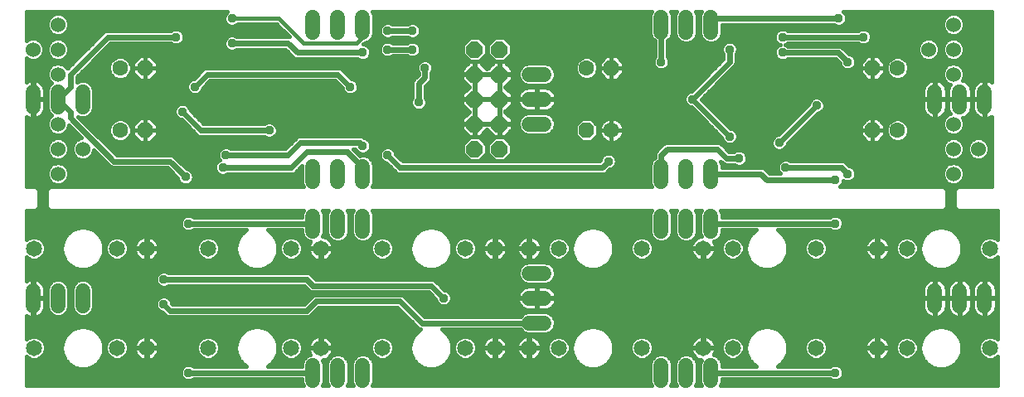
<source format=gbl>
G75*
%MOIN*%
%OFA0B0*%
%FSLAX25Y25*%
%IPPOS*%
%LPD*%
%AMOC8*
5,1,8,0,0,1.08239X$1,22.5*
%
%ADD10OC8,0.06600*%
%ADD11C,0.06496*%
%ADD12OC8,0.06300*%
%ADD13C,0.06300*%
%ADD14C,0.06000*%
%ADD15C,0.06000*%
%ADD16C,0.01600*%
%ADD17C,0.03762*%
%ADD18C,0.02400*%
D10*
X0184300Y0176433D03*
X0194300Y0176433D03*
X0194300Y0186433D03*
X0184300Y0186433D03*
X0184300Y0196433D03*
X0194300Y0196433D03*
X0194300Y0206433D03*
X0184300Y0206433D03*
X0184300Y0216433D03*
X0194300Y0216433D03*
D11*
X0192391Y0136433D03*
X0180580Y0136433D03*
X0206209Y0136433D03*
X0218020Y0136433D03*
X0251485Y0136433D03*
X0276209Y0136433D03*
X0288020Y0136433D03*
X0321485Y0136433D03*
X0346209Y0136433D03*
X0358020Y0136433D03*
X0391485Y0136433D03*
X0391485Y0096433D03*
X0358020Y0096433D03*
X0346209Y0096433D03*
X0321485Y0096433D03*
X0288020Y0096433D03*
X0276209Y0096433D03*
X0251485Y0096433D03*
X0218020Y0096433D03*
X0206209Y0096433D03*
X0192391Y0096433D03*
X0180580Y0096433D03*
X0147115Y0096433D03*
X0122391Y0096433D03*
X0110580Y0096433D03*
X0077115Y0096433D03*
X0052391Y0096433D03*
X0040580Y0096433D03*
X0007115Y0096433D03*
X0007115Y0136433D03*
X0040580Y0136433D03*
X0052391Y0136433D03*
X0077115Y0136433D03*
X0110580Y0136433D03*
X0122391Y0136433D03*
X0147115Y0136433D03*
D12*
X0229300Y0183933D03*
X0239300Y0208933D03*
X0344300Y0208933D03*
X0344300Y0183933D03*
X0051800Y0183933D03*
X0051800Y0208933D03*
D13*
X0041800Y0208933D03*
X0041800Y0183933D03*
X0229300Y0208933D03*
X0239300Y0183933D03*
X0354300Y0183933D03*
X0354300Y0208933D03*
D14*
X0366800Y0216433D03*
X0376800Y0216433D03*
X0376800Y0206433D03*
X0376800Y0226433D03*
X0376800Y0186433D03*
X0376800Y0176433D03*
X0386800Y0176433D03*
X0376800Y0166433D03*
X0026800Y0176433D03*
X0016800Y0176433D03*
X0016800Y0166433D03*
X0016800Y0186433D03*
X0016800Y0206433D03*
X0016800Y0216433D03*
X0006800Y0216433D03*
X0016800Y0226433D03*
D15*
X0016800Y0199433D02*
X0016800Y0193433D01*
X0026800Y0193433D02*
X0026800Y0199433D01*
X0006800Y0199433D02*
X0006800Y0193433D01*
X0119300Y0169433D02*
X0119300Y0163433D01*
X0129300Y0163433D02*
X0129300Y0169433D01*
X0139300Y0169433D02*
X0139300Y0163433D01*
X0139300Y0149433D02*
X0139300Y0143433D01*
X0129300Y0143433D02*
X0129300Y0149433D01*
X0119300Y0149433D02*
X0119300Y0143433D01*
X0119300Y0089433D02*
X0119300Y0083433D01*
X0129300Y0083433D02*
X0129300Y0089433D01*
X0139300Y0089433D02*
X0139300Y0083433D01*
X0206300Y0106433D02*
X0212300Y0106433D01*
X0212300Y0116433D02*
X0206300Y0116433D01*
X0206300Y0126433D02*
X0212300Y0126433D01*
X0259300Y0143433D02*
X0259300Y0149433D01*
X0269300Y0149433D02*
X0269300Y0143433D01*
X0279300Y0143433D02*
X0279300Y0149433D01*
X0279300Y0163433D02*
X0279300Y0169433D01*
X0269300Y0169433D02*
X0269300Y0163433D01*
X0259300Y0163433D02*
X0259300Y0169433D01*
X0212300Y0186433D02*
X0206300Y0186433D01*
X0206300Y0196433D02*
X0212300Y0196433D01*
X0212300Y0206433D02*
X0206300Y0206433D01*
X0259300Y0223433D02*
X0259300Y0229433D01*
X0269300Y0229433D02*
X0269300Y0223433D01*
X0279300Y0223433D02*
X0279300Y0229433D01*
X0369300Y0199433D02*
X0369300Y0193433D01*
X0379300Y0193433D02*
X0379300Y0199433D01*
X0389300Y0199433D02*
X0389300Y0193433D01*
X0389300Y0119433D02*
X0389300Y0113433D01*
X0379300Y0113433D02*
X0379300Y0119433D01*
X0369300Y0119433D02*
X0369300Y0113433D01*
X0279300Y0089433D02*
X0279300Y0083433D01*
X0269300Y0083433D02*
X0269300Y0089433D01*
X0259300Y0089433D02*
X0259300Y0083433D01*
X0139300Y0223433D02*
X0139300Y0229433D01*
X0129300Y0229433D02*
X0129300Y0223433D01*
X0119300Y0223433D02*
X0119300Y0229433D01*
X0026800Y0119433D02*
X0026800Y0113433D01*
X0016800Y0113433D02*
X0016800Y0119433D01*
X0006800Y0119433D02*
X0006800Y0113433D01*
D16*
X0004100Y0092875D02*
X0004100Y0081233D01*
X0115449Y0081233D01*
X0114900Y0082558D01*
X0114900Y0083833D01*
X0071340Y0083833D01*
X0071159Y0083651D01*
X0069953Y0083152D01*
X0068647Y0083152D01*
X0067441Y0083651D01*
X0066518Y0084574D01*
X0066019Y0085780D01*
X0066019Y0087086D01*
X0066518Y0088292D01*
X0067441Y0089215D01*
X0068647Y0089714D01*
X0069953Y0089714D01*
X0071159Y0089215D01*
X0071340Y0089033D01*
X0092556Y0089033D01*
X0092556Y0089034D01*
X0092134Y0089292D01*
X0092040Y0089285D01*
X0091773Y0089513D01*
X0091472Y0089697D01*
X0091450Y0089789D01*
X0091074Y0090110D01*
X0090981Y0090117D01*
X0090752Y0090385D01*
X0090484Y0090614D01*
X0090477Y0090707D01*
X0090156Y0091083D01*
X0090064Y0091105D01*
X0089880Y0091406D01*
X0089651Y0091673D01*
X0089659Y0091767D01*
X0089400Y0092189D01*
X0089314Y0092225D01*
X0089179Y0092550D01*
X0088995Y0092850D01*
X0089017Y0092942D01*
X0088828Y0093398D01*
X0088748Y0093447D01*
X0088665Y0093790D01*
X0088531Y0094115D01*
X0088566Y0094202D01*
X0088451Y0094683D01*
X0088380Y0094744D01*
X0088352Y0095095D01*
X0088270Y0095438D01*
X0088319Y0095518D01*
X0088280Y0096011D01*
X0088219Y0096082D01*
X0088247Y0096433D01*
X0088219Y0096784D01*
X0088280Y0096856D01*
X0088319Y0097349D01*
X0088270Y0097429D01*
X0088352Y0097771D01*
X0088380Y0098122D01*
X0088451Y0098183D01*
X0088566Y0098664D01*
X0088531Y0098751D01*
X0088665Y0099076D01*
X0088748Y0099419D01*
X0088828Y0099468D01*
X0089017Y0099925D01*
X0088995Y0100016D01*
X0089179Y0100316D01*
X0089314Y0100642D01*
X0089400Y0100677D01*
X0089659Y0101099D01*
X0089651Y0101193D01*
X0089880Y0101461D01*
X0090064Y0101761D01*
X0090156Y0101783D01*
X0090477Y0102159D01*
X0090484Y0102252D01*
X0090752Y0102481D01*
X0090981Y0102749D01*
X0091074Y0102756D01*
X0091450Y0103078D01*
X0091472Y0103169D01*
X0091773Y0103353D01*
X0092040Y0103582D01*
X0092134Y0103574D01*
X0092556Y0103833D01*
X0092591Y0103919D01*
X0092917Y0104054D01*
X0093217Y0104238D01*
X0093308Y0104216D01*
X0093765Y0104405D01*
X0093814Y0104485D01*
X0094157Y0104568D01*
X0094482Y0104702D01*
X0094569Y0104667D01*
X0095050Y0104782D01*
X0095111Y0104853D01*
X0095462Y0104881D01*
X0095805Y0104963D01*
X0095884Y0104914D01*
X0096378Y0104953D01*
X0096449Y0105014D01*
X0096800Y0104986D01*
X0097151Y0105014D01*
X0097222Y0104953D01*
X0097716Y0104914D01*
X0097795Y0104963D01*
X0098138Y0104881D01*
X0098489Y0104853D01*
X0098550Y0104782D01*
X0099031Y0104667D01*
X0099118Y0104702D01*
X0099443Y0104568D01*
X0099786Y0104485D01*
X0099835Y0104405D01*
X0100292Y0104216D01*
X0100383Y0104238D01*
X0100683Y0104054D01*
X0101009Y0103919D01*
X0101044Y0103833D01*
X0101466Y0103574D01*
X0101560Y0103582D01*
X0101827Y0103353D01*
X0102128Y0103169D01*
X0102150Y0103078D01*
X0102526Y0102756D01*
X0102619Y0102749D01*
X0102848Y0102481D01*
X0103116Y0102252D01*
X0103123Y0102159D01*
X0103444Y0101783D01*
X0103536Y0101761D01*
X0103720Y0101461D01*
X0103948Y0101193D01*
X0103941Y0101099D01*
X0104200Y0100677D01*
X0104286Y0100642D01*
X0104421Y0100316D01*
X0104605Y0100016D01*
X0104583Y0099925D01*
X0104772Y0099468D01*
X0104852Y0099419D01*
X0104935Y0099076D01*
X0105069Y0098751D01*
X0105034Y0098664D01*
X0105149Y0098183D01*
X0105220Y0098122D01*
X0105248Y0097771D01*
X0105330Y0097429D01*
X0105281Y0097349D01*
X0105320Y0096856D01*
X0105381Y0096784D01*
X0105353Y0096433D01*
X0105381Y0096082D01*
X0105320Y0096011D01*
X0105281Y0095518D01*
X0105330Y0095438D01*
X0105248Y0095095D01*
X0105220Y0094744D01*
X0105149Y0094683D01*
X0105034Y0094202D01*
X0105069Y0094115D01*
X0104935Y0093790D01*
X0104852Y0093447D01*
X0104772Y0093398D01*
X0104583Y0092941D01*
X0104605Y0092850D01*
X0104421Y0092550D01*
X0104286Y0092225D01*
X0104200Y0092189D01*
X0103941Y0091767D01*
X0103948Y0091673D01*
X0103720Y0091406D01*
X0103536Y0091105D01*
X0103444Y0091083D01*
X0103123Y0090707D01*
X0103116Y0090614D01*
X0102848Y0090385D01*
X0102619Y0090117D01*
X0102526Y0090110D01*
X0102150Y0089789D01*
X0102128Y0089697D01*
X0101827Y0089513D01*
X0101560Y0089285D01*
X0101466Y0089292D01*
X0101044Y0089034D01*
X0101044Y0089033D01*
X0114900Y0089033D01*
X0114900Y0090308D01*
X0115570Y0091925D01*
X0116808Y0093163D01*
X0118129Y0093710D01*
X0118073Y0093787D01*
X0117712Y0094495D01*
X0117467Y0095251D01*
X0117343Y0096036D01*
X0117343Y0096150D01*
X0122108Y0096150D01*
X0122108Y0096716D01*
X0122108Y0101481D01*
X0121993Y0101481D01*
X0121208Y0101357D01*
X0120453Y0101111D01*
X0119745Y0100751D01*
X0119102Y0100283D01*
X0118540Y0099722D01*
X0118073Y0099079D01*
X0117712Y0098371D01*
X0117467Y0097615D01*
X0117343Y0096830D01*
X0117343Y0096716D01*
X0122108Y0096716D01*
X0122673Y0096716D01*
X0122673Y0101481D01*
X0122788Y0101481D01*
X0123573Y0101357D01*
X0124328Y0101111D01*
X0125036Y0100751D01*
X0125679Y0100283D01*
X0126241Y0099722D01*
X0126708Y0099079D01*
X0127069Y0098371D01*
X0127314Y0097615D01*
X0127439Y0096830D01*
X0127439Y0096716D01*
X0122673Y0096716D01*
X0122673Y0096150D01*
X0127439Y0096150D01*
X0127439Y0096036D01*
X0127314Y0095251D01*
X0127069Y0094495D01*
X0126708Y0093787D01*
X0126241Y0093145D01*
X0125679Y0092583D01*
X0125036Y0092116D01*
X0124328Y0091755D01*
X0123573Y0091509D01*
X0123225Y0091454D01*
X0123700Y0090308D01*
X0123700Y0082558D01*
X0123151Y0081233D01*
X0125449Y0081233D01*
X0124900Y0082558D01*
X0124900Y0090308D01*
X0125570Y0091925D01*
X0126808Y0093163D01*
X0128425Y0093833D01*
X0130175Y0093833D01*
X0131792Y0093163D01*
X0133030Y0091925D01*
X0133700Y0090308D01*
X0133700Y0082558D01*
X0133151Y0081233D01*
X0135449Y0081233D01*
X0134900Y0082558D01*
X0134900Y0090308D01*
X0135570Y0091925D01*
X0136808Y0093163D01*
X0138425Y0093833D01*
X0140175Y0093833D01*
X0141792Y0093163D01*
X0143030Y0091925D01*
X0143700Y0090308D01*
X0143700Y0082558D01*
X0143151Y0081233D01*
X0255449Y0081233D01*
X0254900Y0082558D01*
X0254900Y0090308D01*
X0255570Y0091925D01*
X0256808Y0093163D01*
X0258425Y0093833D01*
X0260175Y0093833D01*
X0261792Y0093163D01*
X0263030Y0091925D01*
X0263700Y0090308D01*
X0263700Y0082558D01*
X0263151Y0081233D01*
X0265449Y0081233D01*
X0264900Y0082558D01*
X0264900Y0090308D01*
X0265570Y0091925D01*
X0266808Y0093163D01*
X0268425Y0093833D01*
X0270175Y0093833D01*
X0271792Y0093163D01*
X0273030Y0091925D01*
X0273700Y0090308D01*
X0273700Y0082558D01*
X0273151Y0081233D01*
X0275449Y0081233D01*
X0274900Y0082558D01*
X0274900Y0090308D01*
X0275375Y0091454D01*
X0275027Y0091509D01*
X0274272Y0091755D01*
X0273564Y0092116D01*
X0272921Y0092583D01*
X0272359Y0093145D01*
X0271892Y0093787D01*
X0271531Y0094495D01*
X0271286Y0095251D01*
X0271161Y0096036D01*
X0271161Y0096150D01*
X0275927Y0096150D01*
X0275927Y0096716D01*
X0275927Y0101481D01*
X0275812Y0101481D01*
X0275027Y0101357D01*
X0274272Y0101111D01*
X0273564Y0100751D01*
X0272921Y0100283D01*
X0272359Y0099722D01*
X0271892Y0099079D01*
X0271531Y0098371D01*
X0271286Y0097615D01*
X0271161Y0096830D01*
X0271161Y0096716D01*
X0275927Y0096716D01*
X0276492Y0096716D01*
X0276492Y0101481D01*
X0276607Y0101481D01*
X0277392Y0101357D01*
X0278147Y0101111D01*
X0278855Y0100751D01*
X0279498Y0100283D01*
X0280060Y0099722D01*
X0280527Y0099079D01*
X0280888Y0098371D01*
X0281133Y0097615D01*
X0281257Y0096830D01*
X0281257Y0096716D01*
X0276492Y0096716D01*
X0276492Y0096150D01*
X0281257Y0096150D01*
X0281257Y0096036D01*
X0281133Y0095251D01*
X0280888Y0094495D01*
X0280527Y0093787D01*
X0280471Y0093710D01*
X0281792Y0093163D01*
X0283030Y0091925D01*
X0283700Y0090308D01*
X0283700Y0089033D01*
X0297556Y0089033D01*
X0297556Y0089034D01*
X0297134Y0089292D01*
X0297040Y0089285D01*
X0296773Y0089513D01*
X0296472Y0089697D01*
X0296450Y0089789D01*
X0296074Y0090110D01*
X0295981Y0090117D01*
X0295752Y0090385D01*
X0295484Y0090614D01*
X0295477Y0090707D01*
X0295156Y0091083D01*
X0295064Y0091105D01*
X0294880Y0091406D01*
X0294651Y0091673D01*
X0294659Y0091767D01*
X0294400Y0092189D01*
X0294314Y0092225D01*
X0294179Y0092550D01*
X0293995Y0092850D01*
X0294017Y0092942D01*
X0293828Y0093398D01*
X0293748Y0093447D01*
X0293665Y0093790D01*
X0293531Y0094115D01*
X0293566Y0094202D01*
X0293451Y0094683D01*
X0293380Y0094744D01*
X0293352Y0095095D01*
X0293270Y0095438D01*
X0293319Y0095518D01*
X0293280Y0096011D01*
X0293219Y0096082D01*
X0293247Y0096433D01*
X0293219Y0096784D01*
X0293280Y0096856D01*
X0293319Y0097349D01*
X0293270Y0097429D01*
X0293352Y0097771D01*
X0293380Y0098122D01*
X0293451Y0098183D01*
X0293566Y0098664D01*
X0293531Y0098751D01*
X0293665Y0099076D01*
X0293748Y0099419D01*
X0293828Y0099468D01*
X0294017Y0099925D01*
X0293995Y0100016D01*
X0294179Y0100316D01*
X0294314Y0100642D01*
X0294400Y0100677D01*
X0294659Y0101099D01*
X0294651Y0101193D01*
X0294880Y0101461D01*
X0295064Y0101761D01*
X0295156Y0101783D01*
X0295477Y0102159D01*
X0295484Y0102252D01*
X0295752Y0102481D01*
X0295981Y0102749D01*
X0296074Y0102756D01*
X0296450Y0103078D01*
X0296472Y0103169D01*
X0296773Y0103353D01*
X0297040Y0103582D01*
X0297134Y0103574D01*
X0297556Y0103833D01*
X0297591Y0103919D01*
X0297917Y0104054D01*
X0298217Y0104238D01*
X0298308Y0104216D01*
X0298765Y0104405D01*
X0298814Y0104485D01*
X0299157Y0104568D01*
X0299482Y0104702D01*
X0299569Y0104667D01*
X0300050Y0104782D01*
X0300111Y0104853D01*
X0300462Y0104881D01*
X0300805Y0104963D01*
X0300884Y0104914D01*
X0301378Y0104953D01*
X0301449Y0105014D01*
X0301800Y0104986D01*
X0302151Y0105014D01*
X0302222Y0104953D01*
X0302716Y0104914D01*
X0302795Y0104963D01*
X0303138Y0104881D01*
X0303489Y0104853D01*
X0303550Y0104782D01*
X0304031Y0104667D01*
X0304118Y0104702D01*
X0304443Y0104568D01*
X0304786Y0104485D01*
X0304835Y0104405D01*
X0305292Y0104216D01*
X0305383Y0104238D01*
X0305683Y0104054D01*
X0306009Y0103919D01*
X0306044Y0103833D01*
X0306466Y0103574D01*
X0306560Y0103582D01*
X0306827Y0103353D01*
X0307128Y0103169D01*
X0307150Y0103078D01*
X0307526Y0102756D01*
X0307619Y0102749D01*
X0307848Y0102481D01*
X0308116Y0102252D01*
X0308123Y0102159D01*
X0308444Y0101783D01*
X0308536Y0101761D01*
X0308720Y0101461D01*
X0308948Y0101193D01*
X0308941Y0101099D01*
X0309200Y0100677D01*
X0309286Y0100642D01*
X0309421Y0100316D01*
X0309605Y0100016D01*
X0309583Y0099925D01*
X0309772Y0099468D01*
X0309852Y0099419D01*
X0309935Y0099076D01*
X0310069Y0098751D01*
X0310034Y0098664D01*
X0310149Y0098183D01*
X0310220Y0098122D01*
X0310248Y0097771D01*
X0310330Y0097429D01*
X0310281Y0097349D01*
X0310320Y0096856D01*
X0310381Y0096784D01*
X0310353Y0096433D01*
X0310381Y0096082D01*
X0310320Y0096011D01*
X0310281Y0095518D01*
X0310330Y0095438D01*
X0310248Y0095095D01*
X0310220Y0094744D01*
X0310149Y0094683D01*
X0310034Y0094202D01*
X0310069Y0094115D01*
X0309935Y0093790D01*
X0309852Y0093447D01*
X0309772Y0093398D01*
X0309583Y0092942D01*
X0309605Y0092850D01*
X0309421Y0092550D01*
X0309286Y0092225D01*
X0309200Y0092189D01*
X0308941Y0091767D01*
X0308948Y0091673D01*
X0308720Y0091406D01*
X0308536Y0091105D01*
X0308444Y0091083D01*
X0308123Y0090707D01*
X0308116Y0090614D01*
X0307848Y0090385D01*
X0307619Y0090117D01*
X0307526Y0090110D01*
X0307150Y0089789D01*
X0307128Y0089697D01*
X0306827Y0089513D01*
X0306560Y0089285D01*
X0306466Y0089292D01*
X0306044Y0089034D01*
X0306044Y0089033D01*
X0327260Y0089033D01*
X0327441Y0089215D01*
X0328647Y0089714D01*
X0329953Y0089714D01*
X0331159Y0089215D01*
X0332082Y0088292D01*
X0332581Y0087086D01*
X0332581Y0085780D01*
X0332082Y0084574D01*
X0331159Y0083651D01*
X0329953Y0083152D01*
X0328647Y0083152D01*
X0327441Y0083651D01*
X0327260Y0083833D01*
X0283700Y0083833D01*
X0283700Y0082558D01*
X0283151Y0081233D01*
X0394500Y0081233D01*
X0394500Y0092875D01*
X0394118Y0092493D01*
X0392410Y0091785D01*
X0390560Y0091785D01*
X0388852Y0092493D01*
X0387545Y0093800D01*
X0386837Y0095509D01*
X0386837Y0097358D01*
X0387545Y0099066D01*
X0388852Y0100373D01*
X0390560Y0101081D01*
X0392410Y0101081D01*
X0394118Y0100373D01*
X0394500Y0099991D01*
X0394500Y0132875D01*
X0394118Y0132493D01*
X0392410Y0131785D01*
X0390560Y0131785D01*
X0388852Y0132493D01*
X0387545Y0133800D01*
X0386837Y0135509D01*
X0386837Y0137358D01*
X0387545Y0139066D01*
X0388852Y0140373D01*
X0390560Y0141081D01*
X0392410Y0141081D01*
X0394118Y0140373D01*
X0394500Y0139991D01*
X0394500Y0151633D01*
X0378347Y0151633D01*
X0377000Y0152980D01*
X0377000Y0159886D01*
X0378347Y0161233D01*
X0392000Y0161233D01*
X0392000Y0189462D01*
X0391816Y0189328D01*
X0391143Y0188985D01*
X0390424Y0188751D01*
X0389678Y0188633D01*
X0389500Y0188633D01*
X0389500Y0196233D01*
X0389100Y0196233D01*
X0389100Y0188633D01*
X0388922Y0188633D01*
X0388176Y0188751D01*
X0387457Y0188985D01*
X0386784Y0189328D01*
X0386173Y0189772D01*
X0385639Y0190306D01*
X0385195Y0190917D01*
X0384852Y0191591D01*
X0384618Y0192309D01*
X0384500Y0193055D01*
X0384500Y0196233D01*
X0389100Y0196233D01*
X0389100Y0196633D01*
X0384500Y0196633D01*
X0384500Y0199811D01*
X0384618Y0200557D01*
X0384852Y0201276D01*
X0385195Y0201949D01*
X0385639Y0202560D01*
X0386173Y0203094D01*
X0386784Y0203538D01*
X0387457Y0203881D01*
X0388176Y0204115D01*
X0388922Y0204233D01*
X0389100Y0204233D01*
X0389100Y0196633D01*
X0389500Y0196633D01*
X0389500Y0204233D01*
X0389678Y0204233D01*
X0390424Y0204115D01*
X0391143Y0203881D01*
X0391816Y0203538D01*
X0392000Y0203405D01*
X0392000Y0231633D01*
X0332490Y0231633D01*
X0333332Y0230792D01*
X0333831Y0229586D01*
X0333831Y0228280D01*
X0333332Y0227074D01*
X0332409Y0226151D01*
X0331203Y0225652D01*
X0329897Y0225652D01*
X0328691Y0226151D01*
X0328510Y0226333D01*
X0283700Y0226333D01*
X0283700Y0222558D01*
X0283030Y0220941D01*
X0281792Y0219703D01*
X0280175Y0219033D01*
X0278425Y0219033D01*
X0276808Y0219703D01*
X0275570Y0220941D01*
X0274900Y0222558D01*
X0274900Y0230308D01*
X0275449Y0231633D01*
X0273151Y0231633D01*
X0273700Y0230308D01*
X0273700Y0222558D01*
X0273030Y0220941D01*
X0271792Y0219703D01*
X0270175Y0219033D01*
X0268425Y0219033D01*
X0266808Y0219703D01*
X0265570Y0220941D01*
X0264900Y0222558D01*
X0264900Y0230308D01*
X0265449Y0231633D01*
X0263151Y0231633D01*
X0263700Y0230308D01*
X0263700Y0222558D01*
X0263030Y0220941D01*
X0261900Y0219811D01*
X0261900Y0213473D01*
X0262082Y0213292D01*
X0262581Y0212086D01*
X0262581Y0210780D01*
X0262082Y0209574D01*
X0261159Y0208651D01*
X0259953Y0208152D01*
X0258647Y0208152D01*
X0257441Y0208651D01*
X0256518Y0209574D01*
X0256019Y0210780D01*
X0256019Y0212086D01*
X0256518Y0213292D01*
X0256700Y0213473D01*
X0256700Y0219811D01*
X0255570Y0220941D01*
X0254900Y0222558D01*
X0254900Y0230308D01*
X0255449Y0231633D01*
X0143151Y0231633D01*
X0143700Y0230308D01*
X0143700Y0222558D01*
X0143030Y0220941D01*
X0141792Y0219703D01*
X0140175Y0219033D01*
X0140011Y0219033D01*
X0139442Y0218464D01*
X0139953Y0218464D01*
X0141159Y0217965D01*
X0142082Y0217042D01*
X0142581Y0215836D01*
X0142581Y0214530D01*
X0142082Y0213324D01*
X0141159Y0212401D01*
X0139953Y0211902D01*
X0138647Y0211902D01*
X0137441Y0212401D01*
X0137260Y0212583D01*
X0112533Y0212583D01*
X0111577Y0212979D01*
X0108223Y0216333D01*
X0088840Y0216333D01*
X0088659Y0216151D01*
X0087453Y0215652D01*
X0086147Y0215652D01*
X0084941Y0216151D01*
X0084018Y0217074D01*
X0083519Y0218280D01*
X0083519Y0219586D01*
X0084018Y0220792D01*
X0084941Y0221715D01*
X0086147Y0222214D01*
X0087453Y0222214D01*
X0088659Y0221715D01*
X0088840Y0221533D01*
X0109817Y0221533D01*
X0109854Y0221518D01*
X0104639Y0226733D01*
X0089240Y0226733D01*
X0088659Y0226151D01*
X0087453Y0225652D01*
X0086147Y0225652D01*
X0084941Y0226151D01*
X0084018Y0227074D01*
X0083519Y0228280D01*
X0083519Y0229586D01*
X0084018Y0230792D01*
X0084860Y0231633D01*
X0004100Y0231633D01*
X0004100Y0219956D01*
X0004308Y0220163D01*
X0005925Y0220833D01*
X0007675Y0220833D01*
X0009292Y0220163D01*
X0010530Y0218925D01*
X0011200Y0217308D01*
X0011200Y0215558D01*
X0010530Y0213941D01*
X0009292Y0212703D01*
X0007675Y0212033D01*
X0005925Y0212033D01*
X0004308Y0212703D01*
X0004100Y0212911D01*
X0004100Y0203405D01*
X0004284Y0203538D01*
X0004957Y0203881D01*
X0005676Y0204115D01*
X0006422Y0204233D01*
X0006600Y0204233D01*
X0006600Y0196633D01*
X0007000Y0196633D01*
X0011600Y0196633D01*
X0011600Y0199811D01*
X0011482Y0200557D01*
X0011248Y0201276D01*
X0010905Y0201949D01*
X0010461Y0202560D01*
X0009927Y0203094D01*
X0009316Y0203538D01*
X0008643Y0203881D01*
X0007924Y0204115D01*
X0007178Y0204233D01*
X0007000Y0204233D01*
X0007000Y0196633D01*
X0007000Y0196233D01*
X0007000Y0188633D01*
X0007178Y0188633D01*
X0007924Y0188751D01*
X0008643Y0188985D01*
X0009316Y0189328D01*
X0009927Y0189772D01*
X0010461Y0190306D01*
X0010905Y0190917D01*
X0011248Y0191591D01*
X0011482Y0192309D01*
X0011600Y0193055D01*
X0011600Y0196233D01*
X0007000Y0196233D01*
X0006600Y0196233D01*
X0006600Y0188633D01*
X0006422Y0188633D01*
X0005676Y0188751D01*
X0004957Y0188985D01*
X0004284Y0189328D01*
X0004100Y0189462D01*
X0004100Y0161233D01*
X0007753Y0161233D01*
X0009100Y0159886D01*
X0009100Y0152980D01*
X0007753Y0151633D01*
X0004100Y0151633D01*
X0004100Y0139991D01*
X0004482Y0140373D01*
X0006190Y0141081D01*
X0008040Y0141081D01*
X0009748Y0140373D01*
X0011055Y0139066D01*
X0011763Y0137358D01*
X0011763Y0135509D01*
X0011055Y0133800D01*
X0009748Y0132493D01*
X0008040Y0131785D01*
X0006190Y0131785D01*
X0004482Y0132493D01*
X0004100Y0132875D01*
X0004100Y0123405D01*
X0004284Y0123538D01*
X0004957Y0123881D01*
X0005676Y0124115D01*
X0006422Y0124233D01*
X0006600Y0124233D01*
X0006600Y0116633D01*
X0007000Y0116633D01*
X0011600Y0116633D01*
X0011600Y0119811D01*
X0011482Y0120557D01*
X0011248Y0121276D01*
X0010905Y0121949D01*
X0010461Y0122560D01*
X0009927Y0123094D01*
X0009316Y0123538D01*
X0008643Y0123881D01*
X0007924Y0124115D01*
X0007178Y0124233D01*
X0007000Y0124233D01*
X0007000Y0116633D01*
X0007000Y0116233D01*
X0007000Y0108633D01*
X0007178Y0108633D01*
X0007924Y0108751D01*
X0008643Y0108985D01*
X0009316Y0109328D01*
X0009927Y0109772D01*
X0010461Y0110306D01*
X0010905Y0110917D01*
X0011248Y0111591D01*
X0011482Y0112309D01*
X0011600Y0113055D01*
X0011600Y0116233D01*
X0007000Y0116233D01*
X0006600Y0116233D01*
X0006600Y0108633D01*
X0006422Y0108633D01*
X0005676Y0108751D01*
X0004957Y0108985D01*
X0004284Y0109328D01*
X0004100Y0109462D01*
X0004100Y0099991D01*
X0004482Y0100373D01*
X0006190Y0101081D01*
X0008040Y0101081D01*
X0009748Y0100373D01*
X0011055Y0099066D01*
X0011763Y0097358D01*
X0011763Y0095509D01*
X0011055Y0093800D01*
X0009748Y0092493D01*
X0008040Y0091785D01*
X0006190Y0091785D01*
X0004482Y0092493D01*
X0004100Y0092875D01*
X0004100Y0092418D02*
X0004662Y0092418D01*
X0004100Y0090820D02*
X0020381Y0090820D01*
X0020477Y0090707D02*
X0020484Y0090614D01*
X0020752Y0090385D01*
X0020981Y0090117D01*
X0021074Y0090110D01*
X0021450Y0089789D01*
X0021472Y0089697D01*
X0021773Y0089513D01*
X0022040Y0089285D01*
X0022134Y0089292D01*
X0022556Y0089034D01*
X0022591Y0088947D01*
X0022917Y0088812D01*
X0023217Y0088628D01*
X0023308Y0088650D01*
X0023765Y0088461D01*
X0023814Y0088381D01*
X0024157Y0088298D01*
X0024482Y0088164D01*
X0024569Y0088200D01*
X0025050Y0088084D01*
X0025111Y0088013D01*
X0025462Y0087985D01*
X0025805Y0087903D01*
X0025884Y0087952D01*
X0026378Y0087913D01*
X0026449Y0087852D01*
X0026800Y0087880D01*
X0027151Y0087852D01*
X0027222Y0087913D01*
X0027716Y0087952D01*
X0027795Y0087903D01*
X0028138Y0087985D01*
X0028489Y0088013D01*
X0028550Y0088084D01*
X0029031Y0088200D01*
X0029118Y0088164D01*
X0029443Y0088298D01*
X0029786Y0088381D01*
X0029835Y0088461D01*
X0030292Y0088650D01*
X0030383Y0088628D01*
X0030683Y0088812D01*
X0031009Y0088947D01*
X0031044Y0089034D01*
X0031466Y0089292D01*
X0031560Y0089285D01*
X0031827Y0089513D01*
X0032128Y0089697D01*
X0032150Y0089789D01*
X0032526Y0090110D01*
X0032619Y0090117D01*
X0032848Y0090385D01*
X0033116Y0090614D01*
X0033123Y0090707D01*
X0033444Y0091083D01*
X0033536Y0091105D01*
X0033720Y0091406D01*
X0033948Y0091673D01*
X0033941Y0091767D01*
X0034200Y0092189D01*
X0034286Y0092225D01*
X0034421Y0092550D01*
X0034605Y0092850D01*
X0034583Y0092942D01*
X0034772Y0093398D01*
X0034852Y0093447D01*
X0034935Y0093790D01*
X0035069Y0094115D01*
X0035034Y0094202D01*
X0035149Y0094683D01*
X0035220Y0094744D01*
X0035248Y0095095D01*
X0035330Y0095438D01*
X0035281Y0095518D01*
X0035320Y0096011D01*
X0035381Y0096082D01*
X0035353Y0096433D01*
X0035381Y0096784D01*
X0035320Y0096856D01*
X0035281Y0097349D01*
X0035330Y0097429D01*
X0035248Y0097771D01*
X0035220Y0098122D01*
X0035149Y0098183D01*
X0035034Y0098664D01*
X0035069Y0098751D01*
X0034935Y0099076D01*
X0034852Y0099419D01*
X0034772Y0099468D01*
X0034583Y0099925D01*
X0034605Y0100016D01*
X0034421Y0100316D01*
X0034286Y0100642D01*
X0034200Y0100677D01*
X0033941Y0101099D01*
X0033948Y0101193D01*
X0033720Y0101461D01*
X0033536Y0101761D01*
X0033444Y0101783D01*
X0033123Y0102159D01*
X0033116Y0102252D01*
X0032848Y0102481D01*
X0032619Y0102749D01*
X0032526Y0102756D01*
X0032150Y0103078D01*
X0032128Y0103169D01*
X0031827Y0103353D01*
X0031560Y0103582D01*
X0031466Y0103574D01*
X0031044Y0103833D01*
X0031009Y0103919D01*
X0030683Y0104054D01*
X0030383Y0104238D01*
X0030292Y0104216D01*
X0029835Y0104405D01*
X0029786Y0104485D01*
X0029443Y0104568D01*
X0029118Y0104702D01*
X0029031Y0104667D01*
X0028550Y0104782D01*
X0028489Y0104853D01*
X0028138Y0104881D01*
X0027795Y0104963D01*
X0027716Y0104914D01*
X0027222Y0104953D01*
X0027151Y0105014D01*
X0026800Y0104986D01*
X0026449Y0105014D01*
X0026378Y0104953D01*
X0025884Y0104914D01*
X0025805Y0104963D01*
X0025462Y0104881D01*
X0025111Y0104853D01*
X0025050Y0104782D01*
X0024569Y0104667D01*
X0024482Y0104702D01*
X0024157Y0104568D01*
X0023814Y0104485D01*
X0023765Y0104405D01*
X0023308Y0104216D01*
X0023217Y0104238D01*
X0022917Y0104054D01*
X0022591Y0103919D01*
X0022556Y0103833D01*
X0022134Y0103574D01*
X0022040Y0103582D01*
X0021773Y0103353D01*
X0021472Y0103169D01*
X0021450Y0103078D01*
X0021074Y0102756D01*
X0020981Y0102749D01*
X0020752Y0102481D01*
X0020484Y0102252D01*
X0020477Y0102159D01*
X0020156Y0101783D01*
X0020064Y0101761D01*
X0019880Y0101461D01*
X0019651Y0101193D01*
X0019659Y0101099D01*
X0019400Y0100677D01*
X0019314Y0100642D01*
X0019179Y0100316D01*
X0018995Y0100016D01*
X0019017Y0099925D01*
X0018828Y0099468D01*
X0018748Y0099419D01*
X0018665Y0099076D01*
X0018531Y0098751D01*
X0018566Y0098664D01*
X0018451Y0098183D01*
X0018380Y0098122D01*
X0018352Y0097771D01*
X0018270Y0097429D01*
X0018319Y0097349D01*
X0018280Y0096856D01*
X0018219Y0096784D01*
X0018247Y0096433D01*
X0018219Y0096082D01*
X0018280Y0096011D01*
X0018319Y0095518D01*
X0018270Y0095438D01*
X0018352Y0095095D01*
X0018380Y0094744D01*
X0018451Y0094683D01*
X0018566Y0094202D01*
X0018531Y0094115D01*
X0018665Y0093790D01*
X0018748Y0093447D01*
X0018828Y0093398D01*
X0019017Y0092942D01*
X0018995Y0092850D01*
X0019179Y0092550D01*
X0019314Y0092225D01*
X0019400Y0092189D01*
X0019659Y0091767D01*
X0019651Y0091673D01*
X0019880Y0091406D01*
X0020064Y0091105D01*
X0020156Y0091083D01*
X0020477Y0090707D01*
X0019234Y0092418D02*
X0009568Y0092418D01*
X0011145Y0094017D02*
X0018571Y0094017D01*
X0018311Y0095615D02*
X0011763Y0095615D01*
X0011763Y0097214D02*
X0018308Y0097214D01*
X0018556Y0098812D02*
X0011160Y0098812D01*
X0009658Y0100411D02*
X0019218Y0100411D01*
X0020349Y0102009D02*
X0004100Y0102009D01*
X0004100Y0100411D02*
X0004572Y0100411D01*
X0004100Y0103608D02*
X0022189Y0103608D01*
X0024308Y0109703D02*
X0025925Y0109033D01*
X0027675Y0109033D01*
X0029292Y0109703D01*
X0030530Y0110941D01*
X0031200Y0112558D01*
X0031200Y0120308D01*
X0030530Y0121925D01*
X0029292Y0123163D01*
X0027675Y0123833D01*
X0025925Y0123833D01*
X0024308Y0123163D01*
X0023070Y0121925D01*
X0022400Y0120308D01*
X0022400Y0112558D01*
X0023070Y0110941D01*
X0024308Y0109703D01*
X0024009Y0110002D02*
X0019591Y0110002D01*
X0019292Y0109703D02*
X0020530Y0110941D01*
X0021200Y0112558D01*
X0021200Y0120308D01*
X0020530Y0121925D01*
X0019292Y0123163D01*
X0017675Y0123833D01*
X0015925Y0123833D01*
X0014308Y0123163D01*
X0013070Y0121925D01*
X0012400Y0120308D01*
X0012400Y0112558D01*
X0013070Y0110941D01*
X0014308Y0109703D01*
X0015925Y0109033D01*
X0017675Y0109033D01*
X0019292Y0109703D01*
X0020803Y0111600D02*
X0022797Y0111600D01*
X0022400Y0113199D02*
X0021200Y0113199D01*
X0021200Y0114797D02*
X0022400Y0114797D01*
X0022400Y0116396D02*
X0021200Y0116396D01*
X0021200Y0117994D02*
X0022400Y0117994D01*
X0022400Y0119593D02*
X0021200Y0119593D01*
X0020834Y0121191D02*
X0022766Y0121191D01*
X0023934Y0122790D02*
X0019666Y0122790D01*
X0013934Y0122790D02*
X0010231Y0122790D01*
X0011276Y0121191D02*
X0012766Y0121191D01*
X0012400Y0119593D02*
X0011600Y0119593D01*
X0011600Y0117994D02*
X0012400Y0117994D01*
X0012400Y0116396D02*
X0007000Y0116396D01*
X0007000Y0117994D02*
X0006600Y0117994D01*
X0006600Y0119593D02*
X0007000Y0119593D01*
X0007000Y0121191D02*
X0006600Y0121191D01*
X0006600Y0122790D02*
X0007000Y0122790D01*
X0004100Y0124388D02*
X0056019Y0124388D01*
X0056019Y0124586D02*
X0056019Y0123280D01*
X0056518Y0122074D01*
X0057441Y0121151D01*
X0058647Y0120652D01*
X0059953Y0120652D01*
X0061159Y0121151D01*
X0061340Y0121333D01*
X0115723Y0121333D01*
X0117827Y0119229D01*
X0118783Y0118833D01*
X0165723Y0118833D01*
X0168519Y0116037D01*
X0168519Y0115780D01*
X0169018Y0114574D01*
X0169941Y0113651D01*
X0171147Y0113152D01*
X0172453Y0113152D01*
X0173659Y0113651D01*
X0174582Y0114574D01*
X0175081Y0115780D01*
X0175081Y0117086D01*
X0174582Y0118292D01*
X0173659Y0119215D01*
X0172453Y0119714D01*
X0172196Y0119714D01*
X0169004Y0122906D01*
X0168273Y0123637D01*
X0167317Y0124033D01*
X0120377Y0124033D01*
X0119004Y0125406D01*
X0118273Y0126137D01*
X0117317Y0126533D01*
X0061340Y0126533D01*
X0061159Y0126715D01*
X0059953Y0127214D01*
X0058647Y0127214D01*
X0057441Y0126715D01*
X0056518Y0125792D01*
X0056019Y0124586D01*
X0056714Y0125987D02*
X0004100Y0125987D01*
X0004100Y0127585D02*
X0202015Y0127585D01*
X0201900Y0127308D02*
X0201900Y0125558D01*
X0202570Y0123941D01*
X0203808Y0122703D01*
X0205425Y0122033D01*
X0213175Y0122033D01*
X0214792Y0122703D01*
X0216030Y0123941D01*
X0216700Y0125558D01*
X0216700Y0127308D01*
X0216030Y0128925D01*
X0214792Y0130163D01*
X0213175Y0130833D01*
X0205425Y0130833D01*
X0203808Y0130163D01*
X0202570Y0128925D01*
X0201900Y0127308D01*
X0201900Y0125987D02*
X0118423Y0125987D01*
X0120022Y0124388D02*
X0202384Y0124388D01*
X0203721Y0122790D02*
X0169120Y0122790D01*
X0170719Y0121191D02*
X0205659Y0121191D01*
X0205922Y0121233D02*
X0205176Y0121115D01*
X0204457Y0120881D01*
X0203784Y0120538D01*
X0203173Y0120094D01*
X0202639Y0119560D01*
X0202195Y0118949D01*
X0201852Y0118276D01*
X0201618Y0117557D01*
X0201500Y0116811D01*
X0201500Y0116633D01*
X0209100Y0116633D01*
X0209100Y0116233D01*
X0209500Y0116233D01*
X0209500Y0111633D01*
X0212678Y0111633D01*
X0213424Y0111751D01*
X0214143Y0111985D01*
X0214816Y0112328D01*
X0215427Y0112772D01*
X0215961Y0113306D01*
X0216405Y0113917D01*
X0216748Y0114591D01*
X0216982Y0115309D01*
X0217100Y0116055D01*
X0217100Y0116233D01*
X0209500Y0116233D01*
X0209500Y0116633D01*
X0217100Y0116633D01*
X0217100Y0116811D01*
X0216982Y0117557D01*
X0216748Y0118276D01*
X0216405Y0118949D01*
X0215961Y0119560D01*
X0215427Y0120094D01*
X0214816Y0120538D01*
X0214143Y0120881D01*
X0213424Y0121115D01*
X0212678Y0121233D01*
X0209500Y0121233D01*
X0209500Y0116633D01*
X0209100Y0116633D01*
X0209100Y0121233D01*
X0205922Y0121233D01*
X0209100Y0121191D02*
X0209500Y0121191D01*
X0209500Y0119593D02*
X0209100Y0119593D01*
X0209100Y0117994D02*
X0209500Y0117994D01*
X0209500Y0116396D02*
X0369100Y0116396D01*
X0369100Y0116233D02*
X0364500Y0116233D01*
X0364500Y0113055D01*
X0364618Y0112309D01*
X0364852Y0111591D01*
X0365195Y0110917D01*
X0365639Y0110306D01*
X0366173Y0109772D01*
X0366784Y0109328D01*
X0367457Y0108985D01*
X0368176Y0108751D01*
X0368922Y0108633D01*
X0369100Y0108633D01*
X0369100Y0116233D01*
X0369500Y0116233D01*
X0369500Y0108633D01*
X0369678Y0108633D01*
X0370424Y0108751D01*
X0371143Y0108985D01*
X0371816Y0109328D01*
X0372427Y0109772D01*
X0372961Y0110306D01*
X0373405Y0110917D01*
X0373748Y0111591D01*
X0373982Y0112309D01*
X0374100Y0113055D01*
X0374100Y0116233D01*
X0369500Y0116233D01*
X0369500Y0116633D01*
X0374100Y0116633D01*
X0374100Y0119811D01*
X0373982Y0120557D01*
X0373748Y0121276D01*
X0373405Y0121949D01*
X0372961Y0122560D01*
X0372427Y0123094D01*
X0371816Y0123538D01*
X0371143Y0123881D01*
X0370424Y0124115D01*
X0369678Y0124233D01*
X0369500Y0124233D01*
X0369500Y0116633D01*
X0369100Y0116633D01*
X0369100Y0116233D01*
X0369100Y0116633D02*
X0364500Y0116633D01*
X0364500Y0119811D01*
X0364618Y0120557D01*
X0364852Y0121276D01*
X0365195Y0121949D01*
X0365639Y0122560D01*
X0366173Y0123094D01*
X0366784Y0123538D01*
X0367457Y0123881D01*
X0368176Y0124115D01*
X0368922Y0124233D01*
X0369100Y0124233D01*
X0369100Y0116633D01*
X0369500Y0116396D02*
X0379100Y0116396D01*
X0379100Y0116233D02*
X0374500Y0116233D01*
X0374500Y0113055D01*
X0374618Y0112309D01*
X0374852Y0111591D01*
X0375195Y0110917D01*
X0375639Y0110306D01*
X0376173Y0109772D01*
X0376784Y0109328D01*
X0377457Y0108985D01*
X0378176Y0108751D01*
X0378922Y0108633D01*
X0379100Y0108633D01*
X0379100Y0116233D01*
X0379500Y0116233D01*
X0379500Y0108633D01*
X0379678Y0108633D01*
X0380424Y0108751D01*
X0381143Y0108985D01*
X0381816Y0109328D01*
X0382427Y0109772D01*
X0382961Y0110306D01*
X0383405Y0110917D01*
X0383748Y0111591D01*
X0383982Y0112309D01*
X0384100Y0113055D01*
X0384100Y0116233D01*
X0379500Y0116233D01*
X0379500Y0116633D01*
X0384100Y0116633D01*
X0384100Y0119811D01*
X0383982Y0120557D01*
X0383748Y0121276D01*
X0383405Y0121949D01*
X0382961Y0122560D01*
X0382427Y0123094D01*
X0381816Y0123538D01*
X0381143Y0123881D01*
X0380424Y0124115D01*
X0379678Y0124233D01*
X0379500Y0124233D01*
X0379500Y0116633D01*
X0379100Y0116633D01*
X0379100Y0116233D01*
X0379100Y0116633D02*
X0374500Y0116633D01*
X0374500Y0119811D01*
X0374618Y0120557D01*
X0374852Y0121276D01*
X0375195Y0121949D01*
X0375639Y0122560D01*
X0376173Y0123094D01*
X0376784Y0123538D01*
X0377457Y0123881D01*
X0378176Y0124115D01*
X0378922Y0124233D01*
X0379100Y0124233D01*
X0379100Y0116633D01*
X0379500Y0116396D02*
X0389100Y0116396D01*
X0389100Y0116233D02*
X0384500Y0116233D01*
X0384500Y0113055D01*
X0384618Y0112309D01*
X0384852Y0111591D01*
X0385195Y0110917D01*
X0385639Y0110306D01*
X0386173Y0109772D01*
X0386784Y0109328D01*
X0387457Y0108985D01*
X0388176Y0108751D01*
X0388922Y0108633D01*
X0389100Y0108633D01*
X0389100Y0116233D01*
X0389500Y0116233D01*
X0389500Y0108633D01*
X0389678Y0108633D01*
X0390424Y0108751D01*
X0391143Y0108985D01*
X0391816Y0109328D01*
X0392427Y0109772D01*
X0392961Y0110306D01*
X0393405Y0110917D01*
X0393748Y0111591D01*
X0393982Y0112309D01*
X0394100Y0113055D01*
X0394100Y0116233D01*
X0389500Y0116233D01*
X0389500Y0116633D01*
X0394100Y0116633D01*
X0394100Y0119811D01*
X0393982Y0120557D01*
X0393748Y0121276D01*
X0393405Y0121949D01*
X0392961Y0122560D01*
X0392427Y0123094D01*
X0391816Y0123538D01*
X0391143Y0123881D01*
X0390424Y0124115D01*
X0389678Y0124233D01*
X0389500Y0124233D01*
X0389500Y0116633D01*
X0389100Y0116633D01*
X0389100Y0116233D01*
X0389100Y0116633D02*
X0384500Y0116633D01*
X0384500Y0119811D01*
X0384618Y0120557D01*
X0384852Y0121276D01*
X0385195Y0121949D01*
X0385639Y0122560D01*
X0386173Y0123094D01*
X0386784Y0123538D01*
X0387457Y0123881D01*
X0388176Y0124115D01*
X0388922Y0124233D01*
X0389100Y0124233D01*
X0389100Y0116633D01*
X0389500Y0116396D02*
X0394500Y0116396D01*
X0394500Y0117994D02*
X0394100Y0117994D01*
X0394100Y0119593D02*
X0394500Y0119593D01*
X0394500Y0121191D02*
X0393776Y0121191D01*
X0394500Y0122790D02*
X0392731Y0122790D01*
X0394500Y0124388D02*
X0216216Y0124388D01*
X0216700Y0125987D02*
X0394500Y0125987D01*
X0394500Y0127585D02*
X0216585Y0127585D01*
X0215772Y0129184D02*
X0227310Y0129184D01*
X0227134Y0129292D02*
X0227556Y0129034D01*
X0227591Y0128947D01*
X0227917Y0128812D01*
X0228217Y0128628D01*
X0228308Y0128650D01*
X0228765Y0128461D01*
X0228814Y0128381D01*
X0229157Y0128298D01*
X0229482Y0128164D01*
X0229569Y0128200D01*
X0230050Y0128084D01*
X0230111Y0128013D01*
X0230462Y0127985D01*
X0230805Y0127903D01*
X0230884Y0127952D01*
X0231378Y0127913D01*
X0231449Y0127852D01*
X0231800Y0127880D01*
X0232151Y0127852D01*
X0232222Y0127913D01*
X0232716Y0127952D01*
X0232795Y0127903D01*
X0233138Y0127985D01*
X0233489Y0128013D01*
X0233550Y0128084D01*
X0234031Y0128200D01*
X0234118Y0128164D01*
X0234443Y0128298D01*
X0234786Y0128381D01*
X0234835Y0128461D01*
X0235292Y0128650D01*
X0235383Y0128628D01*
X0235683Y0128812D01*
X0236009Y0128947D01*
X0236044Y0129034D01*
X0236466Y0129292D01*
X0236560Y0129285D01*
X0236827Y0129513D01*
X0237128Y0129697D01*
X0237150Y0129789D01*
X0237526Y0130110D01*
X0237619Y0130117D01*
X0237848Y0130385D01*
X0238116Y0130614D01*
X0238123Y0130707D01*
X0238444Y0131083D01*
X0238536Y0131105D01*
X0238720Y0131406D01*
X0238948Y0131673D01*
X0238941Y0131767D01*
X0239200Y0132189D01*
X0239286Y0132225D01*
X0239421Y0132550D01*
X0239605Y0132850D01*
X0239583Y0132941D01*
X0239772Y0133398D01*
X0239852Y0133447D01*
X0239935Y0133790D01*
X0240069Y0134115D01*
X0240034Y0134202D01*
X0240149Y0134683D01*
X0240220Y0134744D01*
X0240248Y0135095D01*
X0240330Y0135438D01*
X0240281Y0135518D01*
X0240320Y0136011D01*
X0240381Y0136082D01*
X0240353Y0136433D01*
X0240381Y0136784D01*
X0240320Y0136856D01*
X0240281Y0137349D01*
X0240330Y0137429D01*
X0240248Y0137771D01*
X0240220Y0138122D01*
X0240149Y0138183D01*
X0240034Y0138664D01*
X0240069Y0138751D01*
X0239935Y0139076D01*
X0239852Y0139419D01*
X0239772Y0139468D01*
X0239583Y0139925D01*
X0239605Y0140016D01*
X0239421Y0140316D01*
X0239286Y0140642D01*
X0239200Y0140677D01*
X0238941Y0141099D01*
X0238948Y0141193D01*
X0238720Y0141461D01*
X0238536Y0141761D01*
X0238444Y0141783D01*
X0238123Y0142159D01*
X0238116Y0142252D01*
X0237848Y0142481D01*
X0237619Y0142749D01*
X0237526Y0142756D01*
X0237150Y0143078D01*
X0237128Y0143169D01*
X0236827Y0143353D01*
X0236560Y0143582D01*
X0236466Y0143574D01*
X0236044Y0143833D01*
X0236009Y0143919D01*
X0235683Y0144054D01*
X0235383Y0144238D01*
X0235292Y0144216D01*
X0234835Y0144406D01*
X0234786Y0144485D01*
X0234443Y0144568D01*
X0234118Y0144702D01*
X0234031Y0144667D01*
X0233550Y0144782D01*
X0233489Y0144853D01*
X0233138Y0144881D01*
X0232795Y0144963D01*
X0232716Y0144914D01*
X0232222Y0144953D01*
X0232151Y0145014D01*
X0231800Y0144986D01*
X0231449Y0145014D01*
X0231378Y0144953D01*
X0230884Y0144914D01*
X0230805Y0144963D01*
X0230462Y0144881D01*
X0230111Y0144853D01*
X0230050Y0144782D01*
X0229569Y0144667D01*
X0229482Y0144702D01*
X0229157Y0144568D01*
X0228814Y0144485D01*
X0228765Y0144405D01*
X0228308Y0144216D01*
X0228217Y0144238D01*
X0227917Y0144054D01*
X0227591Y0143919D01*
X0227556Y0143833D01*
X0227134Y0143574D01*
X0227040Y0143582D01*
X0226773Y0143353D01*
X0226472Y0143169D01*
X0226450Y0143078D01*
X0226074Y0142756D01*
X0225981Y0142749D01*
X0225752Y0142481D01*
X0225484Y0142252D01*
X0225477Y0142159D01*
X0225156Y0141783D01*
X0225064Y0141761D01*
X0224880Y0141461D01*
X0224651Y0141193D01*
X0224659Y0141099D01*
X0224400Y0140677D01*
X0224314Y0140642D01*
X0224179Y0140316D01*
X0223995Y0140016D01*
X0224017Y0139925D01*
X0223828Y0139468D01*
X0223748Y0139419D01*
X0223665Y0139076D01*
X0223531Y0138751D01*
X0223566Y0138664D01*
X0223451Y0138183D01*
X0223380Y0138122D01*
X0223352Y0137771D01*
X0223270Y0137429D01*
X0223319Y0137349D01*
X0223280Y0136856D01*
X0223219Y0136784D01*
X0223247Y0136433D01*
X0223219Y0136082D01*
X0223280Y0136011D01*
X0223319Y0135518D01*
X0223270Y0135438D01*
X0223352Y0135095D01*
X0223380Y0134744D01*
X0223451Y0134683D01*
X0223566Y0134202D01*
X0223531Y0134115D01*
X0223665Y0133790D01*
X0223748Y0133447D01*
X0223828Y0133398D01*
X0224017Y0132942D01*
X0223995Y0132850D01*
X0224179Y0132550D01*
X0224314Y0132225D01*
X0224400Y0132189D01*
X0224659Y0131767D01*
X0224651Y0131673D01*
X0224880Y0131406D01*
X0225064Y0131105D01*
X0225156Y0131083D01*
X0225477Y0130707D01*
X0225484Y0130614D01*
X0225752Y0130385D01*
X0225981Y0130117D01*
X0226074Y0130110D01*
X0226450Y0129789D01*
X0226472Y0129697D01*
X0226773Y0129513D01*
X0227040Y0129285D01*
X0227134Y0129292D01*
X0225412Y0130782D02*
X0213297Y0130782D01*
X0215388Y0132493D02*
X0214080Y0133800D01*
X0213372Y0135509D01*
X0213372Y0137358D01*
X0214080Y0139066D01*
X0215388Y0140373D01*
X0215388Y0140374D02*
X0209374Y0140374D01*
X0209498Y0140283D02*
X0208855Y0140751D01*
X0208147Y0141111D01*
X0207392Y0141357D01*
X0206607Y0141481D01*
X0206492Y0141481D01*
X0206492Y0136716D01*
X0205927Y0136716D01*
X0205927Y0141481D01*
X0205812Y0141481D01*
X0205027Y0141357D01*
X0204272Y0141111D01*
X0203564Y0140751D01*
X0202921Y0140283D01*
X0202359Y0139722D01*
X0201892Y0139079D01*
X0201531Y0138371D01*
X0201286Y0137615D01*
X0201161Y0136830D01*
X0201161Y0136716D01*
X0205927Y0136716D01*
X0205927Y0136150D01*
X0206492Y0136150D01*
X0206492Y0131385D01*
X0206607Y0131385D01*
X0207392Y0131509D01*
X0208147Y0131755D01*
X0208855Y0132116D01*
X0209498Y0132583D01*
X0210060Y0133145D01*
X0210527Y0133787D01*
X0210888Y0134495D01*
X0211133Y0135251D01*
X0211257Y0136036D01*
X0211257Y0136150D01*
X0206492Y0136150D01*
X0206492Y0136716D01*
X0211257Y0136716D01*
X0211257Y0136830D01*
X0211133Y0137615D01*
X0210888Y0138371D01*
X0210527Y0139079D01*
X0210060Y0139722D01*
X0209498Y0140283D01*
X0210682Y0138775D02*
X0213960Y0138775D01*
X0213372Y0137177D02*
X0211203Y0137177D01*
X0211185Y0135578D02*
X0213372Y0135578D01*
X0214006Y0133979D02*
X0210625Y0133979D01*
X0209220Y0132381D02*
X0215657Y0132381D01*
X0215388Y0132493D02*
X0217096Y0131785D01*
X0218945Y0131785D01*
X0220653Y0132493D01*
X0221961Y0133800D01*
X0222668Y0135509D01*
X0222668Y0137358D01*
X0221961Y0139066D01*
X0220653Y0140373D01*
X0220653Y0140374D02*
X0224203Y0140374D01*
X0223541Y0138775D02*
X0222081Y0138775D01*
X0222668Y0137177D02*
X0223305Y0137177D01*
X0223314Y0135578D02*
X0222668Y0135578D01*
X0222035Y0133979D02*
X0223587Y0133979D01*
X0224249Y0132381D02*
X0220384Y0132381D01*
X0220653Y0140373D02*
X0218945Y0141081D01*
X0217096Y0141081D01*
X0215388Y0140373D01*
X0225317Y0141972D02*
X0173283Y0141972D01*
X0173123Y0142159D02*
X0173116Y0142252D01*
X0172848Y0142481D01*
X0172619Y0142749D01*
X0172526Y0142756D01*
X0172150Y0143078D01*
X0172128Y0143169D01*
X0171827Y0143353D01*
X0171560Y0143582D01*
X0171466Y0143574D01*
X0171044Y0143833D01*
X0171009Y0143919D01*
X0170683Y0144054D01*
X0170383Y0144238D01*
X0170292Y0144216D01*
X0169835Y0144405D01*
X0169786Y0144485D01*
X0169443Y0144568D01*
X0169118Y0144702D01*
X0169031Y0144667D01*
X0168550Y0144782D01*
X0168489Y0144853D01*
X0168138Y0144881D01*
X0167795Y0144963D01*
X0167716Y0144914D01*
X0167222Y0144953D01*
X0167151Y0145014D01*
X0166800Y0144986D01*
X0166449Y0145014D01*
X0166378Y0144953D01*
X0165884Y0144914D01*
X0165805Y0144963D01*
X0165462Y0144881D01*
X0165111Y0144853D01*
X0165050Y0144782D01*
X0164569Y0144667D01*
X0164482Y0144702D01*
X0164157Y0144568D01*
X0163814Y0144485D01*
X0163765Y0144405D01*
X0163308Y0144216D01*
X0163217Y0144238D01*
X0162917Y0144054D01*
X0162591Y0143919D01*
X0162556Y0143833D01*
X0162134Y0143574D01*
X0162040Y0143582D01*
X0161773Y0143353D01*
X0161472Y0143169D01*
X0161450Y0143078D01*
X0161074Y0142756D01*
X0160981Y0142749D01*
X0160752Y0142481D01*
X0160484Y0142252D01*
X0160477Y0142159D01*
X0160156Y0141783D01*
X0160064Y0141761D01*
X0159880Y0141461D01*
X0159651Y0141193D01*
X0159659Y0141099D01*
X0159400Y0140677D01*
X0159314Y0140642D01*
X0159179Y0140316D01*
X0158995Y0140016D01*
X0159017Y0139925D01*
X0158828Y0139468D01*
X0158748Y0139419D01*
X0158665Y0139076D01*
X0158531Y0138751D01*
X0158566Y0138664D01*
X0158451Y0138183D01*
X0158380Y0138122D01*
X0158352Y0137771D01*
X0158270Y0137429D01*
X0158319Y0137349D01*
X0158280Y0136856D01*
X0158219Y0136784D01*
X0158247Y0136433D01*
X0158219Y0136082D01*
X0158280Y0136011D01*
X0158319Y0135518D01*
X0158270Y0135438D01*
X0158352Y0135095D01*
X0158380Y0134744D01*
X0158451Y0134683D01*
X0158566Y0134202D01*
X0158531Y0134115D01*
X0158665Y0133790D01*
X0158748Y0133447D01*
X0158828Y0133398D01*
X0159017Y0132942D01*
X0158995Y0132850D01*
X0159179Y0132550D01*
X0159314Y0132225D01*
X0159400Y0132189D01*
X0159659Y0131767D01*
X0159651Y0131673D01*
X0159880Y0131406D01*
X0160064Y0131105D01*
X0160156Y0131083D01*
X0160477Y0130707D01*
X0160484Y0130614D01*
X0160752Y0130385D01*
X0160981Y0130117D01*
X0161074Y0130110D01*
X0161450Y0129789D01*
X0161472Y0129697D01*
X0161773Y0129513D01*
X0162040Y0129285D01*
X0162134Y0129292D01*
X0162556Y0129034D01*
X0162591Y0128947D01*
X0162917Y0128812D01*
X0163217Y0128628D01*
X0163308Y0128650D01*
X0163765Y0128461D01*
X0163814Y0128381D01*
X0164157Y0128298D01*
X0164482Y0128164D01*
X0164569Y0128200D01*
X0165050Y0128084D01*
X0165111Y0128013D01*
X0165462Y0127985D01*
X0165805Y0127903D01*
X0165884Y0127952D01*
X0166378Y0127913D01*
X0166449Y0127852D01*
X0166800Y0127880D01*
X0167151Y0127852D01*
X0167222Y0127913D01*
X0167716Y0127952D01*
X0167795Y0127903D01*
X0168138Y0127985D01*
X0168489Y0128013D01*
X0168550Y0128084D01*
X0169031Y0128200D01*
X0169118Y0128164D01*
X0169443Y0128298D01*
X0169786Y0128381D01*
X0169835Y0128461D01*
X0170292Y0128650D01*
X0170383Y0128628D01*
X0170683Y0128812D01*
X0171009Y0128947D01*
X0171044Y0129034D01*
X0171466Y0129292D01*
X0171560Y0129285D01*
X0171827Y0129513D01*
X0172128Y0129697D01*
X0172150Y0129789D01*
X0172526Y0130110D01*
X0172619Y0130117D01*
X0172848Y0130385D01*
X0173116Y0130614D01*
X0173123Y0130707D01*
X0173444Y0131083D01*
X0173536Y0131105D01*
X0173720Y0131406D01*
X0173948Y0131673D01*
X0173941Y0131767D01*
X0174200Y0132189D01*
X0174286Y0132225D01*
X0174421Y0132550D01*
X0174605Y0132850D01*
X0174583Y0132941D01*
X0174772Y0133398D01*
X0174852Y0133447D01*
X0174935Y0133790D01*
X0175069Y0134115D01*
X0175034Y0134202D01*
X0175149Y0134683D01*
X0175220Y0134744D01*
X0175248Y0135095D01*
X0175330Y0135438D01*
X0175281Y0135518D01*
X0175320Y0136011D01*
X0175381Y0136082D01*
X0175353Y0136433D01*
X0175381Y0136784D01*
X0175320Y0136856D01*
X0175281Y0137349D01*
X0175330Y0137429D01*
X0175248Y0137771D01*
X0175220Y0138122D01*
X0175149Y0138183D01*
X0175034Y0138664D01*
X0175069Y0138751D01*
X0174935Y0139076D01*
X0174852Y0139419D01*
X0174772Y0139468D01*
X0174583Y0139925D01*
X0174605Y0140016D01*
X0174421Y0140316D01*
X0174286Y0140642D01*
X0174200Y0140677D01*
X0173941Y0141099D01*
X0173948Y0141193D01*
X0173720Y0141461D01*
X0173536Y0141761D01*
X0173444Y0141783D01*
X0173123Y0142159D01*
X0171573Y0143571D02*
X0227027Y0143571D01*
X0236573Y0143571D02*
X0254900Y0143571D01*
X0254900Y0142558D02*
X0255570Y0140941D01*
X0256808Y0139703D01*
X0258425Y0139033D01*
X0260175Y0139033D01*
X0261792Y0139703D01*
X0263030Y0140941D01*
X0263700Y0142558D01*
X0263700Y0150308D01*
X0263151Y0151633D01*
X0265449Y0151633D01*
X0264900Y0150308D01*
X0264900Y0142558D01*
X0265570Y0140941D01*
X0266808Y0139703D01*
X0268425Y0139033D01*
X0270175Y0139033D01*
X0271792Y0139703D01*
X0273030Y0140941D01*
X0273700Y0142558D01*
X0273700Y0150308D01*
X0273151Y0151633D01*
X0275449Y0151633D01*
X0274900Y0150308D01*
X0274900Y0142558D01*
X0275375Y0141412D01*
X0275027Y0141357D01*
X0274272Y0141111D01*
X0273564Y0140751D01*
X0272921Y0140283D01*
X0272359Y0139722D01*
X0271892Y0139079D01*
X0271531Y0138371D01*
X0271286Y0137615D01*
X0271161Y0136830D01*
X0271161Y0136716D01*
X0275927Y0136716D01*
X0275927Y0136150D01*
X0276492Y0136150D01*
X0276492Y0131385D01*
X0276607Y0131385D01*
X0277392Y0131509D01*
X0278147Y0131755D01*
X0278855Y0132116D01*
X0279498Y0132583D01*
X0280060Y0133145D01*
X0280527Y0133787D01*
X0280888Y0134495D01*
X0281133Y0135251D01*
X0281257Y0136036D01*
X0281257Y0136150D01*
X0276492Y0136150D01*
X0276492Y0136716D01*
X0281257Y0136716D01*
X0281257Y0136830D01*
X0281133Y0137615D01*
X0280888Y0138371D01*
X0280527Y0139079D01*
X0280471Y0139156D01*
X0281792Y0139703D01*
X0283030Y0140941D01*
X0283700Y0142558D01*
X0283700Y0143833D01*
X0297556Y0143833D01*
X0297556Y0143833D01*
X0297134Y0143574D01*
X0297040Y0143582D01*
X0296773Y0143353D01*
X0296472Y0143169D01*
X0296450Y0143078D01*
X0296074Y0142756D01*
X0295981Y0142749D01*
X0295752Y0142481D01*
X0295484Y0142252D01*
X0295477Y0142159D01*
X0295156Y0141783D01*
X0295064Y0141761D01*
X0294880Y0141461D01*
X0294651Y0141193D01*
X0294659Y0141099D01*
X0294400Y0140677D01*
X0294314Y0140642D01*
X0294179Y0140316D01*
X0293995Y0140016D01*
X0294017Y0139925D01*
X0293828Y0139468D01*
X0293748Y0139419D01*
X0293665Y0139076D01*
X0293531Y0138751D01*
X0293566Y0138664D01*
X0293451Y0138183D01*
X0293380Y0138122D01*
X0293352Y0137771D01*
X0293270Y0137429D01*
X0293319Y0137349D01*
X0293280Y0136856D01*
X0293219Y0136784D01*
X0293247Y0136433D01*
X0293219Y0136082D01*
X0293280Y0136011D01*
X0293319Y0135518D01*
X0293270Y0135438D01*
X0293352Y0135095D01*
X0293380Y0134744D01*
X0293451Y0134683D01*
X0293566Y0134202D01*
X0293531Y0134115D01*
X0293665Y0133790D01*
X0293748Y0133447D01*
X0293828Y0133398D01*
X0294017Y0132942D01*
X0293995Y0132850D01*
X0294179Y0132550D01*
X0294314Y0132225D01*
X0294400Y0132189D01*
X0294659Y0131767D01*
X0294651Y0131673D01*
X0294880Y0131406D01*
X0295064Y0131105D01*
X0295156Y0131083D01*
X0295477Y0130707D01*
X0295484Y0130614D01*
X0295752Y0130385D01*
X0295981Y0130117D01*
X0296074Y0130110D01*
X0296450Y0129789D01*
X0296472Y0129697D01*
X0296773Y0129513D01*
X0297040Y0129285D01*
X0297134Y0129292D01*
X0297556Y0129034D01*
X0297591Y0128947D01*
X0297917Y0128812D01*
X0298217Y0128628D01*
X0298308Y0128650D01*
X0298765Y0128461D01*
X0298814Y0128381D01*
X0299157Y0128298D01*
X0299482Y0128164D01*
X0299569Y0128200D01*
X0300050Y0128084D01*
X0300111Y0128013D01*
X0300462Y0127985D01*
X0300805Y0127903D01*
X0300884Y0127952D01*
X0301378Y0127913D01*
X0301449Y0127852D01*
X0301800Y0127880D01*
X0302151Y0127852D01*
X0302222Y0127913D01*
X0302716Y0127952D01*
X0302795Y0127903D01*
X0303138Y0127985D01*
X0303489Y0128013D01*
X0303550Y0128084D01*
X0304031Y0128200D01*
X0304118Y0128164D01*
X0304443Y0128298D01*
X0304786Y0128381D01*
X0304835Y0128461D01*
X0305292Y0128650D01*
X0305383Y0128628D01*
X0305683Y0128812D01*
X0306009Y0128947D01*
X0306044Y0129034D01*
X0306466Y0129292D01*
X0306560Y0129285D01*
X0306827Y0129513D01*
X0307128Y0129697D01*
X0307150Y0129789D01*
X0307526Y0130110D01*
X0307619Y0130117D01*
X0307848Y0130385D01*
X0308116Y0130614D01*
X0308123Y0130707D01*
X0308444Y0131083D01*
X0308536Y0131105D01*
X0308720Y0131406D01*
X0308948Y0131673D01*
X0308941Y0131767D01*
X0309200Y0132189D01*
X0309286Y0132225D01*
X0309421Y0132550D01*
X0309605Y0132850D01*
X0309583Y0132941D01*
X0309772Y0133398D01*
X0309852Y0133447D01*
X0309935Y0133790D01*
X0310069Y0134115D01*
X0310034Y0134202D01*
X0310149Y0134683D01*
X0310220Y0134744D01*
X0310248Y0135095D01*
X0310330Y0135438D01*
X0310281Y0135518D01*
X0310320Y0136011D01*
X0310381Y0136082D01*
X0310353Y0136433D01*
X0310381Y0136784D01*
X0310320Y0136856D01*
X0310281Y0137349D01*
X0310330Y0137429D01*
X0310248Y0137771D01*
X0310220Y0138122D01*
X0310149Y0138183D01*
X0310034Y0138664D01*
X0310069Y0138751D01*
X0309935Y0139076D01*
X0309852Y0139419D01*
X0309772Y0139468D01*
X0309583Y0139925D01*
X0309605Y0140016D01*
X0309421Y0140316D01*
X0309286Y0140642D01*
X0309200Y0140677D01*
X0308941Y0141099D01*
X0308948Y0141193D01*
X0308720Y0141461D01*
X0308536Y0141761D01*
X0308444Y0141783D01*
X0308123Y0142159D01*
X0308116Y0142252D01*
X0307848Y0142481D01*
X0307619Y0142749D01*
X0307526Y0142756D01*
X0307150Y0143078D01*
X0307128Y0143169D01*
X0306827Y0143353D01*
X0306560Y0143582D01*
X0306466Y0143574D01*
X0306044Y0143833D01*
X0327260Y0143833D01*
X0327441Y0143651D01*
X0328647Y0143152D01*
X0329953Y0143152D01*
X0331159Y0143651D01*
X0332082Y0144574D01*
X0332581Y0145780D01*
X0332581Y0147086D01*
X0332082Y0148292D01*
X0331159Y0149215D01*
X0329953Y0149714D01*
X0328647Y0149714D01*
X0327441Y0149215D01*
X0327260Y0149033D01*
X0283700Y0149033D01*
X0283700Y0150308D01*
X0283151Y0151633D01*
X0372753Y0151633D01*
X0374100Y0152980D01*
X0374100Y0159886D01*
X0372753Y0161233D01*
X0331240Y0161233D01*
X0332082Y0162074D01*
X0332581Y0163280D01*
X0332581Y0163594D01*
X0333647Y0163152D01*
X0334953Y0163152D01*
X0336159Y0163651D01*
X0337082Y0164574D01*
X0337581Y0165780D01*
X0337581Y0167086D01*
X0337082Y0168292D01*
X0336159Y0169215D01*
X0334953Y0169714D01*
X0334696Y0169714D01*
X0333273Y0171137D01*
X0332317Y0171533D01*
X0311340Y0171533D01*
X0311159Y0171715D01*
X0309953Y0172214D01*
X0308647Y0172214D01*
X0307441Y0171715D01*
X0306518Y0170792D01*
X0306019Y0169586D01*
X0306019Y0168280D01*
X0306518Y0167074D01*
X0307060Y0166533D01*
X0302877Y0166533D01*
X0300773Y0168637D01*
X0299817Y0169033D01*
X0283700Y0169033D01*
X0283700Y0170308D01*
X0283313Y0171244D01*
X0284077Y0170479D01*
X0285033Y0170083D01*
X0288510Y0170083D01*
X0288691Y0169901D01*
X0289897Y0169402D01*
X0291203Y0169402D01*
X0292409Y0169901D01*
X0293332Y0170824D01*
X0293831Y0172030D01*
X0293831Y0173336D01*
X0293332Y0174542D01*
X0292409Y0175465D01*
X0291203Y0175964D01*
X0289897Y0175964D01*
X0288691Y0175465D01*
X0288510Y0175283D01*
X0286627Y0175283D01*
X0284004Y0177906D01*
X0283273Y0178637D01*
X0282317Y0179033D01*
X0261283Y0179033D01*
X0260327Y0178637D01*
X0259596Y0177906D01*
X0257827Y0176137D01*
X0257096Y0175406D01*
X0256700Y0174450D01*
X0256700Y0173056D01*
X0255570Y0171925D01*
X0254900Y0170308D01*
X0254900Y0162558D01*
X0255449Y0161233D01*
X0143151Y0161233D01*
X0143700Y0162558D01*
X0143700Y0170308D01*
X0143030Y0171925D01*
X0141792Y0173163D01*
X0140175Y0173833D01*
X0138425Y0173833D01*
X0138179Y0173731D01*
X0135577Y0176333D01*
X0136308Y0176333D01*
X0136518Y0175824D01*
X0137441Y0174901D01*
X0138647Y0174402D01*
X0139953Y0174402D01*
X0141159Y0174901D01*
X0142082Y0175824D01*
X0142581Y0177030D01*
X0142581Y0178336D01*
X0142082Y0179542D01*
X0141159Y0180465D01*
X0139953Y0180964D01*
X0139696Y0180964D01*
X0139523Y0181137D01*
X0138567Y0181533D01*
X0113783Y0181533D01*
X0112827Y0181137D01*
X0108223Y0176533D01*
X0086340Y0176533D01*
X0086159Y0176715D01*
X0084953Y0177214D01*
X0083647Y0177214D01*
X0082441Y0176715D01*
X0081518Y0175792D01*
X0081019Y0174586D01*
X0081019Y0173280D01*
X0081518Y0172074D01*
X0081677Y0171916D01*
X0081191Y0171715D01*
X0080268Y0170792D01*
X0079769Y0169586D01*
X0079769Y0168280D01*
X0080268Y0167074D01*
X0081191Y0166151D01*
X0082397Y0165652D01*
X0083703Y0165652D01*
X0084909Y0166151D01*
X0085090Y0166333D01*
X0111067Y0166333D01*
X0112023Y0166729D01*
X0112754Y0167460D01*
X0112754Y0167460D01*
X0114900Y0169606D01*
X0114900Y0162558D01*
X0115449Y0161233D01*
X0013347Y0161233D01*
X0012000Y0159886D01*
X0012000Y0152980D01*
X0013347Y0151633D01*
X0115449Y0151633D01*
X0114900Y0150308D01*
X0114900Y0149033D01*
X0071340Y0149033D01*
X0071159Y0149215D01*
X0069953Y0149714D01*
X0068647Y0149714D01*
X0067441Y0149215D01*
X0066518Y0148292D01*
X0066019Y0147086D01*
X0066019Y0145780D01*
X0066518Y0144574D01*
X0067441Y0143651D01*
X0068647Y0143152D01*
X0069953Y0143152D01*
X0071159Y0143651D01*
X0071340Y0143833D01*
X0092556Y0143833D01*
X0092556Y0143833D01*
X0092134Y0143574D01*
X0092040Y0143582D01*
X0091773Y0143353D01*
X0091472Y0143169D01*
X0091450Y0143078D01*
X0091074Y0142756D01*
X0090981Y0142749D01*
X0090752Y0142481D01*
X0090484Y0142252D01*
X0090477Y0142159D01*
X0090156Y0141783D01*
X0090064Y0141761D01*
X0089880Y0141461D01*
X0089651Y0141193D01*
X0089659Y0141099D01*
X0089400Y0140677D01*
X0089314Y0140642D01*
X0089179Y0140316D01*
X0088995Y0140016D01*
X0089017Y0139925D01*
X0088828Y0139468D01*
X0088748Y0139419D01*
X0088665Y0139076D01*
X0088531Y0138751D01*
X0088566Y0138664D01*
X0088451Y0138183D01*
X0088380Y0138122D01*
X0088352Y0137771D01*
X0088270Y0137429D01*
X0088319Y0137349D01*
X0088280Y0136856D01*
X0088219Y0136784D01*
X0088247Y0136433D01*
X0088219Y0136082D01*
X0088280Y0136011D01*
X0088319Y0135518D01*
X0088270Y0135438D01*
X0088352Y0135095D01*
X0088380Y0134744D01*
X0088451Y0134683D01*
X0088566Y0134202D01*
X0088531Y0134115D01*
X0088665Y0133790D01*
X0088748Y0133447D01*
X0088828Y0133398D01*
X0089017Y0132942D01*
X0088995Y0132850D01*
X0089179Y0132550D01*
X0089314Y0132225D01*
X0089400Y0132189D01*
X0089659Y0131767D01*
X0089651Y0131673D01*
X0089880Y0131406D01*
X0090064Y0131105D01*
X0090156Y0131083D01*
X0090477Y0130707D01*
X0090484Y0130614D01*
X0090752Y0130385D01*
X0090981Y0130117D01*
X0091074Y0130110D01*
X0091450Y0129789D01*
X0091472Y0129697D01*
X0091773Y0129513D01*
X0092040Y0129285D01*
X0092134Y0129292D01*
X0092556Y0129034D01*
X0092591Y0128947D01*
X0092917Y0128812D01*
X0093217Y0128628D01*
X0093308Y0128650D01*
X0093765Y0128461D01*
X0093814Y0128381D01*
X0094157Y0128298D01*
X0094482Y0128164D01*
X0094569Y0128200D01*
X0095050Y0128084D01*
X0095111Y0128013D01*
X0095462Y0127985D01*
X0095805Y0127903D01*
X0095884Y0127952D01*
X0096378Y0127913D01*
X0096449Y0127852D01*
X0096800Y0127880D01*
X0097151Y0127852D01*
X0097222Y0127913D01*
X0097716Y0127952D01*
X0097795Y0127903D01*
X0098138Y0127985D01*
X0098489Y0128013D01*
X0098550Y0128084D01*
X0099031Y0128200D01*
X0099118Y0128164D01*
X0099443Y0128298D01*
X0099786Y0128381D01*
X0099835Y0128461D01*
X0100292Y0128650D01*
X0100383Y0128628D01*
X0100683Y0128812D01*
X0101009Y0128947D01*
X0101044Y0129034D01*
X0101466Y0129292D01*
X0101560Y0129285D01*
X0101827Y0129513D01*
X0102128Y0129697D01*
X0102150Y0129789D01*
X0102526Y0130110D01*
X0102619Y0130117D01*
X0102848Y0130385D01*
X0103116Y0130614D01*
X0103123Y0130707D01*
X0103444Y0131083D01*
X0103536Y0131105D01*
X0103720Y0131406D01*
X0103948Y0131673D01*
X0103941Y0131767D01*
X0104200Y0132189D01*
X0104286Y0132225D01*
X0104421Y0132550D01*
X0104605Y0132850D01*
X0104583Y0132942D01*
X0104772Y0133398D01*
X0104852Y0133447D01*
X0104935Y0133790D01*
X0105069Y0134115D01*
X0105034Y0134202D01*
X0105149Y0134683D01*
X0105220Y0134744D01*
X0105248Y0135095D01*
X0105330Y0135438D01*
X0105281Y0135518D01*
X0105320Y0136011D01*
X0105381Y0136082D01*
X0105353Y0136433D01*
X0105381Y0136784D01*
X0105320Y0136856D01*
X0105281Y0137349D01*
X0105330Y0137429D01*
X0105248Y0137771D01*
X0105220Y0138122D01*
X0105149Y0138183D01*
X0105034Y0138664D01*
X0105069Y0138751D01*
X0104935Y0139076D01*
X0104852Y0139419D01*
X0104772Y0139468D01*
X0104583Y0139925D01*
X0104605Y0140016D01*
X0104421Y0140316D01*
X0104286Y0140642D01*
X0104200Y0140677D01*
X0103941Y0141099D01*
X0103948Y0141193D01*
X0103720Y0141461D01*
X0103536Y0141761D01*
X0103444Y0141783D01*
X0103123Y0142159D01*
X0103116Y0142252D01*
X0102848Y0142481D01*
X0102619Y0142749D01*
X0102526Y0142756D01*
X0102150Y0143078D01*
X0102128Y0143169D01*
X0101827Y0143353D01*
X0101560Y0143582D01*
X0101466Y0143574D01*
X0101044Y0143833D01*
X0114900Y0143833D01*
X0114900Y0142558D01*
X0115570Y0140941D01*
X0116808Y0139703D01*
X0118129Y0139156D01*
X0118073Y0139079D01*
X0117712Y0138371D01*
X0117467Y0137615D01*
X0117343Y0136830D01*
X0117343Y0136716D01*
X0122108Y0136716D01*
X0122108Y0136150D01*
X0122673Y0136150D01*
X0122673Y0131385D01*
X0122788Y0131385D01*
X0123573Y0131509D01*
X0124328Y0131755D01*
X0125036Y0132116D01*
X0125679Y0132583D01*
X0126241Y0133145D01*
X0126708Y0133787D01*
X0127069Y0134495D01*
X0127314Y0135251D01*
X0127439Y0136036D01*
X0127439Y0136150D01*
X0122673Y0136150D01*
X0122673Y0136716D01*
X0127439Y0136716D01*
X0127439Y0136830D01*
X0127314Y0137615D01*
X0127069Y0138371D01*
X0126708Y0139079D01*
X0126241Y0139722D01*
X0125679Y0140283D01*
X0125036Y0140751D01*
X0124328Y0141111D01*
X0123573Y0141357D01*
X0123225Y0141412D01*
X0123700Y0142558D01*
X0123700Y0150308D01*
X0123151Y0151633D01*
X0125449Y0151633D01*
X0124900Y0150308D01*
X0124900Y0142558D01*
X0125570Y0140941D01*
X0126808Y0139703D01*
X0128425Y0139033D01*
X0130175Y0139033D01*
X0131792Y0139703D01*
X0133030Y0140941D01*
X0133700Y0142558D01*
X0133700Y0150308D01*
X0133151Y0151633D01*
X0135449Y0151633D01*
X0134900Y0150308D01*
X0134900Y0142558D01*
X0135570Y0140941D01*
X0136808Y0139703D01*
X0138425Y0139033D01*
X0140175Y0139033D01*
X0141792Y0139703D01*
X0143030Y0140941D01*
X0143700Y0142558D01*
X0143700Y0150308D01*
X0143151Y0151633D01*
X0255449Y0151633D01*
X0254900Y0150308D01*
X0254900Y0142558D01*
X0255143Y0141972D02*
X0238283Y0141972D01*
X0239397Y0140374D02*
X0248852Y0140374D01*
X0248852Y0140373D02*
X0247545Y0139066D01*
X0246837Y0137358D01*
X0246837Y0135509D01*
X0247545Y0133800D01*
X0248852Y0132493D01*
X0250560Y0131785D01*
X0252410Y0131785D01*
X0254118Y0132493D01*
X0255425Y0133800D01*
X0256133Y0135509D01*
X0256133Y0137358D01*
X0255425Y0139066D01*
X0254118Y0140373D01*
X0252410Y0141081D01*
X0250560Y0141081D01*
X0248852Y0140373D01*
X0247424Y0138775D02*
X0240059Y0138775D01*
X0240295Y0137177D02*
X0246837Y0137177D01*
X0246837Y0135578D02*
X0240286Y0135578D01*
X0240013Y0133979D02*
X0247470Y0133979D01*
X0249122Y0132381D02*
X0239351Y0132381D01*
X0238187Y0130782D02*
X0295412Y0130782D01*
X0294249Y0132381D02*
X0290384Y0132381D01*
X0290653Y0132493D02*
X0291961Y0133800D01*
X0292668Y0135509D01*
X0292668Y0137358D01*
X0291961Y0139066D01*
X0290653Y0140373D01*
X0290653Y0140374D02*
X0294203Y0140374D01*
X0293541Y0138775D02*
X0292081Y0138775D01*
X0292668Y0137177D02*
X0293305Y0137177D01*
X0293314Y0135578D02*
X0292668Y0135578D01*
X0292035Y0133979D02*
X0293587Y0133979D01*
X0290653Y0132493D02*
X0288945Y0131785D01*
X0287096Y0131785D01*
X0285388Y0132493D01*
X0284080Y0133800D01*
X0283372Y0135509D01*
X0283372Y0137358D01*
X0284080Y0139066D01*
X0285388Y0140373D01*
X0285388Y0140374D02*
X0282463Y0140374D01*
X0283457Y0141972D02*
X0295317Y0141972D01*
X0297027Y0143571D02*
X0283700Y0143571D01*
X0285388Y0140373D02*
X0287096Y0141081D01*
X0288945Y0141081D01*
X0290653Y0140373D01*
X0283960Y0138775D02*
X0280682Y0138775D01*
X0281203Y0137177D02*
X0283372Y0137177D01*
X0283372Y0135578D02*
X0281185Y0135578D01*
X0280625Y0133979D02*
X0284006Y0133979D01*
X0285657Y0132381D02*
X0279220Y0132381D01*
X0276492Y0132381D02*
X0275927Y0132381D01*
X0275927Y0131385D02*
X0275927Y0136150D01*
X0271161Y0136150D01*
X0271161Y0136036D01*
X0271286Y0135251D01*
X0271531Y0134495D01*
X0271892Y0133787D01*
X0272359Y0133145D01*
X0272921Y0132583D01*
X0273564Y0132116D01*
X0274272Y0131755D01*
X0275027Y0131509D01*
X0275812Y0131385D01*
X0275927Y0131385D01*
X0275927Y0133979D02*
X0276492Y0133979D01*
X0276492Y0135578D02*
X0275927Y0135578D01*
X0273198Y0132381D02*
X0253848Y0132381D01*
X0255500Y0133979D02*
X0271794Y0133979D01*
X0271234Y0135578D02*
X0256133Y0135578D01*
X0256133Y0137177D02*
X0271216Y0137177D01*
X0271737Y0138775D02*
X0255546Y0138775D01*
X0256137Y0140374D02*
X0254118Y0140374D01*
X0254900Y0145169D02*
X0143700Y0145169D01*
X0143700Y0143571D02*
X0162027Y0143571D01*
X0160317Y0141972D02*
X0143457Y0141972D01*
X0142463Y0140374D02*
X0144482Y0140374D01*
X0144482Y0140373D02*
X0143175Y0139066D01*
X0142467Y0137358D01*
X0142467Y0135509D01*
X0143175Y0133800D01*
X0144482Y0132493D01*
X0146190Y0131785D01*
X0148040Y0131785D01*
X0149748Y0132493D01*
X0151055Y0133800D01*
X0151763Y0135509D01*
X0151763Y0137358D01*
X0151055Y0139066D01*
X0149748Y0140373D01*
X0148040Y0141081D01*
X0146190Y0141081D01*
X0144482Y0140373D01*
X0143054Y0138775D02*
X0126863Y0138775D01*
X0127384Y0137177D02*
X0142467Y0137177D01*
X0142467Y0135578D02*
X0127366Y0135578D01*
X0126806Y0133979D02*
X0143100Y0133979D01*
X0144752Y0132381D02*
X0125402Y0132381D01*
X0122673Y0132381D02*
X0122108Y0132381D01*
X0122108Y0131385D02*
X0122108Y0136150D01*
X0117343Y0136150D01*
X0117343Y0136036D01*
X0117467Y0135251D01*
X0117712Y0134495D01*
X0118073Y0133787D01*
X0118540Y0133145D01*
X0119102Y0132583D01*
X0119745Y0132116D01*
X0120453Y0131755D01*
X0121208Y0131509D01*
X0121993Y0131385D01*
X0122108Y0131385D01*
X0122108Y0133979D02*
X0122673Y0133979D01*
X0122673Y0135578D02*
X0122108Y0135578D01*
X0119380Y0132381D02*
X0112943Y0132381D01*
X0113212Y0132493D02*
X0114520Y0133800D01*
X0115228Y0135509D01*
X0115228Y0137358D01*
X0114520Y0139066D01*
X0113212Y0140373D01*
X0113212Y0140374D02*
X0116137Y0140374D01*
X0115143Y0141972D02*
X0103283Y0141972D01*
X0104397Y0140374D02*
X0107947Y0140374D01*
X0107947Y0140373D02*
X0106639Y0139066D01*
X0105931Y0137358D01*
X0105931Y0135509D01*
X0106639Y0133800D01*
X0107947Y0132493D01*
X0109655Y0131785D01*
X0111504Y0131785D01*
X0113212Y0132493D01*
X0114594Y0133979D02*
X0117975Y0133979D01*
X0117415Y0135578D02*
X0115228Y0135578D01*
X0115228Y0137177D02*
X0117397Y0137177D01*
X0117918Y0138775D02*
X0114640Y0138775D01*
X0113212Y0140373D02*
X0111504Y0141081D01*
X0109655Y0141081D01*
X0107947Y0140373D01*
X0106519Y0138775D02*
X0105059Y0138775D01*
X0105295Y0137177D02*
X0105931Y0137177D01*
X0105931Y0135578D02*
X0105286Y0135578D01*
X0105013Y0133979D02*
X0106565Y0133979D01*
X0108216Y0132381D02*
X0104351Y0132381D01*
X0103187Y0130782D02*
X0160412Y0130782D01*
X0159249Y0132381D02*
X0149478Y0132381D01*
X0151130Y0133979D02*
X0158587Y0133979D01*
X0158314Y0135578D02*
X0151763Y0135578D01*
X0151763Y0137177D02*
X0158305Y0137177D01*
X0158541Y0138775D02*
X0151176Y0138775D01*
X0149748Y0140374D02*
X0159203Y0140374D01*
X0143700Y0146768D02*
X0254900Y0146768D01*
X0254900Y0148366D02*
X0143700Y0148366D01*
X0143700Y0149965D02*
X0254900Y0149965D01*
X0255420Y0151563D02*
X0143180Y0151563D01*
X0135420Y0151563D02*
X0133180Y0151563D01*
X0133700Y0149965D02*
X0134900Y0149965D01*
X0134900Y0148366D02*
X0133700Y0148366D01*
X0133700Y0146768D02*
X0134900Y0146768D01*
X0134900Y0145169D02*
X0133700Y0145169D01*
X0133700Y0143571D02*
X0134900Y0143571D01*
X0135143Y0141972D02*
X0133457Y0141972D01*
X0132463Y0140374D02*
X0136137Y0140374D01*
X0126137Y0140374D02*
X0125555Y0140374D01*
X0125143Y0141972D02*
X0123457Y0141972D01*
X0123700Y0143571D02*
X0124900Y0143571D01*
X0124900Y0145169D02*
X0123700Y0145169D01*
X0123700Y0146768D02*
X0124900Y0146768D01*
X0124900Y0148366D02*
X0123700Y0148366D01*
X0123700Y0149965D02*
X0124900Y0149965D01*
X0125420Y0151563D02*
X0123180Y0151563D01*
X0115420Y0151563D02*
X0004100Y0151563D01*
X0004100Y0149965D02*
X0114900Y0149965D01*
X0114900Y0143571D02*
X0101573Y0143571D01*
X0101044Y0143833D02*
X0101044Y0143833D01*
X0092027Y0143571D02*
X0070963Y0143571D01*
X0067637Y0143571D02*
X0031573Y0143571D01*
X0031560Y0143582D02*
X0031466Y0143574D01*
X0031044Y0143833D01*
X0031009Y0143919D01*
X0030683Y0144054D01*
X0030383Y0144238D01*
X0030292Y0144216D01*
X0029835Y0144405D01*
X0029786Y0144485D01*
X0029443Y0144568D01*
X0029118Y0144702D01*
X0029031Y0144667D01*
X0028550Y0144782D01*
X0028489Y0144853D01*
X0028138Y0144881D01*
X0027795Y0144963D01*
X0027716Y0144914D01*
X0027222Y0144953D01*
X0027151Y0145014D01*
X0026800Y0144986D01*
X0026449Y0145014D01*
X0026378Y0144953D01*
X0025884Y0144914D01*
X0025805Y0144963D01*
X0025462Y0144881D01*
X0025111Y0144853D01*
X0025050Y0144782D01*
X0024569Y0144667D01*
X0024482Y0144702D01*
X0024157Y0144568D01*
X0023814Y0144485D01*
X0023765Y0144405D01*
X0023308Y0144216D01*
X0023217Y0144238D01*
X0022917Y0144054D01*
X0022591Y0143919D01*
X0022556Y0143833D01*
X0022134Y0143574D01*
X0022040Y0143582D01*
X0021773Y0143353D01*
X0021472Y0143169D01*
X0021450Y0143078D01*
X0021074Y0142756D01*
X0020981Y0142749D01*
X0020752Y0142481D01*
X0020484Y0142252D01*
X0020477Y0142159D01*
X0020156Y0141783D01*
X0020064Y0141761D01*
X0019880Y0141461D01*
X0019651Y0141193D01*
X0019659Y0141099D01*
X0019400Y0140677D01*
X0019314Y0140642D01*
X0019179Y0140316D01*
X0018995Y0140016D01*
X0019017Y0139925D01*
X0018828Y0139468D01*
X0018748Y0139419D01*
X0018665Y0139076D01*
X0018531Y0138751D01*
X0018566Y0138664D01*
X0018451Y0138183D01*
X0018380Y0138122D01*
X0018352Y0137771D01*
X0018270Y0137429D01*
X0018319Y0137349D01*
X0018280Y0136856D01*
X0018219Y0136784D01*
X0018247Y0136433D01*
X0018219Y0136082D01*
X0018280Y0136011D01*
X0018319Y0135518D01*
X0018270Y0135438D01*
X0018352Y0135095D01*
X0018380Y0134744D01*
X0018451Y0134683D01*
X0018566Y0134202D01*
X0018531Y0134115D01*
X0018665Y0133790D01*
X0018748Y0133447D01*
X0018828Y0133398D01*
X0019017Y0132942D01*
X0018995Y0132850D01*
X0019179Y0132550D01*
X0019314Y0132225D01*
X0019400Y0132189D01*
X0019659Y0131767D01*
X0019651Y0131673D01*
X0019880Y0131406D01*
X0020064Y0131105D01*
X0020156Y0131083D01*
X0020477Y0130707D01*
X0020484Y0130614D01*
X0020752Y0130385D01*
X0020981Y0130117D01*
X0021074Y0130110D01*
X0021450Y0129789D01*
X0021472Y0129697D01*
X0021773Y0129513D01*
X0022040Y0129285D01*
X0022134Y0129292D01*
X0022556Y0129034D01*
X0022591Y0128947D01*
X0022917Y0128812D01*
X0023217Y0128628D01*
X0023308Y0128650D01*
X0023765Y0128461D01*
X0023814Y0128381D01*
X0024157Y0128298D01*
X0024482Y0128164D01*
X0024569Y0128200D01*
X0025050Y0128084D01*
X0025111Y0128013D01*
X0025462Y0127985D01*
X0025805Y0127903D01*
X0025884Y0127952D01*
X0026378Y0127913D01*
X0026449Y0127852D01*
X0026800Y0127880D01*
X0027151Y0127852D01*
X0027222Y0127913D01*
X0027716Y0127952D01*
X0027795Y0127903D01*
X0028138Y0127985D01*
X0028489Y0128013D01*
X0028550Y0128084D01*
X0029031Y0128200D01*
X0029118Y0128164D01*
X0029443Y0128298D01*
X0029786Y0128381D01*
X0029835Y0128461D01*
X0030292Y0128650D01*
X0030383Y0128628D01*
X0030683Y0128812D01*
X0031009Y0128947D01*
X0031044Y0129034D01*
X0031466Y0129292D01*
X0031560Y0129285D01*
X0031827Y0129513D01*
X0032128Y0129697D01*
X0032150Y0129789D01*
X0032526Y0130110D01*
X0032619Y0130117D01*
X0032848Y0130385D01*
X0033116Y0130614D01*
X0033123Y0130707D01*
X0033444Y0131083D01*
X0033536Y0131105D01*
X0033720Y0131406D01*
X0033948Y0131673D01*
X0033941Y0131767D01*
X0034200Y0132189D01*
X0034286Y0132225D01*
X0034421Y0132550D01*
X0034605Y0132850D01*
X0034583Y0132941D01*
X0034772Y0133398D01*
X0034852Y0133447D01*
X0034935Y0133790D01*
X0035069Y0134115D01*
X0035034Y0134202D01*
X0035149Y0134683D01*
X0035220Y0134744D01*
X0035248Y0135095D01*
X0035330Y0135438D01*
X0035281Y0135518D01*
X0035320Y0136011D01*
X0035381Y0136082D01*
X0035353Y0136433D01*
X0035381Y0136784D01*
X0035320Y0136856D01*
X0035281Y0137349D01*
X0035330Y0137429D01*
X0035248Y0137771D01*
X0035220Y0138122D01*
X0035149Y0138183D01*
X0035034Y0138664D01*
X0035069Y0138751D01*
X0034935Y0139076D01*
X0034852Y0139419D01*
X0034772Y0139468D01*
X0034583Y0139925D01*
X0034605Y0140016D01*
X0034421Y0140316D01*
X0034286Y0140642D01*
X0034200Y0140677D01*
X0033941Y0141099D01*
X0033948Y0141193D01*
X0033720Y0141461D01*
X0033536Y0141761D01*
X0033444Y0141783D01*
X0033123Y0142159D01*
X0033116Y0142252D01*
X0032848Y0142481D01*
X0032619Y0142749D01*
X0032526Y0142756D01*
X0032150Y0143078D01*
X0032128Y0143169D01*
X0031827Y0143353D01*
X0031560Y0143582D01*
X0033283Y0141972D02*
X0090317Y0141972D01*
X0089203Y0140374D02*
X0079748Y0140374D01*
X0079748Y0140373D02*
X0078040Y0141081D01*
X0076190Y0141081D01*
X0074482Y0140373D01*
X0073175Y0139066D01*
X0072467Y0137358D01*
X0072467Y0135509D01*
X0073175Y0133800D01*
X0074482Y0132493D01*
X0076190Y0131785D01*
X0078040Y0131785D01*
X0079748Y0132493D01*
X0081055Y0133800D01*
X0081763Y0135509D01*
X0081763Y0137358D01*
X0081055Y0139066D01*
X0079748Y0140373D01*
X0081176Y0138775D02*
X0088541Y0138775D01*
X0088305Y0137177D02*
X0081763Y0137177D01*
X0081763Y0135578D02*
X0088314Y0135578D01*
X0088587Y0133979D02*
X0081130Y0133979D01*
X0079478Y0132381D02*
X0089249Y0132381D01*
X0090412Y0130782D02*
X0033187Y0130782D01*
X0034351Y0132381D02*
X0038216Y0132381D01*
X0037947Y0132493D02*
X0039655Y0131785D01*
X0041504Y0131785D01*
X0043212Y0132493D01*
X0044520Y0133800D01*
X0045228Y0135509D01*
X0045228Y0137358D01*
X0044520Y0139066D01*
X0043212Y0140373D01*
X0043212Y0140374D02*
X0049226Y0140374D01*
X0049102Y0140283D02*
X0048540Y0139722D01*
X0048073Y0139079D01*
X0047712Y0138371D01*
X0047467Y0137615D01*
X0047343Y0136830D01*
X0047343Y0136716D01*
X0052108Y0136716D01*
X0052108Y0141481D01*
X0051993Y0141481D01*
X0051208Y0141357D01*
X0050453Y0141111D01*
X0049745Y0140751D01*
X0049102Y0140283D01*
X0047918Y0138775D02*
X0044640Y0138775D01*
X0045228Y0137177D02*
X0047397Y0137177D01*
X0047343Y0136150D02*
X0047343Y0136036D01*
X0047467Y0135251D01*
X0047712Y0134495D01*
X0048073Y0133787D01*
X0048540Y0133145D01*
X0049102Y0132583D01*
X0049745Y0132116D01*
X0050453Y0131755D01*
X0051208Y0131509D01*
X0051993Y0131385D01*
X0052108Y0131385D01*
X0052108Y0136150D01*
X0052673Y0136150D01*
X0052673Y0131385D01*
X0052788Y0131385D01*
X0053573Y0131509D01*
X0054328Y0131755D01*
X0055036Y0132116D01*
X0055679Y0132583D01*
X0056241Y0133145D01*
X0056708Y0133787D01*
X0057069Y0134495D01*
X0057314Y0135251D01*
X0057439Y0136036D01*
X0057439Y0136150D01*
X0052673Y0136150D01*
X0052673Y0136716D01*
X0052108Y0136716D01*
X0052108Y0136150D01*
X0047343Y0136150D01*
X0047415Y0135578D02*
X0045228Y0135578D01*
X0044594Y0133979D02*
X0047975Y0133979D01*
X0049380Y0132381D02*
X0042943Y0132381D01*
X0037947Y0132493D02*
X0036639Y0133800D01*
X0035931Y0135509D01*
X0035931Y0137358D01*
X0036639Y0139066D01*
X0037947Y0140373D01*
X0037947Y0140374D02*
X0034397Y0140374D01*
X0035059Y0138775D02*
X0036519Y0138775D01*
X0035931Y0137177D02*
X0035295Y0137177D01*
X0035286Y0135578D02*
X0035931Y0135578D01*
X0036565Y0133979D02*
X0035013Y0133979D01*
X0031290Y0129184D02*
X0092310Y0129184D01*
X0101290Y0129184D02*
X0162310Y0129184D01*
X0171290Y0129184D02*
X0202828Y0129184D01*
X0205303Y0130782D02*
X0173187Y0130782D01*
X0174351Y0132381D02*
X0178216Y0132381D01*
X0177947Y0132493D02*
X0179655Y0131785D01*
X0181504Y0131785D01*
X0183212Y0132493D01*
X0184520Y0133800D01*
X0185228Y0135509D01*
X0185228Y0137358D01*
X0184520Y0139066D01*
X0183212Y0140373D01*
X0183212Y0140374D02*
X0189226Y0140374D01*
X0189102Y0140283D02*
X0188540Y0139722D01*
X0188073Y0139079D01*
X0187712Y0138371D01*
X0187467Y0137615D01*
X0187343Y0136830D01*
X0187343Y0136716D01*
X0192108Y0136716D01*
X0192108Y0141481D01*
X0191993Y0141481D01*
X0191208Y0141357D01*
X0190453Y0141111D01*
X0189745Y0140751D01*
X0189102Y0140283D01*
X0187918Y0138775D02*
X0184640Y0138775D01*
X0185228Y0137177D02*
X0187397Y0137177D01*
X0187343Y0136150D02*
X0187343Y0136036D01*
X0187467Y0135251D01*
X0187712Y0134495D01*
X0188073Y0133787D01*
X0188540Y0133145D01*
X0189102Y0132583D01*
X0189745Y0132116D01*
X0190453Y0131755D01*
X0191208Y0131509D01*
X0191993Y0131385D01*
X0192108Y0131385D01*
X0192108Y0136150D01*
X0192673Y0136150D01*
X0192673Y0131385D01*
X0192788Y0131385D01*
X0193573Y0131509D01*
X0194328Y0131755D01*
X0195036Y0132116D01*
X0195679Y0132583D01*
X0196241Y0133145D01*
X0196708Y0133787D01*
X0197069Y0134495D01*
X0197314Y0135251D01*
X0197439Y0136036D01*
X0197439Y0136150D01*
X0192673Y0136150D01*
X0192673Y0136716D01*
X0192108Y0136716D01*
X0192108Y0136150D01*
X0187343Y0136150D01*
X0187415Y0135578D02*
X0185228Y0135578D01*
X0184594Y0133979D02*
X0187975Y0133979D01*
X0189380Y0132381D02*
X0182943Y0132381D01*
X0177947Y0132493D02*
X0176639Y0133800D01*
X0175931Y0135509D01*
X0175931Y0137358D01*
X0176639Y0139066D01*
X0177947Y0140373D01*
X0177947Y0140374D02*
X0174397Y0140374D01*
X0175059Y0138775D02*
X0176519Y0138775D01*
X0175931Y0137177D02*
X0175295Y0137177D01*
X0175286Y0135578D02*
X0175931Y0135578D01*
X0176565Y0133979D02*
X0175013Y0133979D01*
X0177947Y0140373D02*
X0179655Y0141081D01*
X0181504Y0141081D01*
X0183212Y0140373D01*
X0192108Y0140374D02*
X0192673Y0140374D01*
X0192673Y0141481D02*
X0192673Y0136716D01*
X0197439Y0136716D01*
X0197439Y0136830D01*
X0197314Y0137615D01*
X0197069Y0138371D01*
X0196708Y0139079D01*
X0196241Y0139722D01*
X0195679Y0140283D01*
X0195036Y0140751D01*
X0194328Y0141111D01*
X0193573Y0141357D01*
X0192788Y0141481D01*
X0192673Y0141481D01*
X0195555Y0140374D02*
X0203045Y0140374D01*
X0201737Y0138775D02*
X0196863Y0138775D01*
X0197384Y0137177D02*
X0201216Y0137177D01*
X0201161Y0136150D02*
X0201161Y0136036D01*
X0201286Y0135251D01*
X0201531Y0134495D01*
X0201892Y0133787D01*
X0202359Y0133145D01*
X0202921Y0132583D01*
X0203564Y0132116D01*
X0204272Y0131755D01*
X0205027Y0131509D01*
X0205812Y0131385D01*
X0205927Y0131385D01*
X0205927Y0136150D01*
X0201161Y0136150D01*
X0201234Y0135578D02*
X0197366Y0135578D01*
X0196806Y0133979D02*
X0201794Y0133979D01*
X0203198Y0132381D02*
X0195402Y0132381D01*
X0192673Y0132381D02*
X0192108Y0132381D01*
X0192108Y0133979D02*
X0192673Y0133979D01*
X0192673Y0135578D02*
X0192108Y0135578D01*
X0192108Y0137177D02*
X0192673Y0137177D01*
X0192673Y0138775D02*
X0192108Y0138775D01*
X0205927Y0138775D02*
X0206492Y0138775D01*
X0206492Y0137177D02*
X0205927Y0137177D01*
X0205927Y0135578D02*
X0206492Y0135578D01*
X0206492Y0133979D02*
X0205927Y0133979D01*
X0205927Y0132381D02*
X0206492Y0132381D01*
X0206492Y0140374D02*
X0205927Y0140374D01*
X0214879Y0122790D02*
X0365869Y0122790D01*
X0364824Y0121191D02*
X0212941Y0121191D01*
X0215928Y0119593D02*
X0364500Y0119593D01*
X0364500Y0117994D02*
X0216840Y0117994D01*
X0216816Y0114797D02*
X0364500Y0114797D01*
X0364500Y0113199D02*
X0215854Y0113199D01*
X0214792Y0110163D02*
X0213175Y0110833D01*
X0205425Y0110833D01*
X0203808Y0110163D01*
X0202677Y0109033D01*
X0164127Y0109033D01*
X0155773Y0117387D01*
X0154817Y0117783D01*
X0120033Y0117783D01*
X0119077Y0117387D01*
X0118346Y0116656D01*
X0115723Y0114033D01*
X0062877Y0114033D01*
X0062581Y0114329D01*
X0062581Y0114586D01*
X0062082Y0115792D01*
X0061159Y0116715D01*
X0059953Y0117214D01*
X0058647Y0117214D01*
X0057441Y0116715D01*
X0056518Y0115792D01*
X0056019Y0114586D01*
X0056019Y0113280D01*
X0056518Y0112074D01*
X0057441Y0111151D01*
X0058647Y0110652D01*
X0058904Y0110652D01*
X0059596Y0109960D01*
X0060327Y0109229D01*
X0061283Y0108833D01*
X0117317Y0108833D01*
X0118273Y0109229D01*
X0121627Y0112583D01*
X0153223Y0112583D01*
X0160846Y0104960D01*
X0161577Y0104229D01*
X0162533Y0103833D01*
X0162556Y0103833D01*
X0162556Y0103833D01*
X0162134Y0103574D01*
X0162040Y0103582D01*
X0161773Y0103353D01*
X0161472Y0103169D01*
X0161450Y0103078D01*
X0161074Y0102756D01*
X0160981Y0102749D01*
X0160752Y0102481D01*
X0160484Y0102252D01*
X0160477Y0102159D01*
X0160156Y0101783D01*
X0160064Y0101761D01*
X0159880Y0101461D01*
X0159651Y0101193D01*
X0159659Y0101099D01*
X0159400Y0100677D01*
X0159314Y0100642D01*
X0159179Y0100316D01*
X0158995Y0100016D01*
X0159017Y0099925D01*
X0158828Y0099468D01*
X0158748Y0099419D01*
X0158665Y0099076D01*
X0158531Y0098751D01*
X0158566Y0098664D01*
X0158451Y0098183D01*
X0158380Y0098122D01*
X0158352Y0097771D01*
X0158270Y0097429D01*
X0158319Y0097349D01*
X0158280Y0096856D01*
X0158219Y0096784D01*
X0158247Y0096433D01*
X0158219Y0096082D01*
X0158280Y0096011D01*
X0158319Y0095518D01*
X0158270Y0095438D01*
X0158352Y0095095D01*
X0158380Y0094744D01*
X0158451Y0094683D01*
X0158566Y0094202D01*
X0158531Y0094115D01*
X0158665Y0093790D01*
X0158748Y0093447D01*
X0158828Y0093398D01*
X0159017Y0092942D01*
X0158995Y0092850D01*
X0159179Y0092550D01*
X0159314Y0092225D01*
X0159400Y0092189D01*
X0159659Y0091767D01*
X0159651Y0091673D01*
X0159880Y0091406D01*
X0160064Y0091105D01*
X0160156Y0091083D01*
X0160477Y0090707D01*
X0160484Y0090614D01*
X0160752Y0090385D01*
X0160981Y0090117D01*
X0161074Y0090110D01*
X0161450Y0089789D01*
X0161472Y0089697D01*
X0161773Y0089513D01*
X0162040Y0089285D01*
X0162134Y0089292D01*
X0162556Y0089034D01*
X0162591Y0088947D01*
X0162917Y0088812D01*
X0163217Y0088628D01*
X0163308Y0088650D01*
X0163765Y0088461D01*
X0163814Y0088381D01*
X0164157Y0088298D01*
X0164482Y0088164D01*
X0164569Y0088200D01*
X0165050Y0088084D01*
X0165111Y0088013D01*
X0165462Y0087985D01*
X0165805Y0087903D01*
X0165884Y0087952D01*
X0166378Y0087913D01*
X0166449Y0087852D01*
X0166800Y0087880D01*
X0167151Y0087852D01*
X0167222Y0087913D01*
X0167716Y0087952D01*
X0167795Y0087903D01*
X0168138Y0087985D01*
X0168489Y0088013D01*
X0168550Y0088084D01*
X0169031Y0088200D01*
X0169118Y0088164D01*
X0169443Y0088298D01*
X0169786Y0088381D01*
X0169835Y0088461D01*
X0170292Y0088650D01*
X0170383Y0088628D01*
X0170683Y0088812D01*
X0171009Y0088947D01*
X0171044Y0089034D01*
X0171466Y0089292D01*
X0171560Y0089285D01*
X0171827Y0089513D01*
X0172128Y0089697D01*
X0172150Y0089789D01*
X0172526Y0090110D01*
X0172619Y0090117D01*
X0172848Y0090385D01*
X0173116Y0090614D01*
X0173123Y0090707D01*
X0173444Y0091083D01*
X0173536Y0091105D01*
X0173720Y0091406D01*
X0173948Y0091673D01*
X0173941Y0091767D01*
X0174200Y0092189D01*
X0174286Y0092225D01*
X0174421Y0092550D01*
X0174605Y0092850D01*
X0174583Y0092942D01*
X0174772Y0093398D01*
X0174852Y0093447D01*
X0174935Y0093790D01*
X0175069Y0094115D01*
X0175034Y0094202D01*
X0175149Y0094683D01*
X0175220Y0094744D01*
X0175248Y0095095D01*
X0175330Y0095438D01*
X0175281Y0095518D01*
X0175320Y0096011D01*
X0175381Y0096082D01*
X0175353Y0096433D01*
X0175381Y0096784D01*
X0175320Y0096856D01*
X0175281Y0097349D01*
X0175330Y0097429D01*
X0175248Y0097771D01*
X0175220Y0098122D01*
X0175149Y0098183D01*
X0175034Y0098664D01*
X0175069Y0098751D01*
X0174935Y0099076D01*
X0174852Y0099419D01*
X0174772Y0099468D01*
X0174583Y0099925D01*
X0174605Y0100016D01*
X0174421Y0100316D01*
X0174286Y0100642D01*
X0174200Y0100677D01*
X0173941Y0101099D01*
X0173948Y0101193D01*
X0173720Y0101461D01*
X0173536Y0101761D01*
X0173444Y0101783D01*
X0173123Y0102159D01*
X0173116Y0102252D01*
X0172848Y0102481D01*
X0172619Y0102749D01*
X0172526Y0102756D01*
X0172150Y0103078D01*
X0172128Y0103169D01*
X0171827Y0103353D01*
X0171560Y0103582D01*
X0171466Y0103574D01*
X0171044Y0103833D01*
X0202677Y0103833D01*
X0203808Y0102703D01*
X0205425Y0102033D01*
X0213175Y0102033D01*
X0214792Y0102703D01*
X0216030Y0103941D01*
X0216700Y0105558D01*
X0216700Y0107308D01*
X0216030Y0108925D01*
X0214792Y0110163D01*
X0214954Y0110002D02*
X0365943Y0110002D01*
X0364848Y0111600D02*
X0161560Y0111600D01*
X0163158Y0110002D02*
X0203646Y0110002D01*
X0204457Y0111985D02*
X0205176Y0111751D01*
X0205922Y0111633D01*
X0209100Y0111633D01*
X0209100Y0116233D01*
X0201500Y0116233D01*
X0201500Y0116055D01*
X0201618Y0115309D01*
X0201852Y0114591D01*
X0202195Y0113917D01*
X0202639Y0113306D01*
X0203173Y0112772D01*
X0203784Y0112328D01*
X0204457Y0111985D01*
X0202746Y0113199D02*
X0172566Y0113199D01*
X0171034Y0113199D02*
X0159961Y0113199D01*
X0158363Y0114797D02*
X0168926Y0114797D01*
X0168160Y0116396D02*
X0156764Y0116396D01*
X0154206Y0111600D02*
X0120644Y0111600D01*
X0119046Y0110002D02*
X0155804Y0110002D01*
X0157403Y0108403D02*
X0004100Y0108403D01*
X0004100Y0106805D02*
X0159001Y0106805D01*
X0160600Y0105206D02*
X0004100Y0105206D01*
X0006600Y0110002D02*
X0007000Y0110002D01*
X0007000Y0111600D02*
X0006600Y0111600D01*
X0006600Y0113199D02*
X0007000Y0113199D01*
X0007000Y0114797D02*
X0006600Y0114797D01*
X0011600Y0114797D02*
X0012400Y0114797D01*
X0012400Y0113199D02*
X0011600Y0113199D01*
X0011252Y0111600D02*
X0012797Y0111600D01*
X0014009Y0110002D02*
X0010157Y0110002D01*
X0029591Y0110002D02*
X0059554Y0110002D01*
X0056993Y0111600D02*
X0030803Y0111600D01*
X0031200Y0113199D02*
X0056053Y0113199D01*
X0056107Y0114797D02*
X0031200Y0114797D01*
X0031200Y0116396D02*
X0057123Y0116396D01*
X0061477Y0116396D02*
X0118086Y0116396D01*
X0116487Y0114797D02*
X0062493Y0114797D01*
X0061198Y0121191D02*
X0115865Y0121191D01*
X0117463Y0119593D02*
X0031200Y0119593D01*
X0031200Y0117994D02*
X0166562Y0117994D01*
X0172745Y0119593D02*
X0202672Y0119593D01*
X0201760Y0117994D02*
X0174705Y0117994D01*
X0175081Y0116396D02*
X0209100Y0116396D01*
X0209100Y0114797D02*
X0209500Y0114797D01*
X0209500Y0113199D02*
X0209100Y0113199D01*
X0201784Y0114797D02*
X0174674Y0114797D01*
X0171044Y0103833D02*
X0171044Y0103833D01*
X0171411Y0103608D02*
X0202903Y0103608D01*
X0204272Y0101111D02*
X0203564Y0100751D01*
X0202921Y0100283D01*
X0202359Y0099722D01*
X0201892Y0099079D01*
X0201531Y0098371D01*
X0201286Y0097615D01*
X0201161Y0096830D01*
X0201161Y0096716D01*
X0205927Y0096716D01*
X0205927Y0101481D01*
X0205812Y0101481D01*
X0205027Y0101357D01*
X0204272Y0101111D01*
X0203096Y0100411D02*
X0195504Y0100411D01*
X0195679Y0100283D02*
X0195036Y0100751D01*
X0194328Y0101111D01*
X0193573Y0101357D01*
X0192788Y0101481D01*
X0192673Y0101481D01*
X0192673Y0096716D01*
X0192108Y0096716D01*
X0192108Y0101481D01*
X0191993Y0101481D01*
X0191208Y0101357D01*
X0190453Y0101111D01*
X0189745Y0100751D01*
X0189102Y0100283D01*
X0188540Y0099722D01*
X0188073Y0099079D01*
X0187712Y0098371D01*
X0187467Y0097615D01*
X0187343Y0096830D01*
X0187343Y0096716D01*
X0192108Y0096716D01*
X0192108Y0096150D01*
X0192673Y0096150D01*
X0192673Y0091385D01*
X0192788Y0091385D01*
X0193573Y0091509D01*
X0194328Y0091755D01*
X0195036Y0092116D01*
X0195679Y0092583D01*
X0196241Y0093145D01*
X0196708Y0093787D01*
X0197069Y0094495D01*
X0197314Y0095251D01*
X0197439Y0096036D01*
X0197439Y0096150D01*
X0192673Y0096150D01*
X0192673Y0096716D01*
X0197439Y0096716D01*
X0197439Y0096830D01*
X0197314Y0097615D01*
X0197069Y0098371D01*
X0196708Y0099079D01*
X0196241Y0099722D01*
X0195679Y0100283D01*
X0196844Y0098812D02*
X0201756Y0098812D01*
X0201222Y0097214D02*
X0197378Y0097214D01*
X0197372Y0095615D02*
X0201228Y0095615D01*
X0201286Y0095251D02*
X0201531Y0094495D01*
X0201892Y0093787D01*
X0202359Y0093145D01*
X0202921Y0092583D01*
X0203564Y0092116D01*
X0204272Y0091755D01*
X0205027Y0091509D01*
X0205812Y0091385D01*
X0205927Y0091385D01*
X0205927Y0096150D01*
X0206492Y0096150D01*
X0206492Y0091385D01*
X0206607Y0091385D01*
X0207392Y0091509D01*
X0208147Y0091755D01*
X0208855Y0092116D01*
X0209498Y0092583D01*
X0210060Y0093145D01*
X0210527Y0093787D01*
X0210888Y0094495D01*
X0211133Y0095251D01*
X0211257Y0096036D01*
X0211257Y0096150D01*
X0206492Y0096150D01*
X0206492Y0096716D01*
X0205927Y0096716D01*
X0205927Y0096150D01*
X0201161Y0096150D01*
X0201161Y0096036D01*
X0201286Y0095251D01*
X0201775Y0094017D02*
X0196825Y0094017D01*
X0195453Y0092418D02*
X0203147Y0092418D01*
X0205927Y0092418D02*
X0206492Y0092418D01*
X0206492Y0094017D02*
X0205927Y0094017D01*
X0205927Y0095615D02*
X0206492Y0095615D01*
X0206492Y0096716D02*
X0211257Y0096716D01*
X0211257Y0096830D01*
X0211133Y0097615D01*
X0210888Y0098371D01*
X0210527Y0099079D01*
X0210060Y0099722D01*
X0209498Y0100283D01*
X0208855Y0100751D01*
X0208147Y0101111D01*
X0207392Y0101357D01*
X0206607Y0101481D01*
X0206492Y0101481D01*
X0206492Y0096716D01*
X0206492Y0097214D02*
X0205927Y0097214D01*
X0205927Y0098812D02*
X0206492Y0098812D01*
X0206492Y0100411D02*
X0205927Y0100411D01*
X0209323Y0100411D02*
X0215478Y0100411D01*
X0215388Y0100373D02*
X0214080Y0099066D01*
X0213372Y0097358D01*
X0213372Y0095509D01*
X0214080Y0093800D01*
X0215388Y0092493D01*
X0217096Y0091785D01*
X0218945Y0091785D01*
X0220653Y0092493D01*
X0221961Y0093800D01*
X0222668Y0095509D01*
X0222668Y0097358D01*
X0221961Y0099066D01*
X0220653Y0100373D01*
X0218945Y0101081D01*
X0217096Y0101081D01*
X0215388Y0100373D01*
X0213975Y0098812D02*
X0210663Y0098812D01*
X0211197Y0097214D02*
X0213372Y0097214D01*
X0213372Y0095615D02*
X0211191Y0095615D01*
X0210644Y0094017D02*
X0213990Y0094017D01*
X0215567Y0092418D02*
X0209272Y0092418D01*
X0220474Y0092418D02*
X0224234Y0092418D01*
X0224179Y0092550D02*
X0224314Y0092225D01*
X0224400Y0092189D01*
X0224659Y0091767D01*
X0224651Y0091673D01*
X0224880Y0091406D01*
X0225064Y0091105D01*
X0225156Y0091083D01*
X0225477Y0090707D01*
X0225484Y0090614D01*
X0225752Y0090385D01*
X0225981Y0090117D01*
X0226074Y0090110D01*
X0226450Y0089789D01*
X0226472Y0089697D01*
X0226773Y0089513D01*
X0227040Y0089285D01*
X0227134Y0089292D01*
X0227556Y0089034D01*
X0227591Y0088947D01*
X0227917Y0088812D01*
X0228217Y0088628D01*
X0228308Y0088650D01*
X0228765Y0088461D01*
X0228814Y0088381D01*
X0229157Y0088298D01*
X0229482Y0088164D01*
X0229569Y0088200D01*
X0230050Y0088084D01*
X0230111Y0088013D01*
X0230462Y0087985D01*
X0230805Y0087903D01*
X0230884Y0087952D01*
X0231378Y0087913D01*
X0231449Y0087852D01*
X0231800Y0087880D01*
X0232151Y0087852D01*
X0232222Y0087913D01*
X0232716Y0087952D01*
X0232795Y0087903D01*
X0233138Y0087985D01*
X0233489Y0088013D01*
X0233550Y0088084D01*
X0234031Y0088200D01*
X0234118Y0088164D01*
X0234443Y0088298D01*
X0234786Y0088381D01*
X0234835Y0088461D01*
X0235292Y0088650D01*
X0235383Y0088628D01*
X0235683Y0088812D01*
X0236009Y0088947D01*
X0236044Y0089034D01*
X0236466Y0089292D01*
X0236560Y0089285D01*
X0236827Y0089513D01*
X0237128Y0089697D01*
X0237150Y0089789D01*
X0237526Y0090110D01*
X0237619Y0090117D01*
X0237848Y0090385D01*
X0238116Y0090614D01*
X0238123Y0090707D01*
X0238444Y0091083D01*
X0238536Y0091105D01*
X0238720Y0091406D01*
X0238948Y0091673D01*
X0238941Y0091767D01*
X0239200Y0092189D01*
X0239286Y0092225D01*
X0239421Y0092550D01*
X0239605Y0092850D01*
X0239583Y0092942D01*
X0239772Y0093398D01*
X0239852Y0093447D01*
X0239935Y0093790D01*
X0240069Y0094115D01*
X0240034Y0094202D01*
X0240149Y0094683D01*
X0240220Y0094744D01*
X0240248Y0095095D01*
X0240330Y0095438D01*
X0240281Y0095518D01*
X0240320Y0096011D01*
X0240381Y0096082D01*
X0240353Y0096433D01*
X0240381Y0096784D01*
X0240320Y0096856D01*
X0240281Y0097349D01*
X0240330Y0097429D01*
X0240248Y0097771D01*
X0240220Y0098122D01*
X0240149Y0098183D01*
X0240034Y0098664D01*
X0240069Y0098751D01*
X0239935Y0099076D01*
X0239852Y0099419D01*
X0239772Y0099468D01*
X0239583Y0099925D01*
X0239605Y0100016D01*
X0239421Y0100316D01*
X0239286Y0100642D01*
X0239200Y0100677D01*
X0238941Y0101099D01*
X0238948Y0101193D01*
X0238720Y0101461D01*
X0238536Y0101761D01*
X0238444Y0101783D01*
X0238123Y0102159D01*
X0238116Y0102252D01*
X0237848Y0102481D01*
X0237619Y0102749D01*
X0237526Y0102756D01*
X0237150Y0103078D01*
X0237128Y0103169D01*
X0236827Y0103353D01*
X0236560Y0103582D01*
X0236466Y0103574D01*
X0236044Y0103833D01*
X0236009Y0103919D01*
X0235683Y0104054D01*
X0235383Y0104238D01*
X0235292Y0104216D01*
X0234835Y0104405D01*
X0234786Y0104485D01*
X0234443Y0104568D01*
X0234118Y0104702D01*
X0234031Y0104667D01*
X0233550Y0104782D01*
X0233489Y0104853D01*
X0233138Y0104881D01*
X0232795Y0104963D01*
X0232716Y0104914D01*
X0232222Y0104953D01*
X0232151Y0105014D01*
X0231800Y0104986D01*
X0231449Y0105014D01*
X0231378Y0104953D01*
X0230884Y0104914D01*
X0230805Y0104963D01*
X0230462Y0104881D01*
X0230111Y0104853D01*
X0230050Y0104782D01*
X0229569Y0104667D01*
X0229482Y0104702D01*
X0229157Y0104568D01*
X0228814Y0104485D01*
X0228765Y0104405D01*
X0228308Y0104216D01*
X0228217Y0104238D01*
X0227917Y0104054D01*
X0227591Y0103919D01*
X0227556Y0103833D01*
X0227134Y0103574D01*
X0227040Y0103582D01*
X0226773Y0103353D01*
X0226472Y0103169D01*
X0226450Y0103078D01*
X0226074Y0102756D01*
X0225981Y0102749D01*
X0225752Y0102481D01*
X0225484Y0102252D01*
X0225477Y0102159D01*
X0225156Y0101783D01*
X0225064Y0101761D01*
X0224880Y0101461D01*
X0224651Y0101193D01*
X0224659Y0101099D01*
X0224400Y0100677D01*
X0224314Y0100642D01*
X0224179Y0100316D01*
X0223995Y0100016D01*
X0224017Y0099925D01*
X0223828Y0099468D01*
X0223748Y0099419D01*
X0223665Y0099076D01*
X0223531Y0098751D01*
X0223566Y0098664D01*
X0223451Y0098183D01*
X0223380Y0098122D01*
X0223352Y0097771D01*
X0223270Y0097429D01*
X0223319Y0097349D01*
X0223280Y0096856D01*
X0223219Y0096784D01*
X0223247Y0096433D01*
X0223219Y0096082D01*
X0223280Y0096011D01*
X0223319Y0095518D01*
X0223270Y0095438D01*
X0223352Y0095095D01*
X0223380Y0094744D01*
X0223451Y0094683D01*
X0223566Y0094202D01*
X0223531Y0094115D01*
X0223665Y0093790D01*
X0223748Y0093447D01*
X0223828Y0093398D01*
X0224017Y0092942D01*
X0223995Y0092850D01*
X0224179Y0092550D01*
X0223571Y0094017D02*
X0222051Y0094017D01*
X0222668Y0095615D02*
X0223311Y0095615D01*
X0223308Y0097214D02*
X0222668Y0097214D01*
X0222066Y0098812D02*
X0223556Y0098812D01*
X0224218Y0100411D02*
X0220563Y0100411D01*
X0225349Y0102009D02*
X0173251Y0102009D01*
X0174382Y0100411D02*
X0178037Y0100411D01*
X0177947Y0100373D02*
X0176639Y0099066D01*
X0175931Y0097358D01*
X0175931Y0095509D01*
X0176639Y0093800D01*
X0177947Y0092493D01*
X0179655Y0091785D01*
X0181504Y0091785D01*
X0183212Y0092493D01*
X0184520Y0093800D01*
X0185228Y0095509D01*
X0185228Y0097358D01*
X0184520Y0099066D01*
X0183212Y0100373D01*
X0181504Y0101081D01*
X0179655Y0101081D01*
X0177947Y0100373D01*
X0176534Y0098812D02*
X0175044Y0098812D01*
X0175292Y0097214D02*
X0175931Y0097214D01*
X0175931Y0095615D02*
X0175289Y0095615D01*
X0175029Y0094017D02*
X0176549Y0094017D01*
X0178126Y0092418D02*
X0174366Y0092418D01*
X0173219Y0090820D02*
X0225381Y0090820D01*
X0227249Y0089221D02*
X0171351Y0089221D01*
X0162249Y0089221D02*
X0143700Y0089221D01*
X0143700Y0087623D02*
X0254900Y0087623D01*
X0254900Y0089221D02*
X0236351Y0089221D01*
X0238219Y0090820D02*
X0255112Y0090820D01*
X0256063Y0092418D02*
X0253938Y0092418D01*
X0254118Y0092493D02*
X0255425Y0093800D01*
X0256133Y0095509D01*
X0256133Y0097358D01*
X0255425Y0099066D01*
X0254118Y0100373D01*
X0252410Y0101081D01*
X0250560Y0101081D01*
X0248852Y0100373D01*
X0247545Y0099066D01*
X0246837Y0097358D01*
X0246837Y0095509D01*
X0247545Y0093800D01*
X0248852Y0092493D01*
X0250560Y0091785D01*
X0252410Y0091785D01*
X0254118Y0092493D01*
X0255515Y0094017D02*
X0271775Y0094017D01*
X0271228Y0095615D02*
X0256133Y0095615D01*
X0256133Y0097214D02*
X0271222Y0097214D01*
X0271756Y0098812D02*
X0255531Y0098812D01*
X0254028Y0100411D02*
X0273096Y0100411D01*
X0275927Y0100411D02*
X0276492Y0100411D01*
X0276492Y0098812D02*
X0275927Y0098812D01*
X0275927Y0097214D02*
X0276492Y0097214D01*
X0279323Y0100411D02*
X0285478Y0100411D01*
X0285388Y0100373D02*
X0284080Y0099066D01*
X0283372Y0097358D01*
X0283372Y0095509D01*
X0284080Y0093800D01*
X0285388Y0092493D01*
X0287096Y0091785D01*
X0288945Y0091785D01*
X0290653Y0092493D01*
X0291961Y0093800D01*
X0292668Y0095509D01*
X0292668Y0097358D01*
X0291961Y0099066D01*
X0290653Y0100373D01*
X0288945Y0101081D01*
X0287096Y0101081D01*
X0285388Y0100373D01*
X0283975Y0098812D02*
X0280663Y0098812D01*
X0281197Y0097214D02*
X0283372Y0097214D01*
X0283372Y0095615D02*
X0281191Y0095615D01*
X0280644Y0094017D02*
X0283990Y0094017D01*
X0282537Y0092418D02*
X0285567Y0092418D01*
X0283488Y0090820D02*
X0295381Y0090820D01*
X0294234Y0092418D02*
X0290474Y0092418D01*
X0292051Y0094017D02*
X0293571Y0094017D01*
X0293311Y0095615D02*
X0292668Y0095615D01*
X0292668Y0097214D02*
X0293308Y0097214D01*
X0293556Y0098812D02*
X0292066Y0098812D01*
X0290563Y0100411D02*
X0294218Y0100411D01*
X0295349Y0102009D02*
X0238251Y0102009D01*
X0239382Y0100411D02*
X0248942Y0100411D01*
X0247440Y0098812D02*
X0240044Y0098812D01*
X0240292Y0097214D02*
X0246837Y0097214D01*
X0246837Y0095615D02*
X0240289Y0095615D01*
X0240029Y0094017D02*
X0247455Y0094017D01*
X0249032Y0092418D02*
X0239366Y0092418D01*
X0254900Y0086024D02*
X0143700Y0086024D01*
X0143700Y0084426D02*
X0254900Y0084426D01*
X0254900Y0082827D02*
X0143700Y0082827D01*
X0143488Y0090820D02*
X0160381Y0090820D01*
X0159234Y0092418D02*
X0149568Y0092418D01*
X0149748Y0092493D02*
X0151055Y0093800D01*
X0151763Y0095509D01*
X0151763Y0097358D01*
X0151055Y0099066D01*
X0149748Y0100373D01*
X0148040Y0101081D01*
X0146190Y0101081D01*
X0144482Y0100373D01*
X0143175Y0099066D01*
X0142467Y0097358D01*
X0142467Y0095509D01*
X0143175Y0093800D01*
X0144482Y0092493D01*
X0146190Y0091785D01*
X0148040Y0091785D01*
X0149748Y0092493D01*
X0151145Y0094017D02*
X0158571Y0094017D01*
X0158311Y0095615D02*
X0151763Y0095615D01*
X0151763Y0097214D02*
X0158308Y0097214D01*
X0158556Y0098812D02*
X0151160Y0098812D01*
X0149658Y0100411D02*
X0159218Y0100411D01*
X0160349Y0102009D02*
X0103251Y0102009D01*
X0104382Y0100411D02*
X0108037Y0100411D01*
X0107947Y0100373D02*
X0106639Y0099066D01*
X0105931Y0097358D01*
X0105931Y0095509D01*
X0106639Y0093800D01*
X0107947Y0092493D01*
X0109655Y0091785D01*
X0111504Y0091785D01*
X0113212Y0092493D01*
X0114520Y0093800D01*
X0115228Y0095509D01*
X0115228Y0097358D01*
X0114520Y0099066D01*
X0113212Y0100373D01*
X0111504Y0101081D01*
X0109655Y0101081D01*
X0107947Y0100373D01*
X0106534Y0098812D02*
X0105044Y0098812D01*
X0105292Y0097214D02*
X0105931Y0097214D01*
X0105931Y0095615D02*
X0105289Y0095615D01*
X0105029Y0094017D02*
X0106549Y0094017D01*
X0108126Y0092418D02*
X0104366Y0092418D01*
X0103219Y0090820D02*
X0115112Y0090820D01*
X0114900Y0089221D02*
X0101351Y0089221D01*
X0092249Y0089221D02*
X0071143Y0089221D01*
X0067457Y0089221D02*
X0031351Y0089221D01*
X0033219Y0090820D02*
X0090381Y0090820D01*
X0089234Y0092418D02*
X0079568Y0092418D01*
X0079748Y0092493D02*
X0078040Y0091785D01*
X0076190Y0091785D01*
X0074482Y0092493D01*
X0073175Y0093800D01*
X0072467Y0095509D01*
X0072467Y0097358D01*
X0073175Y0099066D01*
X0074482Y0100373D01*
X0076190Y0101081D01*
X0078040Y0101081D01*
X0079748Y0100373D01*
X0081055Y0099066D01*
X0081763Y0097358D01*
X0081763Y0095509D01*
X0081055Y0093800D01*
X0079748Y0092493D01*
X0081145Y0094017D02*
X0088571Y0094017D01*
X0088311Y0095615D02*
X0081763Y0095615D01*
X0081763Y0097214D02*
X0088308Y0097214D01*
X0088556Y0098812D02*
X0081160Y0098812D01*
X0079658Y0100411D02*
X0089218Y0100411D01*
X0090349Y0102009D02*
X0033251Y0102009D01*
X0034382Y0100411D02*
X0038037Y0100411D01*
X0037947Y0100373D02*
X0036639Y0099066D01*
X0035931Y0097358D01*
X0035931Y0095509D01*
X0036639Y0093800D01*
X0037947Y0092493D01*
X0039655Y0091785D01*
X0041504Y0091785D01*
X0043212Y0092493D01*
X0044520Y0093800D01*
X0045228Y0095509D01*
X0045228Y0097358D01*
X0044520Y0099066D01*
X0043212Y0100373D01*
X0041504Y0101081D01*
X0039655Y0101081D01*
X0037947Y0100373D01*
X0036534Y0098812D02*
X0035044Y0098812D01*
X0035292Y0097214D02*
X0035931Y0097214D01*
X0035931Y0095615D02*
X0035289Y0095615D01*
X0035029Y0094017D02*
X0036549Y0094017D01*
X0038126Y0092418D02*
X0034366Y0092418D01*
X0043033Y0092418D02*
X0049328Y0092418D01*
X0049102Y0092583D02*
X0049745Y0092116D01*
X0050453Y0091755D01*
X0051208Y0091509D01*
X0051993Y0091385D01*
X0052108Y0091385D01*
X0052108Y0096150D01*
X0052673Y0096150D01*
X0052673Y0091385D01*
X0052788Y0091385D01*
X0053573Y0091509D01*
X0054328Y0091755D01*
X0055036Y0092116D01*
X0055679Y0092583D01*
X0056241Y0093145D01*
X0056708Y0093787D01*
X0057069Y0094495D01*
X0057314Y0095251D01*
X0057439Y0096036D01*
X0057439Y0096150D01*
X0052673Y0096150D01*
X0052673Y0096716D01*
X0052108Y0096716D01*
X0052108Y0101481D01*
X0051993Y0101481D01*
X0051208Y0101357D01*
X0050453Y0101111D01*
X0049745Y0100751D01*
X0049102Y0100283D01*
X0048540Y0099722D01*
X0048073Y0099079D01*
X0047712Y0098371D01*
X0047467Y0097615D01*
X0047343Y0096830D01*
X0047343Y0096716D01*
X0052108Y0096716D01*
X0052108Y0096150D01*
X0047343Y0096150D01*
X0047343Y0096036D01*
X0047467Y0095251D01*
X0047712Y0094495D01*
X0048073Y0093787D01*
X0048540Y0093145D01*
X0049102Y0092583D01*
X0047956Y0094017D02*
X0044610Y0094017D01*
X0045228Y0095615D02*
X0047409Y0095615D01*
X0047403Y0097214D02*
X0045228Y0097214D01*
X0044625Y0098812D02*
X0047937Y0098812D01*
X0049277Y0100411D02*
X0043122Y0100411D01*
X0052108Y0100411D02*
X0052673Y0100411D01*
X0052673Y0101481D02*
X0052673Y0096716D01*
X0057439Y0096716D01*
X0057439Y0096830D01*
X0057314Y0097615D01*
X0057069Y0098371D01*
X0056708Y0099079D01*
X0056241Y0099722D01*
X0055679Y0100283D01*
X0055036Y0100751D01*
X0054328Y0101111D01*
X0053573Y0101357D01*
X0052788Y0101481D01*
X0052673Y0101481D01*
X0052673Y0098812D02*
X0052108Y0098812D01*
X0052108Y0097214D02*
X0052673Y0097214D01*
X0052673Y0095615D02*
X0052108Y0095615D01*
X0052108Y0094017D02*
X0052673Y0094017D01*
X0052673Y0092418D02*
X0052108Y0092418D01*
X0055453Y0092418D02*
X0074662Y0092418D01*
X0073085Y0094017D02*
X0056825Y0094017D01*
X0057372Y0095615D02*
X0072467Y0095615D01*
X0072467Y0097214D02*
X0057378Y0097214D01*
X0056844Y0098812D02*
X0073069Y0098812D01*
X0074572Y0100411D02*
X0055504Y0100411D01*
X0066241Y0087623D02*
X0004100Y0087623D01*
X0004100Y0089221D02*
X0022249Y0089221D01*
X0004100Y0086024D02*
X0066019Y0086024D01*
X0066667Y0084426D02*
X0004100Y0084426D01*
X0004100Y0082827D02*
X0114900Y0082827D01*
X0123700Y0082827D02*
X0124900Y0082827D01*
X0124900Y0084426D02*
X0123700Y0084426D01*
X0123700Y0086024D02*
X0124900Y0086024D01*
X0124900Y0087623D02*
X0123700Y0087623D01*
X0123700Y0089221D02*
X0124900Y0089221D01*
X0125112Y0090820D02*
X0123488Y0090820D01*
X0125453Y0092418D02*
X0126063Y0092418D01*
X0126825Y0094017D02*
X0143085Y0094017D01*
X0142537Y0092418D02*
X0144662Y0092418D01*
X0142467Y0095615D02*
X0127372Y0095615D01*
X0127378Y0097214D02*
X0142467Y0097214D01*
X0143069Y0098812D02*
X0126844Y0098812D01*
X0125504Y0100411D02*
X0144572Y0100411D01*
X0136063Y0092418D02*
X0132537Y0092418D01*
X0133488Y0090820D02*
X0135112Y0090820D01*
X0134900Y0089221D02*
X0133700Y0089221D01*
X0133700Y0087623D02*
X0134900Y0087623D01*
X0134900Y0086024D02*
X0133700Y0086024D01*
X0133700Y0084426D02*
X0134900Y0084426D01*
X0134900Y0082827D02*
X0133700Y0082827D01*
X0116063Y0092418D02*
X0113033Y0092418D01*
X0114610Y0094017D02*
X0117956Y0094017D01*
X0117409Y0095615D02*
X0115228Y0095615D01*
X0115228Y0097214D02*
X0117403Y0097214D01*
X0117937Y0098812D02*
X0114625Y0098812D01*
X0113122Y0100411D02*
X0119277Y0100411D01*
X0122108Y0100411D02*
X0122673Y0100411D01*
X0122673Y0098812D02*
X0122108Y0098812D01*
X0122108Y0097214D02*
X0122673Y0097214D01*
X0101411Y0103608D02*
X0162189Y0103608D01*
X0183122Y0100411D02*
X0189277Y0100411D01*
X0187937Y0098812D02*
X0184625Y0098812D01*
X0185228Y0097214D02*
X0187403Y0097214D01*
X0187343Y0096150D02*
X0187343Y0096036D01*
X0187467Y0095251D01*
X0187712Y0094495D01*
X0188073Y0093787D01*
X0188540Y0093145D01*
X0189102Y0092583D01*
X0189745Y0092116D01*
X0190453Y0091755D01*
X0191208Y0091509D01*
X0191993Y0091385D01*
X0192108Y0091385D01*
X0192108Y0096150D01*
X0187343Y0096150D01*
X0187409Y0095615D02*
X0185228Y0095615D01*
X0184610Y0094017D02*
X0187956Y0094017D01*
X0189328Y0092418D02*
X0183033Y0092418D01*
X0192108Y0092418D02*
X0192673Y0092418D01*
X0192673Y0094017D02*
X0192108Y0094017D01*
X0192108Y0095615D02*
X0192673Y0095615D01*
X0192673Y0097214D02*
X0192108Y0097214D01*
X0192108Y0098812D02*
X0192673Y0098812D01*
X0192673Y0100411D02*
X0192108Y0100411D01*
X0215697Y0103608D02*
X0227189Y0103608D01*
X0216554Y0105206D02*
X0394500Y0105206D01*
X0394500Y0103608D02*
X0376411Y0103608D01*
X0376466Y0103574D02*
X0376044Y0103833D01*
X0376009Y0103919D01*
X0375683Y0104054D01*
X0375383Y0104238D01*
X0375292Y0104216D01*
X0374835Y0104405D01*
X0374786Y0104485D01*
X0374443Y0104568D01*
X0374118Y0104702D01*
X0374031Y0104667D01*
X0373550Y0104782D01*
X0373489Y0104853D01*
X0373138Y0104881D01*
X0372795Y0104963D01*
X0372716Y0104914D01*
X0372222Y0104953D01*
X0372151Y0105014D01*
X0371800Y0104986D01*
X0371449Y0105014D01*
X0371378Y0104953D01*
X0370884Y0104914D01*
X0370805Y0104963D01*
X0370462Y0104881D01*
X0370111Y0104853D01*
X0370050Y0104782D01*
X0369569Y0104667D01*
X0369482Y0104702D01*
X0369157Y0104568D01*
X0368814Y0104485D01*
X0368765Y0104405D01*
X0368308Y0104216D01*
X0368217Y0104238D01*
X0367917Y0104054D01*
X0367591Y0103919D01*
X0367556Y0103833D01*
X0367134Y0103574D01*
X0367040Y0103582D01*
X0366773Y0103353D01*
X0366472Y0103169D01*
X0366450Y0103078D01*
X0366074Y0102756D01*
X0365981Y0102749D01*
X0365752Y0102481D01*
X0365484Y0102252D01*
X0365477Y0102159D01*
X0365156Y0101783D01*
X0365064Y0101761D01*
X0364880Y0101461D01*
X0364651Y0101193D01*
X0364659Y0101099D01*
X0364400Y0100677D01*
X0364314Y0100642D01*
X0364179Y0100316D01*
X0363995Y0100016D01*
X0364017Y0099925D01*
X0363828Y0099468D01*
X0363748Y0099419D01*
X0363665Y0099076D01*
X0363531Y0098751D01*
X0363566Y0098664D01*
X0363451Y0098183D01*
X0363380Y0098122D01*
X0363352Y0097771D01*
X0363270Y0097429D01*
X0363319Y0097349D01*
X0363280Y0096856D01*
X0363219Y0096784D01*
X0363247Y0096433D01*
X0363219Y0096082D01*
X0363280Y0096011D01*
X0363319Y0095518D01*
X0363270Y0095438D01*
X0363352Y0095095D01*
X0363380Y0094744D01*
X0363451Y0094683D01*
X0363566Y0094202D01*
X0363531Y0094115D01*
X0363665Y0093790D01*
X0363748Y0093447D01*
X0363828Y0093398D01*
X0364017Y0092942D01*
X0363995Y0092850D01*
X0364179Y0092550D01*
X0364314Y0092225D01*
X0364400Y0092189D01*
X0364659Y0091767D01*
X0364651Y0091673D01*
X0364880Y0091406D01*
X0365064Y0091105D01*
X0365156Y0091083D01*
X0365477Y0090707D01*
X0365484Y0090614D01*
X0365752Y0090385D01*
X0365981Y0090117D01*
X0366074Y0090110D01*
X0366450Y0089789D01*
X0366472Y0089697D01*
X0366773Y0089513D01*
X0367040Y0089285D01*
X0367134Y0089292D01*
X0367556Y0089034D01*
X0367591Y0088947D01*
X0367917Y0088812D01*
X0368217Y0088628D01*
X0368308Y0088650D01*
X0368765Y0088461D01*
X0368814Y0088381D01*
X0369157Y0088298D01*
X0369482Y0088164D01*
X0369569Y0088200D01*
X0370050Y0088084D01*
X0370111Y0088013D01*
X0370462Y0087985D01*
X0370805Y0087903D01*
X0370884Y0087952D01*
X0371378Y0087913D01*
X0371449Y0087852D01*
X0371800Y0087880D01*
X0372151Y0087852D01*
X0372222Y0087913D01*
X0372716Y0087952D01*
X0372795Y0087903D01*
X0373138Y0087985D01*
X0373489Y0088013D01*
X0373550Y0088084D01*
X0374031Y0088200D01*
X0374118Y0088164D01*
X0374443Y0088298D01*
X0374786Y0088381D01*
X0374835Y0088461D01*
X0375292Y0088650D01*
X0375383Y0088628D01*
X0375683Y0088812D01*
X0376009Y0088947D01*
X0376044Y0089034D01*
X0376466Y0089292D01*
X0376560Y0089285D01*
X0376827Y0089513D01*
X0377128Y0089697D01*
X0377150Y0089789D01*
X0377526Y0090110D01*
X0377619Y0090117D01*
X0377848Y0090385D01*
X0378116Y0090614D01*
X0378123Y0090707D01*
X0378444Y0091083D01*
X0378536Y0091105D01*
X0378720Y0091406D01*
X0378948Y0091673D01*
X0378941Y0091767D01*
X0379200Y0092189D01*
X0379286Y0092225D01*
X0379421Y0092550D01*
X0379605Y0092850D01*
X0379583Y0092941D01*
X0379772Y0093398D01*
X0379852Y0093447D01*
X0379935Y0093790D01*
X0380069Y0094115D01*
X0380034Y0094202D01*
X0380149Y0094683D01*
X0380220Y0094744D01*
X0380248Y0095095D01*
X0380330Y0095438D01*
X0380281Y0095518D01*
X0380320Y0096011D01*
X0380381Y0096082D01*
X0380353Y0096433D01*
X0380381Y0096784D01*
X0380320Y0096856D01*
X0380281Y0097349D01*
X0380330Y0097429D01*
X0380248Y0097771D01*
X0380220Y0098122D01*
X0380149Y0098183D01*
X0380034Y0098664D01*
X0380069Y0098751D01*
X0379935Y0099076D01*
X0379852Y0099419D01*
X0379772Y0099468D01*
X0379583Y0099925D01*
X0379605Y0100016D01*
X0379421Y0100316D01*
X0379286Y0100642D01*
X0379200Y0100677D01*
X0378941Y0101099D01*
X0378948Y0101193D01*
X0378720Y0101461D01*
X0378536Y0101761D01*
X0378444Y0101783D01*
X0378123Y0102159D01*
X0378116Y0102252D01*
X0377848Y0102481D01*
X0377619Y0102749D01*
X0377526Y0102756D01*
X0377150Y0103078D01*
X0377128Y0103169D01*
X0376827Y0103353D01*
X0376560Y0103582D01*
X0376466Y0103574D01*
X0378251Y0102009D02*
X0394500Y0102009D01*
X0394500Y0100411D02*
X0394028Y0100411D01*
X0388942Y0100411D02*
X0379382Y0100411D01*
X0380044Y0098812D02*
X0387440Y0098812D01*
X0386837Y0097214D02*
X0380292Y0097214D01*
X0380289Y0095615D02*
X0386837Y0095615D01*
X0387455Y0094017D02*
X0380029Y0094017D01*
X0379366Y0092418D02*
X0389032Y0092418D01*
X0393938Y0092418D02*
X0394500Y0092418D01*
X0394500Y0090820D02*
X0378219Y0090820D01*
X0376351Y0089221D02*
X0394500Y0089221D01*
X0394500Y0087623D02*
X0332359Y0087623D01*
X0332581Y0086024D02*
X0394500Y0086024D01*
X0394500Y0084426D02*
X0331933Y0084426D01*
X0331143Y0089221D02*
X0367249Y0089221D01*
X0365381Y0090820D02*
X0308219Y0090820D01*
X0309366Y0092418D02*
X0319032Y0092418D01*
X0318852Y0092493D02*
X0320560Y0091785D01*
X0322410Y0091785D01*
X0324118Y0092493D01*
X0325425Y0093800D01*
X0326133Y0095509D01*
X0326133Y0097358D01*
X0325425Y0099066D01*
X0324118Y0100373D01*
X0322410Y0101081D01*
X0320560Y0101081D01*
X0318852Y0100373D01*
X0317545Y0099066D01*
X0316837Y0097358D01*
X0316837Y0095509D01*
X0317545Y0093800D01*
X0318852Y0092493D01*
X0317455Y0094017D02*
X0310029Y0094017D01*
X0310289Y0095615D02*
X0316837Y0095615D01*
X0316837Y0097214D02*
X0310292Y0097214D01*
X0310044Y0098812D02*
X0317440Y0098812D01*
X0318942Y0100411D02*
X0309382Y0100411D01*
X0308251Y0102009D02*
X0365349Y0102009D01*
X0364218Y0100411D02*
X0360563Y0100411D01*
X0360653Y0100373D02*
X0358945Y0101081D01*
X0357096Y0101081D01*
X0355388Y0100373D01*
X0354080Y0099066D01*
X0353372Y0097358D01*
X0353372Y0095509D01*
X0354080Y0093800D01*
X0355388Y0092493D01*
X0357096Y0091785D01*
X0358945Y0091785D01*
X0360653Y0092493D01*
X0361961Y0093800D01*
X0362668Y0095509D01*
X0362668Y0097358D01*
X0361961Y0099066D01*
X0360653Y0100373D01*
X0362066Y0098812D02*
X0363556Y0098812D01*
X0363308Y0097214D02*
X0362668Y0097214D01*
X0362668Y0095615D02*
X0363311Y0095615D01*
X0363571Y0094017D02*
X0362051Y0094017D01*
X0360474Y0092418D02*
X0364234Y0092418D01*
X0355567Y0092418D02*
X0349272Y0092418D01*
X0349498Y0092583D02*
X0350060Y0093145D01*
X0350527Y0093787D01*
X0350888Y0094495D01*
X0351133Y0095251D01*
X0351257Y0096036D01*
X0351257Y0096150D01*
X0346492Y0096150D01*
X0346492Y0091385D01*
X0346607Y0091385D01*
X0347392Y0091509D01*
X0348147Y0091755D01*
X0348855Y0092116D01*
X0349498Y0092583D01*
X0350644Y0094017D02*
X0353990Y0094017D01*
X0353372Y0095615D02*
X0351191Y0095615D01*
X0351257Y0096716D02*
X0351257Y0096830D01*
X0351133Y0097615D01*
X0350888Y0098371D01*
X0350527Y0099079D01*
X0350060Y0099722D01*
X0349498Y0100283D01*
X0348855Y0100751D01*
X0348147Y0101111D01*
X0347392Y0101357D01*
X0346607Y0101481D01*
X0346492Y0101481D01*
X0346492Y0096716D01*
X0345927Y0096716D01*
X0345927Y0101481D01*
X0345812Y0101481D01*
X0345027Y0101357D01*
X0344272Y0101111D01*
X0343564Y0100751D01*
X0342921Y0100283D01*
X0342359Y0099722D01*
X0341892Y0099079D01*
X0341531Y0098371D01*
X0341286Y0097615D01*
X0341161Y0096830D01*
X0341161Y0096716D01*
X0345927Y0096716D01*
X0345927Y0096150D01*
X0346492Y0096150D01*
X0346492Y0096716D01*
X0351257Y0096716D01*
X0351197Y0097214D02*
X0353372Y0097214D01*
X0353975Y0098812D02*
X0350663Y0098812D01*
X0349323Y0100411D02*
X0355478Y0100411D01*
X0346492Y0100411D02*
X0345927Y0100411D01*
X0345927Y0098812D02*
X0346492Y0098812D01*
X0346492Y0097214D02*
X0345927Y0097214D01*
X0345927Y0096150D02*
X0341161Y0096150D01*
X0341161Y0096036D01*
X0341286Y0095251D01*
X0341531Y0094495D01*
X0341892Y0093787D01*
X0342359Y0093145D01*
X0342921Y0092583D01*
X0343564Y0092116D01*
X0344272Y0091755D01*
X0345027Y0091509D01*
X0345812Y0091385D01*
X0345927Y0091385D01*
X0345927Y0096150D01*
X0345927Y0095615D02*
X0346492Y0095615D01*
X0346492Y0094017D02*
X0345927Y0094017D01*
X0345927Y0092418D02*
X0346492Y0092418D01*
X0343147Y0092418D02*
X0323938Y0092418D01*
X0325515Y0094017D02*
X0341775Y0094017D01*
X0341228Y0095615D02*
X0326133Y0095615D01*
X0326133Y0097214D02*
X0341222Y0097214D01*
X0341756Y0098812D02*
X0325531Y0098812D01*
X0324028Y0100411D02*
X0343096Y0100411D01*
X0327457Y0089221D02*
X0306351Y0089221D01*
X0297249Y0089221D02*
X0283700Y0089221D01*
X0275112Y0090820D02*
X0273488Y0090820D01*
X0273700Y0089221D02*
X0274900Y0089221D01*
X0274900Y0087623D02*
X0273700Y0087623D01*
X0273700Y0086024D02*
X0274900Y0086024D01*
X0274900Y0084426D02*
X0273700Y0084426D01*
X0273700Y0082827D02*
X0274900Y0082827D01*
X0264900Y0082827D02*
X0263700Y0082827D01*
X0263700Y0084426D02*
X0264900Y0084426D01*
X0264900Y0086024D02*
X0263700Y0086024D01*
X0263700Y0087623D02*
X0264900Y0087623D01*
X0264900Y0089221D02*
X0263700Y0089221D01*
X0263488Y0090820D02*
X0265112Y0090820D01*
X0266063Y0092418D02*
X0262537Y0092418D01*
X0272537Y0092418D02*
X0273147Y0092418D01*
X0283700Y0082827D02*
X0394500Y0082827D01*
X0367189Y0103608D02*
X0306411Y0103608D01*
X0297189Y0103608D02*
X0236411Y0103608D01*
X0216700Y0106805D02*
X0394500Y0106805D01*
X0394500Y0108403D02*
X0216246Y0108403D01*
X0236290Y0129184D02*
X0297310Y0129184D01*
X0306290Y0129184D02*
X0367310Y0129184D01*
X0367134Y0129292D02*
X0367556Y0129034D01*
X0367591Y0128947D01*
X0367917Y0128812D01*
X0368217Y0128628D01*
X0368308Y0128650D01*
X0368765Y0128461D01*
X0368814Y0128381D01*
X0369157Y0128298D01*
X0369482Y0128164D01*
X0369569Y0128200D01*
X0370050Y0128084D01*
X0370111Y0128013D01*
X0370462Y0127985D01*
X0370805Y0127903D01*
X0370884Y0127952D01*
X0371378Y0127913D01*
X0371449Y0127852D01*
X0371800Y0127880D01*
X0372151Y0127852D01*
X0372222Y0127913D01*
X0372716Y0127952D01*
X0372795Y0127903D01*
X0373138Y0127985D01*
X0373489Y0128013D01*
X0373550Y0128084D01*
X0374031Y0128200D01*
X0374118Y0128164D01*
X0374443Y0128298D01*
X0374786Y0128381D01*
X0374835Y0128461D01*
X0375292Y0128650D01*
X0375383Y0128628D01*
X0375683Y0128812D01*
X0376009Y0128947D01*
X0376044Y0129034D01*
X0376466Y0129292D01*
X0376560Y0129285D01*
X0376827Y0129513D01*
X0377128Y0129697D01*
X0377150Y0129789D01*
X0377526Y0130110D01*
X0377619Y0130117D01*
X0377848Y0130385D01*
X0378116Y0130614D01*
X0378123Y0130707D01*
X0378444Y0131083D01*
X0378536Y0131105D01*
X0378720Y0131406D01*
X0378948Y0131673D01*
X0378941Y0131767D01*
X0379200Y0132189D01*
X0379286Y0132225D01*
X0379421Y0132550D01*
X0379605Y0132850D01*
X0379583Y0132942D01*
X0379772Y0133398D01*
X0379852Y0133447D01*
X0379935Y0133790D01*
X0380069Y0134115D01*
X0380034Y0134202D01*
X0380149Y0134683D01*
X0380220Y0134744D01*
X0380248Y0135095D01*
X0380330Y0135438D01*
X0380281Y0135518D01*
X0380320Y0136011D01*
X0380381Y0136082D01*
X0380353Y0136433D01*
X0380381Y0136784D01*
X0380320Y0136856D01*
X0380281Y0137349D01*
X0380330Y0137429D01*
X0380248Y0137771D01*
X0380220Y0138122D01*
X0380149Y0138183D01*
X0380034Y0138664D01*
X0380069Y0138751D01*
X0379935Y0139076D01*
X0379852Y0139419D01*
X0379772Y0139468D01*
X0379583Y0139925D01*
X0379605Y0140016D01*
X0379421Y0140316D01*
X0379286Y0140642D01*
X0379200Y0140677D01*
X0378941Y0141099D01*
X0378948Y0141193D01*
X0378720Y0141461D01*
X0378536Y0141761D01*
X0378444Y0141783D01*
X0378123Y0142159D01*
X0378116Y0142252D01*
X0377848Y0142481D01*
X0377619Y0142749D01*
X0377526Y0142756D01*
X0377150Y0143078D01*
X0377128Y0143169D01*
X0376827Y0143353D01*
X0376560Y0143582D01*
X0376466Y0143574D01*
X0376044Y0143833D01*
X0376009Y0143919D01*
X0375683Y0144054D01*
X0375383Y0144238D01*
X0375292Y0144216D01*
X0374835Y0144405D01*
X0374786Y0144485D01*
X0374443Y0144568D01*
X0374118Y0144702D01*
X0374031Y0144667D01*
X0373550Y0144782D01*
X0373489Y0144853D01*
X0373138Y0144881D01*
X0372795Y0144963D01*
X0372716Y0144914D01*
X0372222Y0144953D01*
X0372151Y0145014D01*
X0371800Y0144986D01*
X0371449Y0145014D01*
X0371378Y0144953D01*
X0370884Y0144914D01*
X0370805Y0144963D01*
X0370462Y0144881D01*
X0370111Y0144853D01*
X0370050Y0144782D01*
X0369569Y0144667D01*
X0369482Y0144702D01*
X0369157Y0144568D01*
X0368814Y0144485D01*
X0368765Y0144405D01*
X0368308Y0144216D01*
X0368217Y0144238D01*
X0367917Y0144054D01*
X0367591Y0143919D01*
X0367556Y0143833D01*
X0367134Y0143574D01*
X0367040Y0143582D01*
X0366773Y0143353D01*
X0366472Y0143169D01*
X0366450Y0143078D01*
X0366074Y0142756D01*
X0365981Y0142749D01*
X0365752Y0142481D01*
X0365484Y0142252D01*
X0365477Y0142159D01*
X0365156Y0141783D01*
X0365064Y0141761D01*
X0364880Y0141461D01*
X0364651Y0141193D01*
X0364659Y0141099D01*
X0364400Y0140677D01*
X0364314Y0140642D01*
X0364179Y0140316D01*
X0363995Y0140016D01*
X0364017Y0139925D01*
X0363828Y0139468D01*
X0363748Y0139419D01*
X0363665Y0139076D01*
X0363531Y0138751D01*
X0363566Y0138664D01*
X0363451Y0138183D01*
X0363380Y0138122D01*
X0363352Y0137771D01*
X0363270Y0137429D01*
X0363319Y0137349D01*
X0363280Y0136856D01*
X0363219Y0136784D01*
X0363247Y0136433D01*
X0363219Y0136082D01*
X0363280Y0136011D01*
X0363319Y0135518D01*
X0363270Y0135438D01*
X0363352Y0135095D01*
X0363380Y0134744D01*
X0363451Y0134683D01*
X0363566Y0134202D01*
X0363531Y0134115D01*
X0363665Y0133790D01*
X0363748Y0133447D01*
X0363828Y0133398D01*
X0364017Y0132942D01*
X0363995Y0132850D01*
X0364179Y0132550D01*
X0364314Y0132225D01*
X0364400Y0132189D01*
X0364659Y0131767D01*
X0364651Y0131673D01*
X0364880Y0131406D01*
X0365064Y0131105D01*
X0365156Y0131083D01*
X0365477Y0130707D01*
X0365484Y0130614D01*
X0365752Y0130385D01*
X0365981Y0130117D01*
X0366074Y0130110D01*
X0366450Y0129789D01*
X0366472Y0129697D01*
X0366773Y0129513D01*
X0367040Y0129285D01*
X0367134Y0129292D01*
X0365412Y0130782D02*
X0308188Y0130782D01*
X0309351Y0132381D02*
X0319122Y0132381D01*
X0318852Y0132493D02*
X0320560Y0131785D01*
X0322410Y0131785D01*
X0324118Y0132493D01*
X0325425Y0133800D01*
X0326133Y0135509D01*
X0326133Y0137358D01*
X0325425Y0139066D01*
X0324118Y0140373D01*
X0322410Y0141081D01*
X0320560Y0141081D01*
X0318852Y0140373D01*
X0317545Y0139066D01*
X0316837Y0137358D01*
X0316837Y0135509D01*
X0317545Y0133800D01*
X0318852Y0132493D01*
X0317470Y0133979D02*
X0310013Y0133979D01*
X0310286Y0135578D02*
X0316837Y0135578D01*
X0316837Y0137177D02*
X0310295Y0137177D01*
X0310059Y0138775D02*
X0317424Y0138775D01*
X0318852Y0140374D02*
X0309397Y0140374D01*
X0308283Y0141972D02*
X0365317Y0141972D01*
X0364203Y0140374D02*
X0360653Y0140374D01*
X0360653Y0140373D02*
X0358945Y0141081D01*
X0357096Y0141081D01*
X0355388Y0140373D01*
X0355388Y0140374D02*
X0349374Y0140374D01*
X0349498Y0140283D02*
X0348855Y0140751D01*
X0348147Y0141111D01*
X0347392Y0141357D01*
X0346607Y0141481D01*
X0346492Y0141481D01*
X0346492Y0136716D01*
X0345927Y0136716D01*
X0345927Y0141481D01*
X0345812Y0141481D01*
X0345027Y0141357D01*
X0344272Y0141111D01*
X0343564Y0140751D01*
X0342921Y0140283D01*
X0342359Y0139722D01*
X0341892Y0139079D01*
X0341531Y0138371D01*
X0341286Y0137615D01*
X0341161Y0136830D01*
X0341161Y0136716D01*
X0345927Y0136716D01*
X0345927Y0136150D01*
X0346492Y0136150D01*
X0346492Y0131385D01*
X0346607Y0131385D01*
X0347392Y0131509D01*
X0348147Y0131755D01*
X0348855Y0132116D01*
X0349498Y0132583D01*
X0350060Y0133145D01*
X0350527Y0133787D01*
X0350888Y0134495D01*
X0351133Y0135251D01*
X0351257Y0136036D01*
X0351257Y0136150D01*
X0346492Y0136150D01*
X0346492Y0136716D01*
X0351257Y0136716D01*
X0351257Y0136830D01*
X0351133Y0137615D01*
X0350888Y0138371D01*
X0350527Y0139079D01*
X0350060Y0139722D01*
X0349498Y0140283D01*
X0350682Y0138775D02*
X0353960Y0138775D01*
X0354080Y0139066D02*
X0353372Y0137358D01*
X0353372Y0135509D01*
X0354080Y0133800D01*
X0355388Y0132493D01*
X0357096Y0131785D01*
X0358945Y0131785D01*
X0360653Y0132493D01*
X0361961Y0133800D01*
X0362668Y0135509D01*
X0362668Y0137358D01*
X0361961Y0139066D01*
X0360653Y0140373D01*
X0362081Y0138775D02*
X0363541Y0138775D01*
X0363305Y0137177D02*
X0362668Y0137177D01*
X0362668Y0135578D02*
X0363314Y0135578D01*
X0363587Y0133979D02*
X0362035Y0133979D01*
X0360384Y0132381D02*
X0364249Y0132381D01*
X0355657Y0132381D02*
X0349220Y0132381D01*
X0350625Y0133979D02*
X0354006Y0133979D01*
X0353372Y0135578D02*
X0351185Y0135578D01*
X0351203Y0137177D02*
X0353372Y0137177D01*
X0354080Y0139066D02*
X0355388Y0140373D01*
X0346492Y0140374D02*
X0345927Y0140374D01*
X0345927Y0138775D02*
X0346492Y0138775D01*
X0346492Y0137177D02*
X0345927Y0137177D01*
X0345927Y0136150D02*
X0341161Y0136150D01*
X0341161Y0136036D01*
X0341286Y0135251D01*
X0341531Y0134495D01*
X0341892Y0133787D01*
X0342359Y0133145D01*
X0342921Y0132583D01*
X0343564Y0132116D01*
X0344272Y0131755D01*
X0345027Y0131509D01*
X0345812Y0131385D01*
X0345927Y0131385D01*
X0345927Y0136150D01*
X0345927Y0135578D02*
X0346492Y0135578D01*
X0346492Y0133979D02*
X0345927Y0133979D01*
X0345927Y0132381D02*
X0346492Y0132381D01*
X0343198Y0132381D02*
X0323848Y0132381D01*
X0325500Y0133979D02*
X0341794Y0133979D01*
X0341234Y0135578D02*
X0326133Y0135578D01*
X0326133Y0137177D02*
X0341216Y0137177D01*
X0341737Y0138775D02*
X0325546Y0138775D01*
X0324118Y0140374D02*
X0343045Y0140374D01*
X0332328Y0145169D02*
X0394500Y0145169D01*
X0394500Y0143571D02*
X0376573Y0143571D01*
X0378283Y0141972D02*
X0394500Y0141972D01*
X0394500Y0140374D02*
X0394118Y0140374D01*
X0388852Y0140374D02*
X0379397Y0140374D01*
X0380059Y0138775D02*
X0387424Y0138775D01*
X0386837Y0137177D02*
X0380295Y0137177D01*
X0380286Y0135578D02*
X0386837Y0135578D01*
X0387470Y0133979D02*
X0380013Y0133979D01*
X0379351Y0132381D02*
X0389122Y0132381D01*
X0393848Y0132381D02*
X0394500Y0132381D01*
X0394500Y0130782D02*
X0378187Y0130782D01*
X0376290Y0129184D02*
X0394500Y0129184D01*
X0389500Y0122790D02*
X0389100Y0122790D01*
X0389100Y0121191D02*
X0389500Y0121191D01*
X0389500Y0119593D02*
X0389100Y0119593D01*
X0389100Y0117994D02*
X0389500Y0117994D01*
X0384500Y0117994D02*
X0384100Y0117994D01*
X0384100Y0119593D02*
X0384500Y0119593D01*
X0384824Y0121191D02*
X0383776Y0121191D01*
X0382731Y0122790D02*
X0385869Y0122790D01*
X0379500Y0122790D02*
X0379100Y0122790D01*
X0379100Y0121191D02*
X0379500Y0121191D01*
X0379500Y0119593D02*
X0379100Y0119593D01*
X0379100Y0117994D02*
X0379500Y0117994D01*
X0374824Y0121191D02*
X0373776Y0121191D01*
X0374100Y0119593D02*
X0374500Y0119593D01*
X0374500Y0117994D02*
X0374100Y0117994D01*
X0369500Y0117994D02*
X0369100Y0117994D01*
X0369100Y0119593D02*
X0369500Y0119593D01*
X0369500Y0121191D02*
X0369100Y0121191D01*
X0369100Y0122790D02*
X0369500Y0122790D01*
X0372731Y0122790D02*
X0375869Y0122790D01*
X0374500Y0114797D02*
X0374100Y0114797D01*
X0374100Y0113199D02*
X0374500Y0113199D01*
X0374848Y0111600D02*
X0373752Y0111600D01*
X0372657Y0110002D02*
X0375943Y0110002D01*
X0379100Y0110002D02*
X0379500Y0110002D01*
X0379500Y0111600D02*
X0379100Y0111600D01*
X0379100Y0113199D02*
X0379500Y0113199D01*
X0379500Y0114797D02*
X0379100Y0114797D01*
X0384100Y0114797D02*
X0384500Y0114797D01*
X0384500Y0113199D02*
X0384100Y0113199D01*
X0383752Y0111600D02*
X0384848Y0111600D01*
X0385943Y0110002D02*
X0382657Y0110002D01*
X0389100Y0110002D02*
X0389500Y0110002D01*
X0389500Y0111600D02*
X0389100Y0111600D01*
X0389100Y0113199D02*
X0389500Y0113199D01*
X0389500Y0114797D02*
X0389100Y0114797D01*
X0394100Y0114797D02*
X0394500Y0114797D01*
X0394500Y0113199D02*
X0394100Y0113199D01*
X0393752Y0111600D02*
X0394500Y0111600D01*
X0394500Y0110002D02*
X0392657Y0110002D01*
X0369500Y0110002D02*
X0369100Y0110002D01*
X0369100Y0111600D02*
X0369500Y0111600D01*
X0369500Y0113199D02*
X0369100Y0113199D01*
X0369100Y0114797D02*
X0369500Y0114797D01*
X0367027Y0143571D02*
X0330963Y0143571D01*
X0327637Y0143571D02*
X0306573Y0143571D01*
X0306044Y0143833D02*
X0306044Y0143833D01*
X0283700Y0149965D02*
X0394500Y0149965D01*
X0394500Y0151563D02*
X0283180Y0151563D01*
X0275420Y0151563D02*
X0273180Y0151563D01*
X0273700Y0149965D02*
X0274900Y0149965D01*
X0274900Y0148366D02*
X0273700Y0148366D01*
X0273700Y0146768D02*
X0274900Y0146768D01*
X0274900Y0145169D02*
X0273700Y0145169D01*
X0273700Y0143571D02*
X0274900Y0143571D01*
X0275143Y0141972D02*
X0273457Y0141972D01*
X0273045Y0140374D02*
X0272463Y0140374D01*
X0266137Y0140374D02*
X0262463Y0140374D01*
X0263457Y0141972D02*
X0265143Y0141972D01*
X0264900Y0143571D02*
X0263700Y0143571D01*
X0263700Y0145169D02*
X0264900Y0145169D01*
X0264900Y0146768D02*
X0263700Y0146768D01*
X0263700Y0148366D02*
X0264900Y0148366D01*
X0264900Y0149965D02*
X0263700Y0149965D01*
X0263180Y0151563D02*
X0265420Y0151563D01*
X0254900Y0162753D02*
X0143700Y0162753D01*
X0143700Y0164351D02*
X0254900Y0164351D01*
X0254900Y0165950D02*
X0143700Y0165950D01*
X0143700Y0167548D02*
X0152008Y0167548D01*
X0152827Y0166729D02*
X0153783Y0166333D01*
X0236067Y0166333D01*
X0237023Y0166729D01*
X0237754Y0167460D01*
X0238446Y0168152D01*
X0238703Y0168152D01*
X0239909Y0168651D01*
X0240832Y0169574D01*
X0241331Y0170780D01*
X0241331Y0172086D01*
X0240832Y0173292D01*
X0239909Y0174215D01*
X0238703Y0174714D01*
X0237397Y0174714D01*
X0236191Y0174215D01*
X0235268Y0173292D01*
X0234769Y0172086D01*
X0234769Y0171829D01*
X0234473Y0171533D01*
X0155377Y0171533D01*
X0152581Y0174329D01*
X0152581Y0174586D01*
X0152082Y0175792D01*
X0151159Y0176715D01*
X0149953Y0177214D01*
X0148647Y0177214D01*
X0147441Y0176715D01*
X0146518Y0175792D01*
X0146019Y0174586D01*
X0146019Y0173280D01*
X0146518Y0172074D01*
X0147441Y0171151D01*
X0148647Y0170652D01*
X0148904Y0170652D01*
X0152827Y0166729D01*
X0150409Y0169147D02*
X0143700Y0169147D01*
X0143519Y0170745D02*
X0148422Y0170745D01*
X0146407Y0172344D02*
X0142612Y0172344D01*
X0146019Y0173942D02*
X0137968Y0173942D01*
X0136802Y0175541D02*
X0136369Y0175541D01*
X0141798Y0175541D02*
X0146415Y0175541D01*
X0148467Y0177139D02*
X0142581Y0177139D01*
X0142415Y0178738D02*
X0179958Y0178738D01*
X0179600Y0178380D02*
X0179600Y0174486D01*
X0182353Y0171733D01*
X0186247Y0171733D01*
X0189000Y0174486D01*
X0189000Y0178380D01*
X0186247Y0181133D01*
X0182353Y0181133D01*
X0179600Y0178380D01*
X0179600Y0177139D02*
X0150133Y0177139D01*
X0152185Y0175541D02*
X0179600Y0175541D01*
X0180144Y0173942D02*
X0152968Y0173942D01*
X0154566Y0172344D02*
X0181743Y0172344D01*
X0186857Y0172344D02*
X0191743Y0172344D01*
X0192353Y0171733D02*
X0196247Y0171733D01*
X0199000Y0174486D01*
X0199000Y0178380D01*
X0196247Y0181133D01*
X0192353Y0181133D01*
X0189600Y0178380D01*
X0189600Y0174486D01*
X0192353Y0171733D01*
X0190144Y0173942D02*
X0188456Y0173942D01*
X0189000Y0175541D02*
X0189600Y0175541D01*
X0189600Y0177139D02*
X0189000Y0177139D01*
X0188642Y0178738D02*
X0189958Y0178738D01*
X0191556Y0180336D02*
X0187044Y0180336D01*
X0186412Y0181333D02*
X0189300Y0184221D01*
X0192188Y0181333D01*
X0194116Y0181333D01*
X0194116Y0186249D01*
X0194484Y0186249D01*
X0194484Y0181333D01*
X0196412Y0181333D01*
X0199400Y0184321D01*
X0199400Y0186249D01*
X0194484Y0186249D01*
X0194484Y0186617D01*
X0199400Y0186617D01*
X0199400Y0188546D01*
X0196512Y0191433D01*
X0199400Y0194321D01*
X0199400Y0196249D01*
X0194484Y0196249D01*
X0194484Y0186617D01*
X0194116Y0186617D01*
X0194116Y0186249D01*
X0184484Y0186249D01*
X0184484Y0181333D01*
X0186412Y0181333D01*
X0187014Y0181935D02*
X0191586Y0181935D01*
X0189987Y0183533D02*
X0188613Y0183533D01*
X0189400Y0186617D02*
X0184484Y0186617D01*
X0184484Y0186249D01*
X0184116Y0186249D01*
X0179200Y0186249D01*
X0179200Y0184321D01*
X0182188Y0181333D01*
X0184116Y0181333D01*
X0184116Y0186249D01*
X0184116Y0186617D01*
X0179200Y0186617D01*
X0179200Y0188546D01*
X0182088Y0191433D01*
X0179200Y0194321D01*
X0179200Y0196249D01*
X0184116Y0196249D01*
X0184116Y0196617D01*
X0179200Y0196617D01*
X0179200Y0198546D01*
X0182088Y0201433D01*
X0179200Y0204321D01*
X0179200Y0206249D01*
X0184116Y0206249D01*
X0184116Y0206617D01*
X0179200Y0206617D01*
X0179200Y0208546D01*
X0182188Y0211533D01*
X0184116Y0211533D01*
X0184116Y0206617D01*
X0184484Y0206617D01*
X0194116Y0206617D01*
X0194116Y0206249D01*
X0189200Y0206249D01*
X0184484Y0206249D01*
X0184484Y0201333D01*
X0184484Y0196617D01*
X0194116Y0196617D01*
X0194116Y0196249D01*
X0194484Y0196249D01*
X0194484Y0196617D01*
X0199400Y0196617D01*
X0199400Y0198546D01*
X0196512Y0201433D01*
X0199400Y0204321D01*
X0199400Y0206249D01*
X0194484Y0206249D01*
X0194484Y0201333D01*
X0194484Y0196617D01*
X0194116Y0196617D01*
X0194116Y0206249D01*
X0194484Y0206249D01*
X0194484Y0206617D01*
X0199400Y0206617D01*
X0199400Y0208546D01*
X0196412Y0211533D01*
X0194484Y0211533D01*
X0194484Y0206617D01*
X0194116Y0206617D01*
X0194116Y0211533D01*
X0192188Y0211533D01*
X0189300Y0208646D01*
X0186412Y0211533D01*
X0184484Y0211533D01*
X0184484Y0206617D01*
X0184484Y0206249D01*
X0184116Y0206249D01*
X0184116Y0196617D01*
X0184484Y0196617D01*
X0184484Y0196249D01*
X0184484Y0186617D01*
X0184116Y0186617D01*
X0184116Y0191333D01*
X0184116Y0196249D01*
X0184484Y0196249D01*
X0189200Y0196249D01*
X0194116Y0196249D01*
X0194116Y0191333D01*
X0194116Y0186617D01*
X0189400Y0186617D01*
X0194116Y0186730D02*
X0194484Y0186730D01*
X0194484Y0185132D02*
X0194116Y0185132D01*
X0194116Y0183533D02*
X0194484Y0183533D01*
X0194484Y0181935D02*
X0194116Y0181935D01*
X0197014Y0181935D02*
X0224864Y0181935D01*
X0224750Y0182048D02*
X0227415Y0179383D01*
X0231185Y0179383D01*
X0233850Y0182048D01*
X0233850Y0185818D01*
X0231185Y0188483D01*
X0227415Y0188483D01*
X0224750Y0185818D01*
X0224750Y0182048D01*
X0224750Y0183533D02*
X0215623Y0183533D01*
X0216030Y0183941D02*
X0216700Y0185558D01*
X0216700Y0187308D01*
X0216030Y0188925D01*
X0214792Y0190163D01*
X0213175Y0190833D01*
X0205425Y0190833D01*
X0203808Y0190163D01*
X0202570Y0188925D01*
X0201900Y0187308D01*
X0201900Y0185558D01*
X0202570Y0183941D01*
X0203808Y0182703D01*
X0205425Y0182033D01*
X0213175Y0182033D01*
X0214792Y0182703D01*
X0216030Y0183941D01*
X0216524Y0185132D02*
X0224750Y0185132D01*
X0225663Y0186730D02*
X0216700Y0186730D01*
X0216277Y0188329D02*
X0227261Y0188329D01*
X0231339Y0188329D02*
X0237024Y0188329D01*
X0236706Y0188167D02*
X0236075Y0187709D01*
X0235524Y0187158D01*
X0235066Y0186527D01*
X0234713Y0185833D01*
X0234472Y0185092D01*
X0234350Y0184323D01*
X0234350Y0183933D01*
X0234350Y0183543D01*
X0234472Y0182774D01*
X0234713Y0182033D01*
X0235066Y0181339D01*
X0235524Y0180708D01*
X0236075Y0180157D01*
X0236706Y0179699D01*
X0237400Y0179346D01*
X0238141Y0179105D01*
X0238910Y0178983D01*
X0239300Y0178983D01*
X0239690Y0178983D01*
X0240459Y0179105D01*
X0241200Y0179346D01*
X0241894Y0179699D01*
X0242525Y0180157D01*
X0243076Y0180708D01*
X0243534Y0181339D01*
X0243887Y0182033D01*
X0244128Y0182774D01*
X0244250Y0183543D01*
X0244250Y0183933D01*
X0239300Y0183933D01*
X0239300Y0178983D01*
X0239300Y0183933D01*
X0239300Y0183933D01*
X0239300Y0183933D01*
X0234350Y0183933D01*
X0239300Y0183933D01*
X0239300Y0183933D01*
X0244250Y0183933D01*
X0244250Y0184323D01*
X0244128Y0185092D01*
X0243887Y0185833D01*
X0243534Y0186527D01*
X0243076Y0187158D01*
X0242525Y0187709D01*
X0241894Y0188167D01*
X0241200Y0188520D01*
X0240459Y0188761D01*
X0239690Y0188883D01*
X0239300Y0188883D01*
X0239300Y0183933D01*
X0239300Y0183933D01*
X0239300Y0188883D01*
X0238910Y0188883D01*
X0238141Y0188761D01*
X0237400Y0188520D01*
X0236706Y0188167D01*
X0235214Y0186730D02*
X0232937Y0186730D01*
X0233850Y0185132D02*
X0234485Y0185132D01*
X0234352Y0183533D02*
X0233850Y0183533D01*
X0233736Y0181935D02*
X0234763Y0181935D01*
X0235896Y0180336D02*
X0232138Y0180336D01*
X0226462Y0180336D02*
X0197044Y0180336D01*
X0198642Y0178738D02*
X0260570Y0178738D01*
X0259596Y0177906D02*
X0259596Y0177906D01*
X0258829Y0177139D02*
X0199000Y0177139D01*
X0199000Y0175541D02*
X0257231Y0175541D01*
X0257827Y0176137D02*
X0257827Y0176137D01*
X0256700Y0173942D02*
X0240181Y0173942D01*
X0241224Y0172344D02*
X0255988Y0172344D01*
X0255081Y0170745D02*
X0241317Y0170745D01*
X0240404Y0169147D02*
X0254900Y0169147D01*
X0254900Y0167548D02*
X0237842Y0167548D01*
X0234876Y0172344D02*
X0196857Y0172344D01*
X0198456Y0173942D02*
X0235919Y0173942D01*
X0239300Y0180336D02*
X0239300Y0180336D01*
X0239300Y0181935D02*
X0239300Y0181935D01*
X0239300Y0183533D02*
X0239300Y0183533D01*
X0239300Y0185132D02*
X0239300Y0185132D01*
X0239300Y0186730D02*
X0239300Y0186730D01*
X0239300Y0188329D02*
X0239300Y0188329D01*
X0241576Y0188329D02*
X0276227Y0188329D01*
X0274629Y0189927D02*
X0215028Y0189927D01*
X0214143Y0191985D02*
X0214816Y0192328D01*
X0215427Y0192772D01*
X0215961Y0193306D01*
X0216405Y0193917D01*
X0216748Y0194591D01*
X0216982Y0195309D01*
X0217100Y0196055D01*
X0217100Y0196233D01*
X0209500Y0196233D01*
X0209500Y0191633D01*
X0212678Y0191633D01*
X0213424Y0191751D01*
X0214143Y0191985D01*
X0215780Y0193124D02*
X0271432Y0193124D01*
X0271404Y0193152D02*
X0283519Y0181037D01*
X0283519Y0180780D01*
X0284018Y0179574D01*
X0284941Y0178651D01*
X0286147Y0178152D01*
X0287453Y0178152D01*
X0288659Y0178651D01*
X0289582Y0179574D01*
X0290081Y0180780D01*
X0290081Y0182086D01*
X0289582Y0183292D01*
X0288659Y0184215D01*
X0287453Y0184714D01*
X0287196Y0184714D01*
X0275477Y0196433D01*
X0288273Y0209229D01*
X0289004Y0209960D01*
X0289400Y0210916D01*
X0289400Y0214393D01*
X0289582Y0214574D01*
X0290081Y0215780D01*
X0290081Y0217086D01*
X0289582Y0218292D01*
X0288659Y0219215D01*
X0287453Y0219714D01*
X0286147Y0219714D01*
X0284941Y0219215D01*
X0284018Y0218292D01*
X0283519Y0217086D01*
X0283519Y0215780D01*
X0284018Y0214574D01*
X0284200Y0214393D01*
X0284200Y0212510D01*
X0271404Y0199714D01*
X0271147Y0199714D01*
X0269941Y0199215D01*
X0269018Y0198292D01*
X0268519Y0197086D01*
X0268519Y0195780D01*
X0269018Y0194574D01*
X0269941Y0193651D01*
X0271147Y0193152D01*
X0271404Y0193152D01*
X0273030Y0191526D02*
X0196605Y0191526D01*
X0194484Y0191526D02*
X0194116Y0191526D01*
X0194116Y0193124D02*
X0194484Y0193124D01*
X0194484Y0194723D02*
X0194116Y0194723D01*
X0194116Y0196321D02*
X0184484Y0196321D01*
X0184116Y0196321D02*
X0164880Y0196321D01*
X0165081Y0195836D02*
X0164582Y0197042D01*
X0164400Y0197223D01*
X0164400Y0201606D01*
X0166504Y0203710D01*
X0166900Y0204666D01*
X0166900Y0206893D01*
X0167082Y0207074D01*
X0167581Y0208280D01*
X0167581Y0209586D01*
X0167082Y0210792D01*
X0166159Y0211715D01*
X0164953Y0212214D01*
X0163647Y0212214D01*
X0162441Y0211715D01*
X0161518Y0210792D01*
X0161019Y0209586D01*
X0161019Y0208280D01*
X0161518Y0207074D01*
X0161700Y0206893D01*
X0161700Y0206260D01*
X0159596Y0204156D01*
X0159200Y0203200D01*
X0159200Y0197223D01*
X0159018Y0197042D01*
X0158519Y0195836D01*
X0158519Y0194530D01*
X0159018Y0193324D01*
X0159941Y0192401D01*
X0161147Y0191902D01*
X0162453Y0191902D01*
X0163659Y0192401D01*
X0164582Y0193324D01*
X0165081Y0194530D01*
X0165081Y0195836D01*
X0165081Y0194723D02*
X0179200Y0194723D01*
X0180396Y0193124D02*
X0164381Y0193124D01*
X0164400Y0197920D02*
X0179200Y0197920D01*
X0180173Y0199518D02*
X0164400Y0199518D01*
X0164400Y0201117D02*
X0181771Y0201117D01*
X0180805Y0202715D02*
X0165509Y0202715D01*
X0166754Y0204314D02*
X0179207Y0204314D01*
X0179200Y0205912D02*
X0166900Y0205912D01*
X0167262Y0207511D02*
X0179200Y0207511D01*
X0179764Y0209110D02*
X0167581Y0209110D01*
X0167116Y0210708D02*
X0181362Y0210708D01*
X0182353Y0211733D02*
X0186247Y0211733D01*
X0189000Y0214486D01*
X0189000Y0218380D01*
X0186247Y0221133D01*
X0182353Y0221133D01*
X0179600Y0218380D01*
X0179600Y0214486D01*
X0182353Y0211733D01*
X0181780Y0212307D02*
X0140929Y0212307D01*
X0142322Y0213905D02*
X0147188Y0213905D01*
X0147441Y0213651D02*
X0148647Y0213152D01*
X0149953Y0213152D01*
X0151159Y0213651D01*
X0151340Y0213833D01*
X0157260Y0213833D01*
X0157441Y0213651D01*
X0158647Y0213152D01*
X0159953Y0213152D01*
X0161159Y0213651D01*
X0162082Y0214574D01*
X0162581Y0215780D01*
X0162581Y0217086D01*
X0162082Y0218292D01*
X0161159Y0219215D01*
X0159953Y0219714D01*
X0158647Y0219714D01*
X0157441Y0219215D01*
X0157260Y0219033D01*
X0151340Y0219033D01*
X0151159Y0219215D01*
X0149953Y0219714D01*
X0148647Y0219714D01*
X0147441Y0219215D01*
X0146518Y0218292D01*
X0146019Y0217086D01*
X0146019Y0215780D01*
X0146518Y0214574D01*
X0147441Y0213651D01*
X0146134Y0215504D02*
X0142581Y0215504D01*
X0142021Y0217102D02*
X0146026Y0217102D01*
X0146927Y0218701D02*
X0139679Y0218701D01*
X0139300Y0221433D02*
X0139300Y0226433D01*
X0143700Y0226693D02*
X0147420Y0226693D01*
X0147441Y0226715D02*
X0146518Y0225792D01*
X0146019Y0224586D01*
X0146019Y0223280D01*
X0146518Y0222074D01*
X0147441Y0221151D01*
X0148647Y0220652D01*
X0149953Y0220652D01*
X0151159Y0221151D01*
X0151340Y0221333D01*
X0157260Y0221333D01*
X0157441Y0221151D01*
X0158647Y0220652D01*
X0159953Y0220652D01*
X0161159Y0221151D01*
X0162082Y0222074D01*
X0162581Y0223280D01*
X0162581Y0224586D01*
X0162082Y0225792D01*
X0161159Y0226715D01*
X0159953Y0227214D01*
X0158647Y0227214D01*
X0157441Y0226715D01*
X0157260Y0226533D01*
X0151340Y0226533D01*
X0151159Y0226715D01*
X0149953Y0227214D01*
X0148647Y0227214D01*
X0147441Y0226715D01*
X0146230Y0225095D02*
X0143700Y0225095D01*
X0143700Y0223496D02*
X0146019Y0223496D01*
X0146695Y0221898D02*
X0143427Y0221898D01*
X0142389Y0220299D02*
X0181519Y0220299D01*
X0179921Y0218701D02*
X0161673Y0218701D01*
X0162574Y0217102D02*
X0179600Y0217102D01*
X0179600Y0215504D02*
X0162466Y0215504D01*
X0161412Y0213905D02*
X0180181Y0213905D01*
X0184116Y0210708D02*
X0184484Y0210708D01*
X0184484Y0209110D02*
X0184116Y0209110D01*
X0184116Y0207511D02*
X0184484Y0207511D01*
X0184484Y0205912D02*
X0184116Y0205912D01*
X0184116Y0204314D02*
X0184484Y0204314D01*
X0184484Y0202715D02*
X0184116Y0202715D01*
X0184116Y0201117D02*
X0184484Y0201117D01*
X0184484Y0199518D02*
X0184116Y0199518D01*
X0184116Y0197920D02*
X0184484Y0197920D01*
X0184484Y0194723D02*
X0184116Y0194723D01*
X0184116Y0193124D02*
X0184484Y0193124D01*
X0184484Y0191526D02*
X0184116Y0191526D01*
X0184116Y0189927D02*
X0184484Y0189927D01*
X0184484Y0188329D02*
X0184116Y0188329D01*
X0184116Y0186730D02*
X0184484Y0186730D01*
X0184484Y0185132D02*
X0184116Y0185132D01*
X0184116Y0183533D02*
X0184484Y0183533D01*
X0184484Y0181935D02*
X0184116Y0181935D01*
X0181586Y0181935D02*
X0104442Y0181935D01*
X0104582Y0182074D02*
X0103659Y0181151D01*
X0102453Y0180652D01*
X0101147Y0180652D01*
X0099941Y0181151D01*
X0099760Y0181333D01*
X0073783Y0181333D01*
X0072827Y0181729D01*
X0066404Y0188152D01*
X0066147Y0188152D01*
X0064941Y0188651D01*
X0064018Y0189574D01*
X0063519Y0190780D01*
X0063519Y0192086D01*
X0064018Y0193292D01*
X0064941Y0194215D01*
X0066147Y0194714D01*
X0067453Y0194714D01*
X0068659Y0194215D01*
X0069582Y0193292D01*
X0070081Y0192086D01*
X0070081Y0191829D01*
X0075377Y0186533D01*
X0099760Y0186533D01*
X0099941Y0186715D01*
X0101147Y0187214D01*
X0102453Y0187214D01*
X0103659Y0186715D01*
X0104582Y0185792D01*
X0105081Y0184586D01*
X0105081Y0183280D01*
X0104582Y0182074D01*
X0105081Y0183533D02*
X0179987Y0183533D01*
X0179200Y0185132D02*
X0104855Y0185132D01*
X0103621Y0186730D02*
X0179200Y0186730D01*
X0179200Y0188329D02*
X0073581Y0188329D01*
X0071983Y0189927D02*
X0180582Y0189927D01*
X0181995Y0191526D02*
X0070384Y0191526D01*
X0069651Y0193124D02*
X0159218Y0193124D01*
X0158519Y0194723D02*
X0031200Y0194723D01*
X0031200Y0196321D02*
X0158720Y0196321D01*
X0159200Y0197920D02*
X0031200Y0197920D01*
X0031200Y0199518D02*
X0069074Y0199518D01*
X0069018Y0199574D02*
X0069941Y0198651D01*
X0071147Y0198152D01*
X0072453Y0198152D01*
X0073659Y0198651D01*
X0074582Y0199574D01*
X0075081Y0200780D01*
X0075081Y0201037D01*
X0077877Y0203833D01*
X0128223Y0203833D01*
X0131019Y0201037D01*
X0131019Y0200780D01*
X0131518Y0199574D01*
X0132441Y0198651D01*
X0133647Y0198152D01*
X0134953Y0198152D01*
X0136159Y0198651D01*
X0137082Y0199574D01*
X0137581Y0200780D01*
X0137581Y0202086D01*
X0137082Y0203292D01*
X0136159Y0204215D01*
X0134953Y0204714D01*
X0134696Y0204714D01*
X0131504Y0207906D01*
X0130773Y0208637D01*
X0129817Y0209033D01*
X0076283Y0209033D01*
X0075327Y0208637D01*
X0071404Y0204714D01*
X0071147Y0204714D01*
X0069941Y0204215D01*
X0069018Y0203292D01*
X0068519Y0202086D01*
X0068519Y0200780D01*
X0069018Y0199574D01*
X0068519Y0201117D02*
X0030865Y0201117D01*
X0030530Y0201925D02*
X0031200Y0200308D01*
X0031200Y0192558D01*
X0030530Y0190941D01*
X0029292Y0189703D01*
X0027675Y0189033D01*
X0025925Y0189033D01*
X0024990Y0189420D01*
X0040377Y0174033D01*
X0061283Y0174033D01*
X0062317Y0174033D01*
X0063273Y0173637D01*
X0068446Y0168464D01*
X0068703Y0168464D01*
X0069909Y0167965D01*
X0070832Y0167042D01*
X0071331Y0165836D01*
X0071331Y0164530D01*
X0070832Y0163324D01*
X0069909Y0162401D01*
X0068703Y0161902D01*
X0067397Y0161902D01*
X0066191Y0162401D01*
X0065268Y0163324D01*
X0064769Y0164530D01*
X0064769Y0164787D01*
X0060723Y0168833D01*
X0038783Y0168833D01*
X0037827Y0169229D01*
X0031200Y0175856D01*
X0031200Y0175558D01*
X0030530Y0173941D01*
X0029292Y0172703D01*
X0027675Y0172033D01*
X0025925Y0172033D01*
X0024308Y0172703D01*
X0023070Y0173941D01*
X0022400Y0175558D01*
X0022400Y0177308D01*
X0023070Y0178925D01*
X0024308Y0180163D01*
X0025925Y0180833D01*
X0026223Y0180833D01*
X0021200Y0185856D01*
X0021200Y0185558D01*
X0020530Y0183941D01*
X0019292Y0182703D01*
X0017675Y0182033D01*
X0015925Y0182033D01*
X0014308Y0182703D01*
X0013070Y0183941D01*
X0012400Y0185558D01*
X0012400Y0187308D01*
X0013070Y0188925D01*
X0014077Y0189933D01*
X0013070Y0190941D01*
X0012400Y0192558D01*
X0012400Y0200308D01*
X0013070Y0201925D01*
X0014077Y0202933D01*
X0013070Y0203941D01*
X0012400Y0205558D01*
X0012400Y0207308D01*
X0013070Y0208925D01*
X0014308Y0210163D01*
X0015925Y0210833D01*
X0017675Y0210833D01*
X0019292Y0210163D01*
X0020530Y0208925D01*
X0020555Y0208865D01*
X0035327Y0223637D01*
X0036283Y0224033D01*
X0062260Y0224033D01*
X0062441Y0224215D01*
X0063647Y0224714D01*
X0064953Y0224714D01*
X0066159Y0224215D01*
X0067082Y0223292D01*
X0067581Y0222086D01*
X0067581Y0220780D01*
X0067082Y0219574D01*
X0066159Y0218651D01*
X0064953Y0218152D01*
X0063647Y0218152D01*
X0062441Y0218651D01*
X0062260Y0218833D01*
X0037877Y0218833D01*
X0024400Y0205356D01*
X0024400Y0203201D01*
X0025925Y0203833D01*
X0027675Y0203833D01*
X0029292Y0203163D01*
X0030530Y0201925D01*
X0029740Y0202715D02*
X0068780Y0202715D01*
X0070181Y0204314D02*
X0054181Y0204314D01*
X0053850Y0203983D02*
X0056750Y0206883D01*
X0056750Y0208933D01*
X0051800Y0208933D01*
X0051800Y0203983D01*
X0053850Y0203983D01*
X0051800Y0203983D02*
X0051800Y0208933D01*
X0051800Y0208933D01*
X0051800Y0208933D01*
X0046850Y0208933D01*
X0046850Y0206883D01*
X0049750Y0203983D01*
X0051800Y0203983D01*
X0051800Y0204314D02*
X0051800Y0204314D01*
X0051800Y0205912D02*
X0051800Y0205912D01*
X0051800Y0207511D02*
X0051800Y0207511D01*
X0051800Y0208933D02*
X0051800Y0208933D01*
X0056750Y0208933D01*
X0056750Y0210983D01*
X0053850Y0213883D01*
X0051800Y0213883D01*
X0051800Y0208933D01*
X0046850Y0208933D01*
X0046850Y0210983D01*
X0049750Y0213883D01*
X0051800Y0213883D01*
X0051800Y0208933D01*
X0051800Y0208933D01*
X0051800Y0209110D02*
X0051800Y0209110D01*
X0051800Y0210708D02*
X0051800Y0210708D01*
X0051800Y0212307D02*
X0051800Y0212307D01*
X0055427Y0212307D02*
X0137671Y0212307D01*
X0131899Y0207511D02*
X0161338Y0207511D01*
X0161352Y0205912D02*
X0133498Y0205912D01*
X0135919Y0204314D02*
X0159754Y0204314D01*
X0159200Y0202715D02*
X0137320Y0202715D01*
X0137581Y0201117D02*
X0159200Y0201117D01*
X0159200Y0199518D02*
X0137026Y0199518D01*
X0131574Y0199518D02*
X0074526Y0199518D01*
X0075161Y0201117D02*
X0130939Y0201117D01*
X0129341Y0202715D02*
X0076759Y0202715D01*
X0072602Y0205912D02*
X0055780Y0205912D01*
X0056750Y0207511D02*
X0074201Y0207511D01*
X0084007Y0217102D02*
X0036146Y0217102D01*
X0037744Y0218701D02*
X0062392Y0218701D01*
X0066208Y0218701D02*
X0083519Y0218701D01*
X0083814Y0220299D02*
X0067382Y0220299D01*
X0067581Y0221898D02*
X0085383Y0221898D01*
X0088217Y0221898D02*
X0109474Y0221898D01*
X0107876Y0223496D02*
X0066877Y0223496D01*
X0083519Y0228292D02*
X0020793Y0228292D01*
X0020530Y0228925D02*
X0019292Y0230163D01*
X0017675Y0230833D01*
X0015925Y0230833D01*
X0014308Y0230163D01*
X0013070Y0228925D01*
X0012400Y0227308D01*
X0012400Y0225558D01*
X0013070Y0223941D01*
X0014308Y0222703D01*
X0015925Y0222033D01*
X0017675Y0222033D01*
X0019292Y0222703D01*
X0020530Y0223941D01*
X0021200Y0225558D01*
X0021200Y0227308D01*
X0020530Y0228925D01*
X0019565Y0229890D02*
X0083645Y0229890D01*
X0084715Y0231489D02*
X0004100Y0231489D01*
X0004100Y0229890D02*
X0014035Y0229890D01*
X0012807Y0228292D02*
X0004100Y0228292D01*
X0004100Y0226693D02*
X0012400Y0226693D01*
X0012592Y0225095D02*
X0004100Y0225095D01*
X0004100Y0223496D02*
X0013514Y0223496D01*
X0014636Y0220299D02*
X0008964Y0220299D01*
X0010623Y0218701D02*
X0012977Y0218701D01*
X0013070Y0218925D02*
X0012400Y0217308D01*
X0012400Y0215558D01*
X0013070Y0213941D01*
X0014308Y0212703D01*
X0015925Y0212033D01*
X0017675Y0212033D01*
X0019292Y0212703D01*
X0020530Y0213941D01*
X0021200Y0215558D01*
X0021200Y0217308D01*
X0020530Y0218925D01*
X0019292Y0220163D01*
X0017675Y0220833D01*
X0015925Y0220833D01*
X0014308Y0220163D01*
X0013070Y0218925D01*
X0012400Y0217102D02*
X0011200Y0217102D01*
X0011177Y0215504D02*
X0012422Y0215504D01*
X0013105Y0213905D02*
X0010495Y0213905D01*
X0008335Y0212307D02*
X0015265Y0212307D01*
X0015623Y0210708D02*
X0004100Y0210708D01*
X0004100Y0209110D02*
X0013254Y0209110D01*
X0012484Y0207511D02*
X0004100Y0207511D01*
X0004100Y0205912D02*
X0012400Y0205912D01*
X0012915Y0204314D02*
X0004100Y0204314D01*
X0006600Y0202715D02*
X0007000Y0202715D01*
X0007000Y0201117D02*
X0006600Y0201117D01*
X0006600Y0199518D02*
X0007000Y0199518D01*
X0007000Y0197920D02*
X0006600Y0197920D01*
X0007000Y0196321D02*
X0012400Y0196321D01*
X0012400Y0194723D02*
X0011600Y0194723D01*
X0011600Y0193124D02*
X0012400Y0193124D01*
X0012827Y0191526D02*
X0011215Y0191526D01*
X0010083Y0189927D02*
X0014072Y0189927D01*
X0012823Y0188329D02*
X0004100Y0188329D01*
X0004100Y0186730D02*
X0012400Y0186730D01*
X0012576Y0185132D02*
X0004100Y0185132D01*
X0004100Y0183533D02*
X0013477Y0183533D01*
X0014726Y0180336D02*
X0004100Y0180336D01*
X0004100Y0178738D02*
X0012992Y0178738D01*
X0013070Y0178925D02*
X0012400Y0177308D01*
X0012400Y0175558D01*
X0013070Y0173941D01*
X0014308Y0172703D01*
X0015925Y0172033D01*
X0017675Y0172033D01*
X0019292Y0172703D01*
X0020530Y0173941D01*
X0021200Y0175558D01*
X0021200Y0177308D01*
X0020530Y0178925D01*
X0019292Y0180163D01*
X0017675Y0180833D01*
X0015925Y0180833D01*
X0014308Y0180163D01*
X0013070Y0178925D01*
X0012400Y0177139D02*
X0004100Y0177139D01*
X0004100Y0175541D02*
X0012407Y0175541D01*
X0013069Y0173942D02*
X0004100Y0173942D01*
X0004100Y0172344D02*
X0015175Y0172344D01*
X0015925Y0170833D02*
X0014308Y0170163D01*
X0013070Y0168925D01*
X0012400Y0167308D01*
X0012400Y0165558D01*
X0013070Y0163941D01*
X0014308Y0162703D01*
X0015925Y0162033D01*
X0017675Y0162033D01*
X0019292Y0162703D01*
X0020530Y0163941D01*
X0021200Y0165558D01*
X0021200Y0167308D01*
X0020530Y0168925D01*
X0019292Y0170163D01*
X0017675Y0170833D01*
X0015925Y0170833D01*
X0015713Y0170745D02*
X0004100Y0170745D01*
X0004100Y0169147D02*
X0013291Y0169147D01*
X0012499Y0167548D02*
X0004100Y0167548D01*
X0004100Y0165950D02*
X0012400Y0165950D01*
X0012900Y0164351D02*
X0004100Y0164351D01*
X0004100Y0162753D02*
X0014258Y0162753D01*
X0013268Y0161154D02*
X0007832Y0161154D01*
X0009100Y0159556D02*
X0012000Y0159556D01*
X0012000Y0157957D02*
X0009100Y0157957D01*
X0009100Y0156359D02*
X0012000Y0156359D01*
X0012000Y0154760D02*
X0009100Y0154760D01*
X0009100Y0153162D02*
X0012000Y0153162D01*
X0004100Y0148366D02*
X0066593Y0148366D01*
X0066019Y0146768D02*
X0004100Y0146768D01*
X0004100Y0145169D02*
X0066272Y0145169D01*
X0074482Y0140374D02*
X0055555Y0140374D01*
X0055679Y0140283D02*
X0055036Y0140751D01*
X0054328Y0141111D01*
X0053573Y0141357D01*
X0052788Y0141481D01*
X0052673Y0141481D01*
X0052673Y0136716D01*
X0057439Y0136716D01*
X0057439Y0136830D01*
X0057314Y0137615D01*
X0057069Y0138371D01*
X0056708Y0139079D01*
X0056241Y0139722D01*
X0055679Y0140283D01*
X0056863Y0138775D02*
X0073054Y0138775D01*
X0072467Y0137177D02*
X0057384Y0137177D01*
X0057366Y0135578D02*
X0072467Y0135578D01*
X0073100Y0133979D02*
X0056806Y0133979D01*
X0055402Y0132381D02*
X0074752Y0132381D01*
X0056222Y0122790D02*
X0029666Y0122790D01*
X0030834Y0121191D02*
X0057402Y0121191D01*
X0052673Y0132381D02*
X0052108Y0132381D01*
X0052108Y0133979D02*
X0052673Y0133979D01*
X0052673Y0135578D02*
X0052108Y0135578D01*
X0052108Y0137177D02*
X0052673Y0137177D01*
X0052673Y0138775D02*
X0052108Y0138775D01*
X0052108Y0140374D02*
X0052673Y0140374D01*
X0043212Y0140373D02*
X0041504Y0141081D01*
X0039655Y0141081D01*
X0037947Y0140373D01*
X0022027Y0143571D02*
X0004100Y0143571D01*
X0004100Y0141972D02*
X0020317Y0141972D01*
X0019203Y0140374D02*
X0009748Y0140374D01*
X0011176Y0138775D02*
X0018541Y0138775D01*
X0018305Y0137177D02*
X0011763Y0137177D01*
X0011763Y0135578D02*
X0018314Y0135578D01*
X0018587Y0133979D02*
X0011130Y0133979D01*
X0009478Y0132381D02*
X0019249Y0132381D01*
X0020412Y0130782D02*
X0004100Y0130782D01*
X0004100Y0129184D02*
X0022310Y0129184D01*
X0004752Y0132381D02*
X0004100Y0132381D01*
X0004100Y0140374D02*
X0004482Y0140374D01*
X0019342Y0162753D02*
X0065840Y0162753D01*
X0064843Y0164351D02*
X0020700Y0164351D01*
X0021200Y0165950D02*
X0063606Y0165950D01*
X0062008Y0167548D02*
X0021101Y0167548D01*
X0020309Y0169147D02*
X0038026Y0169147D01*
X0036311Y0170745D02*
X0017887Y0170745D01*
X0018425Y0172344D02*
X0025175Y0172344D01*
X0023069Y0173942D02*
X0020531Y0173942D01*
X0021193Y0175541D02*
X0022407Y0175541D01*
X0022400Y0177139D02*
X0021200Y0177139D01*
X0020608Y0178738D02*
X0022992Y0178738D01*
X0024726Y0180336D02*
X0018874Y0180336D01*
X0020123Y0183533D02*
X0023523Y0183533D01*
X0025121Y0181935D02*
X0004100Y0181935D01*
X0006600Y0189927D02*
X0007000Y0189927D01*
X0007000Y0191526D02*
X0006600Y0191526D01*
X0006600Y0193124D02*
X0007000Y0193124D01*
X0007000Y0194723D02*
X0006600Y0194723D01*
X0011600Y0197920D02*
X0012400Y0197920D01*
X0012400Y0199518D02*
X0011600Y0199518D01*
X0011300Y0201117D02*
X0012735Y0201117D01*
X0013860Y0202715D02*
X0010306Y0202715D01*
X0020346Y0209110D02*
X0020800Y0209110D01*
X0022398Y0210708D02*
X0017977Y0210708D01*
X0018335Y0212307D02*
X0023997Y0212307D01*
X0025595Y0213905D02*
X0020495Y0213905D01*
X0021177Y0215504D02*
X0027194Y0215504D01*
X0028792Y0217102D02*
X0021200Y0217102D01*
X0020623Y0218701D02*
X0030391Y0218701D01*
X0031989Y0220299D02*
X0018964Y0220299D01*
X0020086Y0223496D02*
X0035186Y0223496D01*
X0033588Y0221898D02*
X0004100Y0221898D01*
X0004100Y0220299D02*
X0004636Y0220299D01*
X0004100Y0212307D02*
X0005265Y0212307D01*
X0024956Y0205912D02*
X0038386Y0205912D01*
X0037943Y0206356D02*
X0039223Y0205076D01*
X0040895Y0204383D01*
X0042705Y0204383D01*
X0044377Y0205076D01*
X0045657Y0206356D01*
X0046350Y0208028D01*
X0046350Y0209838D01*
X0045657Y0211510D01*
X0044377Y0212790D01*
X0042705Y0213483D01*
X0040895Y0213483D01*
X0039223Y0212790D01*
X0037943Y0211510D01*
X0037250Y0209838D01*
X0037250Y0208028D01*
X0037943Y0206356D01*
X0037464Y0207511D02*
X0026555Y0207511D01*
X0028153Y0209110D02*
X0037250Y0209110D01*
X0037610Y0210708D02*
X0029752Y0210708D01*
X0031350Y0212307D02*
X0038739Y0212307D01*
X0032949Y0213905D02*
X0110651Y0213905D01*
X0109053Y0215504D02*
X0034547Y0215504D01*
X0044861Y0212307D02*
X0048173Y0212307D01*
X0046850Y0210708D02*
X0045990Y0210708D01*
X0046350Y0209110D02*
X0046850Y0209110D01*
X0046850Y0207511D02*
X0046136Y0207511D01*
X0045214Y0205912D02*
X0047820Y0205912D01*
X0049419Y0204314D02*
X0024400Y0204314D01*
X0031200Y0193124D02*
X0063949Y0193124D01*
X0063519Y0191526D02*
X0030773Y0191526D01*
X0029517Y0189927D02*
X0063872Y0189927D01*
X0065720Y0188329D02*
X0054405Y0188329D01*
X0053850Y0188883D02*
X0051800Y0188883D01*
X0051800Y0183933D01*
X0051800Y0178983D01*
X0053850Y0178983D01*
X0056750Y0181883D01*
X0056750Y0183933D01*
X0051800Y0183933D01*
X0051800Y0183933D01*
X0051800Y0178983D01*
X0049750Y0178983D01*
X0046850Y0181883D01*
X0046850Y0183933D01*
X0051800Y0183933D01*
X0051800Y0183933D01*
X0051800Y0183933D01*
X0056750Y0183933D01*
X0056750Y0185983D01*
X0053850Y0188883D01*
X0051800Y0188883D02*
X0049750Y0188883D01*
X0046850Y0185983D01*
X0046850Y0183933D01*
X0051800Y0183933D01*
X0051800Y0183933D01*
X0051800Y0188883D01*
X0051800Y0188329D02*
X0051800Y0188329D01*
X0051800Y0186730D02*
X0051800Y0186730D01*
X0051800Y0185132D02*
X0051800Y0185132D01*
X0051800Y0183533D02*
X0051800Y0183533D01*
X0051800Y0181935D02*
X0051800Y0181935D01*
X0051800Y0180336D02*
X0051800Y0180336D01*
X0055204Y0180336D02*
X0112026Y0180336D01*
X0110428Y0178738D02*
X0035672Y0178738D01*
X0034074Y0180336D02*
X0038962Y0180336D01*
X0039223Y0180076D02*
X0040895Y0179383D01*
X0042705Y0179383D01*
X0044377Y0180076D01*
X0045657Y0181356D01*
X0046350Y0183028D01*
X0046350Y0184838D01*
X0045657Y0186510D01*
X0044377Y0187790D01*
X0042705Y0188483D01*
X0040895Y0188483D01*
X0039223Y0187790D01*
X0037943Y0186510D01*
X0037250Y0184838D01*
X0037250Y0183028D01*
X0037943Y0181356D01*
X0039223Y0180076D01*
X0037703Y0181935D02*
X0032475Y0181935D01*
X0030877Y0183533D02*
X0037250Y0183533D01*
X0037372Y0185132D02*
X0029278Y0185132D01*
X0027680Y0186730D02*
X0038163Y0186730D01*
X0040523Y0188329D02*
X0026081Y0188329D01*
X0021924Y0185132D02*
X0021024Y0185132D01*
X0031193Y0175541D02*
X0031515Y0175541D01*
X0030531Y0173942D02*
X0033114Y0173942D01*
X0034712Y0172344D02*
X0028425Y0172344D01*
X0037271Y0177139D02*
X0083467Y0177139D01*
X0085133Y0177139D02*
X0108829Y0177139D01*
X0114441Y0169147D02*
X0114900Y0169147D01*
X0114900Y0167548D02*
X0112842Y0167548D01*
X0114900Y0165950D02*
X0084421Y0165950D01*
X0081679Y0165950D02*
X0071284Y0165950D01*
X0071257Y0164351D02*
X0114900Y0164351D01*
X0114900Y0162753D02*
X0070260Y0162753D01*
X0070325Y0167548D02*
X0080072Y0167548D01*
X0079769Y0169147D02*
X0067763Y0169147D01*
X0066165Y0170745D02*
X0080249Y0170745D01*
X0081407Y0172344D02*
X0064566Y0172344D01*
X0062536Y0173942D02*
X0081019Y0173942D01*
X0081415Y0175541D02*
X0038869Y0175541D01*
X0044638Y0180336D02*
X0048396Y0180336D01*
X0046850Y0181935D02*
X0045897Y0181935D01*
X0046350Y0183533D02*
X0046850Y0183533D01*
X0046850Y0185132D02*
X0046228Y0185132D01*
X0045437Y0186730D02*
X0047597Y0186730D01*
X0049195Y0188329D02*
X0043077Y0188329D01*
X0056003Y0186730D02*
X0067826Y0186730D01*
X0069424Y0185132D02*
X0056750Y0185132D01*
X0056750Y0183533D02*
X0071023Y0183533D01*
X0072621Y0181935D02*
X0056750Y0181935D01*
X0075180Y0186730D02*
X0099979Y0186730D01*
X0139300Y0168933D02*
X0139300Y0166433D01*
X0141287Y0180336D02*
X0181556Y0180336D01*
X0194116Y0188329D02*
X0194484Y0188329D01*
X0194484Y0189927D02*
X0194116Y0189927D01*
X0198018Y0189927D02*
X0203572Y0189927D01*
X0202323Y0188329D02*
X0199400Y0188329D01*
X0199400Y0186730D02*
X0201900Y0186730D01*
X0202076Y0185132D02*
X0199400Y0185132D01*
X0198613Y0183533D02*
X0202977Y0183533D01*
X0205176Y0191751D02*
X0205922Y0191633D01*
X0209100Y0191633D01*
X0209100Y0196233D01*
X0209500Y0196233D01*
X0209500Y0196633D01*
X0217100Y0196633D01*
X0217100Y0196811D01*
X0216982Y0197557D01*
X0216748Y0198276D01*
X0216405Y0198949D01*
X0215961Y0199560D01*
X0215427Y0200094D01*
X0214816Y0200538D01*
X0214143Y0200881D01*
X0213424Y0201115D01*
X0212678Y0201233D01*
X0209500Y0201233D01*
X0209500Y0196633D01*
X0209100Y0196633D01*
X0209100Y0196233D01*
X0201500Y0196233D01*
X0201500Y0196055D01*
X0201618Y0195309D01*
X0201852Y0194591D01*
X0202195Y0193917D01*
X0202639Y0193306D01*
X0203173Y0192772D01*
X0203784Y0192328D01*
X0204457Y0191985D01*
X0205176Y0191751D01*
X0202820Y0193124D02*
X0198204Y0193124D01*
X0199400Y0194723D02*
X0201809Y0194723D01*
X0201500Y0196633D02*
X0209100Y0196633D01*
X0209100Y0201233D01*
X0205922Y0201233D01*
X0205176Y0201115D01*
X0204457Y0200881D01*
X0203784Y0200538D01*
X0203173Y0200094D01*
X0202639Y0199560D01*
X0202195Y0198949D01*
X0201852Y0198276D01*
X0201618Y0197557D01*
X0201500Y0196811D01*
X0201500Y0196633D01*
X0201736Y0197920D02*
X0199400Y0197920D01*
X0198427Y0199518D02*
X0202609Y0199518D01*
X0205189Y0201117D02*
X0196829Y0201117D01*
X0197795Y0202715D02*
X0203795Y0202715D01*
X0203808Y0202703D02*
X0205425Y0202033D01*
X0213175Y0202033D01*
X0214792Y0202703D01*
X0216030Y0203941D01*
X0216700Y0205558D01*
X0216700Y0207308D01*
X0216030Y0208925D01*
X0214792Y0210163D01*
X0213175Y0210833D01*
X0205425Y0210833D01*
X0203808Y0210163D01*
X0202570Y0208925D01*
X0201900Y0207308D01*
X0201900Y0205558D01*
X0202570Y0203941D01*
X0203808Y0202703D01*
X0202415Y0204314D02*
X0199393Y0204314D01*
X0199400Y0205912D02*
X0201900Y0205912D01*
X0201984Y0207511D02*
X0199400Y0207511D01*
X0198836Y0209110D02*
X0202754Y0209110D01*
X0205123Y0210708D02*
X0197238Y0210708D01*
X0196247Y0211733D02*
X0199000Y0214486D01*
X0199000Y0218380D01*
X0196247Y0221133D01*
X0192353Y0221133D01*
X0189600Y0218380D01*
X0189600Y0214486D01*
X0192353Y0211733D01*
X0196247Y0211733D01*
X0196820Y0212307D02*
X0226239Y0212307D01*
X0226723Y0212790D02*
X0225443Y0211510D01*
X0224750Y0209838D01*
X0224750Y0208028D01*
X0225443Y0206356D01*
X0226723Y0205076D01*
X0228395Y0204383D01*
X0230205Y0204383D01*
X0231877Y0205076D01*
X0233157Y0206356D01*
X0233850Y0208028D01*
X0233850Y0209838D01*
X0233157Y0211510D01*
X0231877Y0212790D01*
X0230205Y0213483D01*
X0228395Y0213483D01*
X0226723Y0212790D01*
X0225110Y0210708D02*
X0213477Y0210708D01*
X0215846Y0209110D02*
X0224750Y0209110D01*
X0224964Y0207511D02*
X0216616Y0207511D01*
X0216700Y0205912D02*
X0225886Y0205912D01*
X0232714Y0205912D02*
X0235320Y0205912D01*
X0234350Y0206883D02*
X0237250Y0203983D01*
X0239300Y0203983D01*
X0241350Y0203983D01*
X0244250Y0206883D01*
X0244250Y0208933D01*
X0239300Y0208933D01*
X0239300Y0203983D01*
X0239300Y0208933D01*
X0239300Y0208933D01*
X0239300Y0208933D01*
X0234350Y0208933D01*
X0234350Y0206883D01*
X0234350Y0207511D02*
X0233636Y0207511D01*
X0234350Y0208933D02*
X0239300Y0208933D01*
X0239300Y0208933D01*
X0244250Y0208933D01*
X0244250Y0210983D01*
X0241350Y0213883D01*
X0239300Y0213883D01*
X0239300Y0208933D01*
X0239300Y0208933D01*
X0239300Y0213883D01*
X0237250Y0213883D01*
X0234350Y0210983D01*
X0234350Y0208933D01*
X0234350Y0209110D02*
X0233850Y0209110D01*
X0233490Y0210708D02*
X0234350Y0210708D01*
X0235673Y0212307D02*
X0232361Y0212307D01*
X0239300Y0212307D02*
X0239300Y0212307D01*
X0239300Y0210708D02*
X0239300Y0210708D01*
X0239300Y0209110D02*
X0239300Y0209110D01*
X0239300Y0207511D02*
X0239300Y0207511D01*
X0239300Y0205912D02*
X0239300Y0205912D01*
X0239300Y0204314D02*
X0239300Y0204314D01*
X0241681Y0204314D02*
X0276004Y0204314D01*
X0277602Y0205912D02*
X0243280Y0205912D01*
X0244250Y0207511D02*
X0279201Y0207511D01*
X0280799Y0209110D02*
X0261617Y0209110D01*
X0262551Y0210708D02*
X0282398Y0210708D01*
X0283997Y0212307D02*
X0262490Y0212307D01*
X0261900Y0213905D02*
X0284200Y0213905D01*
X0283634Y0215504D02*
X0261900Y0215504D01*
X0261900Y0217102D02*
X0283526Y0217102D01*
X0284427Y0218701D02*
X0261900Y0218701D01*
X0262389Y0220299D02*
X0266211Y0220299D01*
X0265173Y0221898D02*
X0263427Y0221898D01*
X0263700Y0223496D02*
X0264900Y0223496D01*
X0264900Y0225095D02*
X0263700Y0225095D01*
X0263700Y0226693D02*
X0264900Y0226693D01*
X0264900Y0228292D02*
X0263700Y0228292D01*
X0263700Y0229890D02*
X0264900Y0229890D01*
X0265389Y0231489D02*
X0263211Y0231489D01*
X0255389Y0231489D02*
X0143211Y0231489D01*
X0143700Y0229890D02*
X0254900Y0229890D01*
X0254900Y0228292D02*
X0143700Y0228292D01*
X0151180Y0226693D02*
X0157420Y0226693D01*
X0161180Y0226693D02*
X0254900Y0226693D01*
X0254900Y0225095D02*
X0162370Y0225095D01*
X0162581Y0223496D02*
X0254900Y0223496D01*
X0255173Y0221898D02*
X0161905Y0221898D01*
X0161484Y0210708D02*
X0056750Y0210708D01*
X0056750Y0209110D02*
X0161019Y0209110D01*
X0139300Y0221433D02*
X0136800Y0218933D01*
X0115550Y0218933D01*
X0105550Y0228933D01*
X0086800Y0228933D01*
X0089200Y0226693D02*
X0104679Y0226693D01*
X0106277Y0225095D02*
X0021008Y0225095D01*
X0021200Y0226693D02*
X0084400Y0226693D01*
X0187081Y0220299D02*
X0191519Y0220299D01*
X0189921Y0218701D02*
X0188679Y0218701D01*
X0189000Y0217102D02*
X0189600Y0217102D01*
X0189600Y0215504D02*
X0189000Y0215504D01*
X0188419Y0213905D02*
X0190181Y0213905D01*
X0191780Y0212307D02*
X0186820Y0212307D01*
X0187238Y0210708D02*
X0191362Y0210708D01*
X0189764Y0209110D02*
X0188836Y0209110D01*
X0194116Y0209110D02*
X0194484Y0209110D01*
X0194484Y0210708D02*
X0194116Y0210708D01*
X0198419Y0213905D02*
X0256700Y0213905D01*
X0256700Y0215504D02*
X0199000Y0215504D01*
X0199000Y0217102D02*
X0256700Y0217102D01*
X0256700Y0218701D02*
X0198679Y0218701D01*
X0197081Y0220299D02*
X0256211Y0220299D01*
X0256110Y0212307D02*
X0242927Y0212307D01*
X0244250Y0210708D02*
X0256049Y0210708D01*
X0256983Y0209110D02*
X0244250Y0209110D01*
X0236919Y0204314D02*
X0216185Y0204314D01*
X0214805Y0202715D02*
X0274405Y0202715D01*
X0272807Y0201117D02*
X0213411Y0201117D01*
X0215991Y0199518D02*
X0270675Y0199518D01*
X0268864Y0197920D02*
X0216864Y0197920D01*
X0216791Y0194723D02*
X0268957Y0194723D01*
X0268519Y0196321D02*
X0209500Y0196321D01*
X0209100Y0196321D02*
X0194484Y0196321D01*
X0194484Y0197920D02*
X0194116Y0197920D01*
X0194116Y0199518D02*
X0194484Y0199518D01*
X0194484Y0201117D02*
X0194116Y0201117D01*
X0194116Y0202715D02*
X0194484Y0202715D01*
X0194484Y0204314D02*
X0194116Y0204314D01*
X0194116Y0205912D02*
X0194484Y0205912D01*
X0194484Y0207511D02*
X0194116Y0207511D01*
X0209100Y0201117D02*
X0209500Y0201117D01*
X0209500Y0199518D02*
X0209100Y0199518D01*
X0209100Y0197920D02*
X0209500Y0197920D01*
X0209500Y0194723D02*
X0209100Y0194723D01*
X0209100Y0193124D02*
X0209500Y0193124D01*
X0242704Y0180336D02*
X0283703Y0180336D01*
X0283030Y0178738D02*
X0284855Y0178738D01*
X0284771Y0177139D02*
X0303992Y0177139D01*
X0304018Y0177074D02*
X0304941Y0176151D01*
X0306147Y0175652D01*
X0307453Y0175652D01*
X0308659Y0176151D01*
X0309582Y0177074D01*
X0310081Y0178280D01*
X0310081Y0178537D01*
X0322196Y0190652D01*
X0322453Y0190652D01*
X0323659Y0191151D01*
X0324582Y0192074D01*
X0325081Y0193280D01*
X0325081Y0194586D01*
X0324582Y0195792D01*
X0323659Y0196715D01*
X0322453Y0197214D01*
X0321147Y0197214D01*
X0319941Y0196715D01*
X0319018Y0195792D01*
X0318519Y0194586D01*
X0318519Y0194329D01*
X0306404Y0182214D01*
X0306147Y0182214D01*
X0304941Y0181715D01*
X0304018Y0180792D01*
X0303519Y0179586D01*
X0303519Y0178280D01*
X0304018Y0177074D01*
X0303519Y0178738D02*
X0288745Y0178738D01*
X0289897Y0180336D02*
X0303830Y0180336D01*
X0305473Y0181935D02*
X0290081Y0181935D01*
X0289340Y0183533D02*
X0307723Y0183533D01*
X0309322Y0185132D02*
X0286778Y0185132D01*
X0285180Y0186730D02*
X0310920Y0186730D01*
X0312519Y0188329D02*
X0283581Y0188329D01*
X0281983Y0189927D02*
X0314117Y0189927D01*
X0315716Y0191526D02*
X0280384Y0191526D01*
X0278786Y0193124D02*
X0317314Y0193124D01*
X0318576Y0194723D02*
X0277187Y0194723D01*
X0275589Y0196321D02*
X0319548Y0196321D01*
X0324052Y0196321D02*
X0369100Y0196321D01*
X0369100Y0196233D02*
X0364500Y0196233D01*
X0364500Y0193055D01*
X0364618Y0192309D01*
X0364852Y0191591D01*
X0365195Y0190917D01*
X0365639Y0190306D01*
X0366173Y0189772D01*
X0366784Y0189328D01*
X0367457Y0188985D01*
X0368176Y0188751D01*
X0368922Y0188633D01*
X0369100Y0188633D01*
X0369100Y0196233D01*
X0369500Y0196233D01*
X0369500Y0188633D01*
X0369678Y0188633D01*
X0370424Y0188751D01*
X0371143Y0188985D01*
X0371816Y0189328D01*
X0372427Y0189772D01*
X0372961Y0190306D01*
X0373405Y0190917D01*
X0373748Y0191591D01*
X0373982Y0192309D01*
X0374100Y0193055D01*
X0374100Y0196233D01*
X0369500Y0196233D01*
X0369500Y0196633D01*
X0374100Y0196633D01*
X0374100Y0199811D01*
X0373982Y0200557D01*
X0373748Y0201276D01*
X0373405Y0201949D01*
X0372961Y0202560D01*
X0372427Y0203094D01*
X0371816Y0203538D01*
X0371143Y0203881D01*
X0370424Y0204115D01*
X0369678Y0204233D01*
X0369500Y0204233D01*
X0369500Y0196633D01*
X0369100Y0196633D01*
X0369100Y0196233D01*
X0369100Y0196633D02*
X0364500Y0196633D01*
X0364500Y0199811D01*
X0364618Y0200557D01*
X0364852Y0201276D01*
X0365195Y0201949D01*
X0365639Y0202560D01*
X0366173Y0203094D01*
X0366784Y0203538D01*
X0367457Y0203881D01*
X0368176Y0204115D01*
X0368922Y0204233D01*
X0369100Y0204233D01*
X0369100Y0196633D01*
X0369500Y0196321D02*
X0379100Y0196321D01*
X0379100Y0196233D02*
X0374500Y0196233D01*
X0374500Y0193055D01*
X0374618Y0192309D01*
X0374852Y0191591D01*
X0375195Y0190917D01*
X0375411Y0190620D01*
X0374308Y0190163D01*
X0373070Y0188925D01*
X0372400Y0187308D01*
X0372400Y0185558D01*
X0373070Y0183941D01*
X0374308Y0182703D01*
X0375925Y0182033D01*
X0377675Y0182033D01*
X0379292Y0182703D01*
X0380530Y0183941D01*
X0381200Y0185558D01*
X0381200Y0187308D01*
X0380581Y0188802D01*
X0381143Y0188985D01*
X0381816Y0189328D01*
X0382427Y0189772D01*
X0382961Y0190306D01*
X0383405Y0190917D01*
X0383748Y0191591D01*
X0383982Y0192309D01*
X0384100Y0193055D01*
X0384100Y0196233D01*
X0379500Y0196233D01*
X0379500Y0196633D01*
X0384100Y0196633D01*
X0384100Y0199811D01*
X0383982Y0200557D01*
X0383748Y0201276D01*
X0383405Y0201949D01*
X0382961Y0202560D01*
X0382427Y0203094D01*
X0381816Y0203538D01*
X0381143Y0203881D01*
X0380581Y0204064D01*
X0381200Y0205558D01*
X0381200Y0207308D01*
X0380530Y0208925D01*
X0379292Y0210163D01*
X0377675Y0210833D01*
X0375925Y0210833D01*
X0374308Y0210163D01*
X0373070Y0208925D01*
X0372400Y0207308D01*
X0372400Y0205558D01*
X0373070Y0203941D01*
X0374308Y0202703D01*
X0375411Y0202246D01*
X0375195Y0201949D01*
X0374852Y0201276D01*
X0374618Y0200557D01*
X0374500Y0199811D01*
X0374500Y0196633D01*
X0379100Y0196633D01*
X0379100Y0196233D01*
X0379500Y0196321D02*
X0389100Y0196321D01*
X0389100Y0194723D02*
X0389500Y0194723D01*
X0389500Y0193124D02*
X0389100Y0193124D01*
X0389100Y0191526D02*
X0389500Y0191526D01*
X0389500Y0189927D02*
X0389100Y0189927D01*
X0386017Y0189927D02*
X0382583Y0189927D01*
X0383715Y0191526D02*
X0384885Y0191526D01*
X0384500Y0193124D02*
X0384100Y0193124D01*
X0384100Y0194723D02*
X0384500Y0194723D01*
X0384500Y0197920D02*
X0384100Y0197920D01*
X0384100Y0199518D02*
X0384500Y0199518D01*
X0384800Y0201117D02*
X0383800Y0201117D01*
X0382806Y0202715D02*
X0385794Y0202715D01*
X0389100Y0202715D02*
X0389500Y0202715D01*
X0389500Y0201117D02*
X0389100Y0201117D01*
X0389100Y0199518D02*
X0389500Y0199518D01*
X0389500Y0197920D02*
X0389100Y0197920D01*
X0392000Y0204314D02*
X0380685Y0204314D01*
X0381200Y0205912D02*
X0392000Y0205912D01*
X0392000Y0207511D02*
X0381116Y0207511D01*
X0380346Y0209110D02*
X0392000Y0209110D01*
X0392000Y0210708D02*
X0377977Y0210708D01*
X0377675Y0212033D02*
X0379292Y0212703D01*
X0380530Y0213941D01*
X0381200Y0215558D01*
X0381200Y0217308D01*
X0380530Y0218925D01*
X0379292Y0220163D01*
X0377675Y0220833D01*
X0375925Y0220833D01*
X0374308Y0220163D01*
X0373070Y0218925D01*
X0372400Y0217308D01*
X0372400Y0215558D01*
X0373070Y0213941D01*
X0374308Y0212703D01*
X0375925Y0212033D01*
X0377675Y0212033D01*
X0378335Y0212307D02*
X0392000Y0212307D01*
X0392000Y0213905D02*
X0380495Y0213905D01*
X0381177Y0215504D02*
X0392000Y0215504D01*
X0392000Y0217102D02*
X0381200Y0217102D01*
X0380623Y0218701D02*
X0392000Y0218701D01*
X0392000Y0220299D02*
X0378964Y0220299D01*
X0377675Y0222033D02*
X0379292Y0222703D01*
X0380530Y0223941D01*
X0381200Y0225558D01*
X0381200Y0227308D01*
X0380530Y0228925D01*
X0379292Y0230163D01*
X0377675Y0230833D01*
X0375925Y0230833D01*
X0374308Y0230163D01*
X0373070Y0228925D01*
X0372400Y0227308D01*
X0372400Y0225558D01*
X0373070Y0223941D01*
X0374308Y0222703D01*
X0375925Y0222033D01*
X0377675Y0222033D01*
X0380086Y0223496D02*
X0392000Y0223496D01*
X0392000Y0221898D02*
X0343831Y0221898D01*
X0343831Y0222086D02*
X0343332Y0223292D01*
X0342409Y0224215D01*
X0341203Y0224714D01*
X0339897Y0224714D01*
X0338691Y0224215D01*
X0338510Y0224033D01*
X0310090Y0224033D01*
X0309909Y0224215D01*
X0308703Y0224714D01*
X0307397Y0224714D01*
X0306191Y0224215D01*
X0305268Y0223292D01*
X0304769Y0222086D01*
X0304769Y0220780D01*
X0305268Y0219574D01*
X0306191Y0218651D01*
X0307021Y0218308D01*
X0306191Y0217965D01*
X0305268Y0217042D01*
X0304769Y0215836D01*
X0304769Y0214530D01*
X0305268Y0213324D01*
X0306191Y0212401D01*
X0307397Y0211902D01*
X0308703Y0211902D01*
X0309909Y0212401D01*
X0310090Y0212583D01*
X0329473Y0212583D01*
X0331019Y0211037D01*
X0331019Y0210780D01*
X0331518Y0209574D01*
X0332441Y0208651D01*
X0333647Y0208152D01*
X0334953Y0208152D01*
X0336159Y0208651D01*
X0337082Y0209574D01*
X0337581Y0210780D01*
X0337581Y0212086D01*
X0337082Y0213292D01*
X0336159Y0214215D01*
X0334953Y0214714D01*
X0334696Y0214714D01*
X0332023Y0217387D01*
X0331067Y0217783D01*
X0310090Y0217783D01*
X0309909Y0217965D01*
X0309079Y0218308D01*
X0309909Y0218651D01*
X0310090Y0218833D01*
X0338510Y0218833D01*
X0338691Y0218651D01*
X0339897Y0218152D01*
X0341203Y0218152D01*
X0342409Y0218651D01*
X0343332Y0219574D01*
X0343831Y0220780D01*
X0343831Y0222086D01*
X0343127Y0223496D02*
X0373514Y0223496D01*
X0372592Y0225095D02*
X0283700Y0225095D01*
X0283700Y0223496D02*
X0305473Y0223496D01*
X0304769Y0221898D02*
X0283427Y0221898D01*
X0282389Y0220299D02*
X0304968Y0220299D01*
X0306142Y0218701D02*
X0289173Y0218701D01*
X0290074Y0217102D02*
X0305329Y0217102D01*
X0304769Y0215504D02*
X0289966Y0215504D01*
X0289400Y0213905D02*
X0305028Y0213905D01*
X0306421Y0212307D02*
X0289400Y0212307D01*
X0289314Y0210708D02*
X0331049Y0210708D01*
X0331983Y0209110D02*
X0288153Y0209110D01*
X0286555Y0207511D02*
X0339350Y0207511D01*
X0339350Y0206883D02*
X0342250Y0203983D01*
X0344300Y0203983D01*
X0346350Y0203983D01*
X0349250Y0206883D01*
X0349250Y0208933D01*
X0344300Y0208933D01*
X0344300Y0203983D01*
X0344300Y0208933D01*
X0344300Y0208933D01*
X0344300Y0208933D01*
X0339350Y0208933D01*
X0339350Y0206883D01*
X0340320Y0205912D02*
X0284956Y0205912D01*
X0283358Y0204314D02*
X0341919Y0204314D01*
X0344300Y0204314D02*
X0344300Y0204314D01*
X0344300Y0205912D02*
X0344300Y0205912D01*
X0344300Y0207511D02*
X0344300Y0207511D01*
X0344300Y0208933D02*
X0344300Y0208933D01*
X0349250Y0208933D01*
X0349250Y0210983D01*
X0346350Y0213883D01*
X0344300Y0213883D01*
X0344300Y0208933D01*
X0339350Y0208933D01*
X0339350Y0210983D01*
X0342250Y0213883D01*
X0344300Y0213883D01*
X0344300Y0208933D01*
X0344300Y0208933D01*
X0344300Y0209110D02*
X0344300Y0209110D01*
X0344300Y0210708D02*
X0344300Y0210708D01*
X0344300Y0212307D02*
X0344300Y0212307D01*
X0347927Y0212307D02*
X0351239Y0212307D01*
X0351723Y0212790D02*
X0350443Y0211510D01*
X0349750Y0209838D01*
X0349750Y0208028D01*
X0350443Y0206356D01*
X0351723Y0205076D01*
X0353395Y0204383D01*
X0355205Y0204383D01*
X0356877Y0205076D01*
X0358157Y0206356D01*
X0358850Y0208028D01*
X0358850Y0209838D01*
X0358157Y0211510D01*
X0356877Y0212790D01*
X0355205Y0213483D01*
X0353395Y0213483D01*
X0351723Y0212790D01*
X0350110Y0210708D02*
X0349250Y0210708D01*
X0349250Y0209110D02*
X0349750Y0209110D01*
X0349964Y0207511D02*
X0349250Y0207511D01*
X0348280Y0205912D02*
X0350886Y0205912D01*
X0357714Y0205912D02*
X0372400Y0205912D01*
X0372484Y0207511D02*
X0358636Y0207511D01*
X0358850Y0209110D02*
X0373254Y0209110D01*
X0375623Y0210708D02*
X0358490Y0210708D01*
X0357361Y0212307D02*
X0365265Y0212307D01*
X0365925Y0212033D02*
X0367675Y0212033D01*
X0369292Y0212703D01*
X0370530Y0213941D01*
X0371200Y0215558D01*
X0371200Y0217308D01*
X0370530Y0218925D01*
X0369292Y0220163D01*
X0367675Y0220833D01*
X0365925Y0220833D01*
X0364308Y0220163D01*
X0363070Y0218925D01*
X0362400Y0217308D01*
X0362400Y0215558D01*
X0363070Y0213941D01*
X0364308Y0212703D01*
X0365925Y0212033D01*
X0368335Y0212307D02*
X0375265Y0212307D01*
X0373105Y0213905D02*
X0370495Y0213905D01*
X0371177Y0215504D02*
X0372422Y0215504D01*
X0372400Y0217102D02*
X0371200Y0217102D01*
X0370623Y0218701D02*
X0372977Y0218701D01*
X0374636Y0220299D02*
X0368964Y0220299D01*
X0364636Y0220299D02*
X0343632Y0220299D01*
X0342458Y0218701D02*
X0362977Y0218701D01*
X0362400Y0217102D02*
X0332308Y0217102D01*
X0333906Y0215504D02*
X0362422Y0215504D01*
X0363105Y0213905D02*
X0336468Y0213905D01*
X0337490Y0212307D02*
X0340673Y0212307D01*
X0339350Y0210708D02*
X0337551Y0210708D01*
X0336617Y0209110D02*
X0339350Y0209110D01*
X0346681Y0204314D02*
X0372915Y0204314D01*
X0372806Y0202715D02*
X0374295Y0202715D01*
X0373800Y0201117D02*
X0374800Y0201117D01*
X0374500Y0199518D02*
X0374100Y0199518D01*
X0374100Y0197920D02*
X0374500Y0197920D01*
X0374500Y0194723D02*
X0374100Y0194723D01*
X0374100Y0193124D02*
X0374500Y0193124D01*
X0374885Y0191526D02*
X0373715Y0191526D01*
X0374072Y0189927D02*
X0372583Y0189927D01*
X0372823Y0188329D02*
X0355577Y0188329D01*
X0355205Y0188483D02*
X0353395Y0188483D01*
X0351723Y0187790D01*
X0350443Y0186510D01*
X0349750Y0184838D01*
X0349750Y0183028D01*
X0350443Y0181356D01*
X0351723Y0180076D01*
X0353395Y0179383D01*
X0355205Y0179383D01*
X0356877Y0180076D01*
X0358157Y0181356D01*
X0358850Y0183028D01*
X0358850Y0184838D01*
X0358157Y0186510D01*
X0356877Y0187790D01*
X0355205Y0188483D01*
X0353023Y0188329D02*
X0346905Y0188329D01*
X0346350Y0188883D02*
X0349250Y0185983D01*
X0349250Y0183933D01*
X0344300Y0183933D01*
X0344300Y0178983D01*
X0346350Y0178983D01*
X0349250Y0181883D01*
X0349250Y0183933D01*
X0344300Y0183933D01*
X0344300Y0183933D01*
X0344300Y0178983D01*
X0342250Y0178983D01*
X0339350Y0181883D01*
X0339350Y0183933D01*
X0344300Y0183933D01*
X0344300Y0183933D01*
X0344300Y0183933D01*
X0339350Y0183933D01*
X0339350Y0185983D01*
X0342250Y0188883D01*
X0344300Y0188883D01*
X0346350Y0188883D01*
X0344300Y0188883D02*
X0344300Y0183933D01*
X0344300Y0183933D01*
X0344300Y0188883D01*
X0344300Y0188329D02*
X0344300Y0188329D01*
X0344300Y0186730D02*
X0344300Y0186730D01*
X0344300Y0185132D02*
X0344300Y0185132D01*
X0344300Y0183533D02*
X0344300Y0183533D01*
X0344300Y0181935D02*
X0344300Y0181935D01*
X0344300Y0180336D02*
X0344300Y0180336D01*
X0347704Y0180336D02*
X0351462Y0180336D01*
X0350203Y0181935D02*
X0349250Y0181935D01*
X0349250Y0183533D02*
X0349750Y0183533D01*
X0349872Y0185132D02*
X0349250Y0185132D01*
X0348503Y0186730D02*
X0350663Y0186730D01*
X0357937Y0186730D02*
X0372400Y0186730D01*
X0372576Y0185132D02*
X0358728Y0185132D01*
X0358850Y0183533D02*
X0373477Y0183533D01*
X0374726Y0180336D02*
X0357138Y0180336D01*
X0358397Y0181935D02*
X0392000Y0181935D01*
X0392000Y0183533D02*
X0380123Y0183533D01*
X0381024Y0185132D02*
X0392000Y0185132D01*
X0392000Y0186730D02*
X0381200Y0186730D01*
X0380777Y0188329D02*
X0392000Y0188329D01*
X0392000Y0180336D02*
X0388874Y0180336D01*
X0389292Y0180163D02*
X0387675Y0180833D01*
X0385925Y0180833D01*
X0384308Y0180163D01*
X0383070Y0178925D01*
X0382400Y0177308D01*
X0382400Y0175558D01*
X0383070Y0173941D01*
X0384308Y0172703D01*
X0385925Y0172033D01*
X0387675Y0172033D01*
X0389292Y0172703D01*
X0390530Y0173941D01*
X0391200Y0175558D01*
X0391200Y0177308D01*
X0390530Y0178925D01*
X0389292Y0180163D01*
X0390608Y0178738D02*
X0392000Y0178738D01*
X0392000Y0177139D02*
X0391200Y0177139D01*
X0391193Y0175541D02*
X0392000Y0175541D01*
X0392000Y0173942D02*
X0390531Y0173942D01*
X0392000Y0172344D02*
X0388425Y0172344D01*
X0385175Y0172344D02*
X0378425Y0172344D01*
X0377675Y0172033D02*
X0379292Y0172703D01*
X0380530Y0173941D01*
X0381200Y0175558D01*
X0381200Y0177308D01*
X0380530Y0178925D01*
X0379292Y0180163D01*
X0377675Y0180833D01*
X0375925Y0180833D01*
X0374308Y0180163D01*
X0373070Y0178925D01*
X0372400Y0177308D01*
X0372400Y0175558D01*
X0373070Y0173941D01*
X0374308Y0172703D01*
X0375925Y0172033D01*
X0377675Y0172033D01*
X0377675Y0170833D02*
X0375925Y0170833D01*
X0374308Y0170163D01*
X0373070Y0168925D01*
X0372400Y0167308D01*
X0372400Y0165558D01*
X0373070Y0163941D01*
X0374308Y0162703D01*
X0375925Y0162033D01*
X0377675Y0162033D01*
X0379292Y0162703D01*
X0380530Y0163941D01*
X0381200Y0165558D01*
X0381200Y0167308D01*
X0380530Y0168925D01*
X0379292Y0170163D01*
X0377675Y0170833D01*
X0377887Y0170745D02*
X0392000Y0170745D01*
X0392000Y0169147D02*
X0380309Y0169147D01*
X0381101Y0167548D02*
X0392000Y0167548D01*
X0392000Y0165950D02*
X0381200Y0165950D01*
X0380700Y0164351D02*
X0392000Y0164351D01*
X0392000Y0162753D02*
X0379342Y0162753D01*
X0378268Y0161154D02*
X0372832Y0161154D01*
X0374100Y0159556D02*
X0377000Y0159556D01*
X0377000Y0157957D02*
X0374100Y0157957D01*
X0374100Y0156359D02*
X0377000Y0156359D01*
X0377000Y0154760D02*
X0374100Y0154760D01*
X0374100Y0153162D02*
X0377000Y0153162D01*
X0374258Y0162753D02*
X0332362Y0162753D01*
X0336858Y0164351D02*
X0372900Y0164351D01*
X0372400Y0165950D02*
X0337581Y0165950D01*
X0337390Y0167548D02*
X0372499Y0167548D01*
X0373291Y0169147D02*
X0336227Y0169147D01*
X0333665Y0170745D02*
X0375713Y0170745D01*
X0375175Y0172344D02*
X0293831Y0172344D01*
X0293580Y0173942D02*
X0373069Y0173942D01*
X0372407Y0175541D02*
X0292225Y0175541D01*
X0288875Y0175541D02*
X0286369Y0175541D01*
X0283811Y0170745D02*
X0283519Y0170745D01*
X0283700Y0169147D02*
X0306019Y0169147D01*
X0306322Y0167548D02*
X0301862Y0167548D01*
X0306499Y0170745D02*
X0293252Y0170745D01*
X0282621Y0181935D02*
X0243837Y0181935D01*
X0244248Y0183533D02*
X0281023Y0183533D01*
X0279424Y0185132D02*
X0244115Y0185132D01*
X0243386Y0186730D02*
X0277826Y0186730D01*
X0276964Y0197920D02*
X0364500Y0197920D01*
X0364500Y0199518D02*
X0278562Y0199518D01*
X0280161Y0201117D02*
X0364800Y0201117D01*
X0365794Y0202715D02*
X0281759Y0202715D01*
X0309679Y0212307D02*
X0329750Y0212307D01*
X0338642Y0218701D02*
X0309958Y0218701D01*
X0332950Y0226693D02*
X0372400Y0226693D01*
X0372807Y0228292D02*
X0333831Y0228292D01*
X0333705Y0229890D02*
X0374035Y0229890D01*
X0379565Y0229890D02*
X0392000Y0229890D01*
X0392000Y0228292D02*
X0380793Y0228292D01*
X0381200Y0226693D02*
X0392000Y0226693D01*
X0392000Y0225095D02*
X0381008Y0225095D01*
X0392000Y0231489D02*
X0332635Y0231489D01*
X0369100Y0202715D02*
X0369500Y0202715D01*
X0369500Y0201117D02*
X0369100Y0201117D01*
X0369100Y0199518D02*
X0369500Y0199518D01*
X0369500Y0197920D02*
X0369100Y0197920D01*
X0369100Y0194723D02*
X0369500Y0194723D01*
X0369500Y0193124D02*
X0369100Y0193124D01*
X0369100Y0191526D02*
X0369500Y0191526D01*
X0369500Y0189927D02*
X0369100Y0189927D01*
X0366017Y0189927D02*
X0321471Y0189927D01*
X0319873Y0188329D02*
X0341695Y0188329D01*
X0340097Y0186730D02*
X0318274Y0186730D01*
X0316676Y0185132D02*
X0339350Y0185132D01*
X0339350Y0183533D02*
X0315077Y0183533D01*
X0313479Y0181935D02*
X0339350Y0181935D01*
X0340896Y0180336D02*
X0311880Y0180336D01*
X0310282Y0178738D02*
X0372992Y0178738D01*
X0372400Y0177139D02*
X0309608Y0177139D01*
X0324033Y0191526D02*
X0364885Y0191526D01*
X0364500Y0193124D02*
X0325016Y0193124D01*
X0325024Y0194723D02*
X0364500Y0194723D01*
X0378874Y0180336D02*
X0384726Y0180336D01*
X0382992Y0178738D02*
X0380608Y0178738D01*
X0381200Y0177139D02*
X0382400Y0177139D01*
X0382407Y0175541D02*
X0381193Y0175541D01*
X0380531Y0173942D02*
X0383069Y0173942D01*
X0394500Y0148366D02*
X0332007Y0148366D01*
X0332581Y0146768D02*
X0394500Y0146768D01*
X0276211Y0220299D02*
X0272389Y0220299D01*
X0273427Y0221898D02*
X0275173Y0221898D01*
X0274900Y0223496D02*
X0273700Y0223496D01*
X0273700Y0225095D02*
X0274900Y0225095D01*
X0274900Y0226693D02*
X0273700Y0226693D01*
X0273700Y0228292D02*
X0274900Y0228292D01*
X0274900Y0229890D02*
X0273700Y0229890D01*
X0273211Y0231489D02*
X0275389Y0231489D01*
X0092189Y0103608D02*
X0031411Y0103608D01*
D17*
X0059300Y0113933D03*
X0059300Y0123933D03*
X0085550Y0116433D03*
X0069300Y0086433D03*
X0146800Y0110183D03*
X0164300Y0116433D03*
X0171800Y0116433D03*
X0176800Y0142683D03*
X0149300Y0173933D03*
X0159300Y0176433D03*
X0139300Y0177683D03*
X0161800Y0195183D03*
X0164300Y0208933D03*
X0159300Y0216433D03*
X0149300Y0216433D03*
X0149300Y0223933D03*
X0159300Y0223933D03*
X0139300Y0215183D03*
X0134300Y0201433D03*
X0101800Y0183933D03*
X0102300Y0178933D03*
X0084300Y0173933D03*
X0083050Y0168933D03*
X0068050Y0165183D03*
X0081800Y0178933D03*
X0066800Y0191433D03*
X0071800Y0201433D03*
X0086800Y0201433D03*
X0086800Y0218933D03*
X0086800Y0228933D03*
X0064300Y0221433D03*
X0026800Y0226433D03*
X0026800Y0166433D03*
X0069300Y0146433D03*
X0220550Y0090183D03*
X0234300Y0116433D03*
X0250550Y0122683D03*
X0301800Y0123933D03*
X0320550Y0116433D03*
X0301800Y0108933D03*
X0329300Y0086433D03*
X0329300Y0146433D03*
X0329300Y0163933D03*
X0334300Y0166433D03*
X0309300Y0168933D03*
X0306800Y0178933D03*
X0290550Y0172683D03*
X0286800Y0181433D03*
X0271800Y0196433D03*
X0259300Y0211433D03*
X0286800Y0216433D03*
X0308050Y0215183D03*
X0308050Y0221433D03*
X0330550Y0228933D03*
X0340550Y0221433D03*
X0334300Y0211433D03*
X0314300Y0196433D03*
X0321800Y0193933D03*
X0366800Y0166433D03*
X0366800Y0226433D03*
X0238050Y0171433D03*
D18*
X0235550Y0168933D01*
X0154300Y0168933D01*
X0149300Y0173933D01*
X0139300Y0177683D02*
X0138050Y0178933D01*
X0114300Y0178933D01*
X0109300Y0173933D01*
X0084300Y0173933D01*
X0083050Y0168933D02*
X0110550Y0168933D01*
X0116800Y0175183D01*
X0133050Y0175183D01*
X0139300Y0168933D01*
X0119300Y0146433D02*
X0069300Y0146433D01*
X0068050Y0165183D02*
X0061800Y0171433D01*
X0039300Y0171433D01*
X0021800Y0188933D01*
X0021800Y0191433D01*
X0016800Y0196433D01*
X0021800Y0201433D01*
X0021800Y0206433D01*
X0036800Y0221433D01*
X0064300Y0221433D01*
X0086800Y0218933D02*
X0109300Y0218933D01*
X0113050Y0215183D01*
X0139300Y0215183D01*
X0149300Y0216433D02*
X0159300Y0216433D01*
X0159300Y0223933D02*
X0149300Y0223933D01*
X0164300Y0208933D02*
X0164300Y0205183D01*
X0161800Y0202683D01*
X0161800Y0195183D01*
X0134300Y0201433D02*
X0129300Y0206433D01*
X0076800Y0206433D01*
X0071800Y0201433D01*
X0066800Y0191433D02*
X0074300Y0183933D01*
X0101800Y0183933D01*
X0116800Y0123933D02*
X0059300Y0123933D01*
X0059300Y0113933D02*
X0061800Y0111433D01*
X0116800Y0111433D01*
X0120550Y0115183D01*
X0154300Y0115183D01*
X0163050Y0106433D01*
X0209300Y0106433D01*
X0171800Y0116433D02*
X0166800Y0121433D01*
X0119300Y0121433D01*
X0116800Y0123933D01*
X0119300Y0086433D02*
X0069300Y0086433D01*
X0259300Y0166433D02*
X0259300Y0173933D01*
X0261800Y0176433D01*
X0281800Y0176433D01*
X0285550Y0172683D01*
X0290550Y0172683D01*
X0286800Y0181433D02*
X0271800Y0196433D01*
X0286800Y0211433D01*
X0286800Y0216433D01*
X0279300Y0226433D02*
X0281800Y0228933D01*
X0330550Y0228933D01*
X0340550Y0221433D02*
X0308050Y0221433D01*
X0308050Y0215183D02*
X0330550Y0215183D01*
X0334300Y0211433D01*
X0321800Y0193933D02*
X0306800Y0178933D01*
X0309300Y0168933D02*
X0331800Y0168933D01*
X0334300Y0166433D01*
X0329300Y0163933D02*
X0301800Y0163933D01*
X0299300Y0166433D01*
X0279300Y0166433D01*
X0279300Y0146433D02*
X0329300Y0146433D01*
X0329300Y0086433D02*
X0279300Y0086433D01*
X0259300Y0211433D02*
X0259300Y0226433D01*
M02*

</source>
